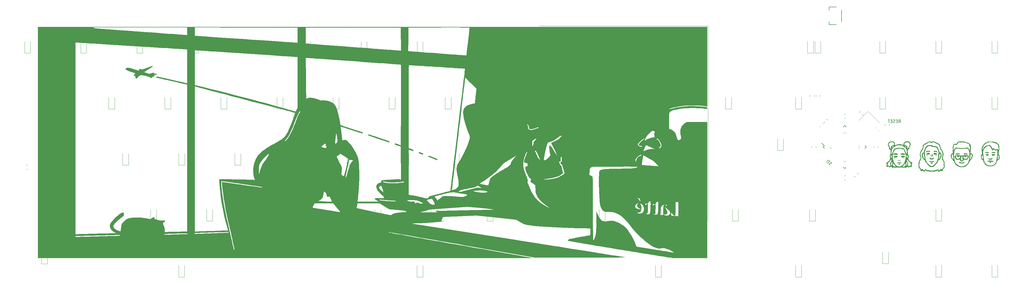
<source format=gbr>
%TF.GenerationSoftware,KiCad,Pcbnew,(5.99.0-12118-g897269f33f)*%
%TF.CreationDate,2021-10-27T19:42:23-04:00*%
%TF.ProjectId,latte,6c617474-652e-46b6-9963-61645f706362,rev?*%
%TF.SameCoordinates,Original*%
%TF.FileFunction,Legend,Bot*%
%TF.FilePolarity,Positive*%
%FSLAX46Y46*%
G04 Gerber Fmt 4.6, Leading zero omitted, Abs format (unit mm)*
G04 Created by KiCad (PCBNEW (5.99.0-12118-g897269f33f)) date 2021-10-27 19:42:23*
%MOMM*%
%LPD*%
G01*
G04 APERTURE LIST*
%ADD10C,0.150000*%
%ADD11C,0.120000*%
G04 APERTURE END LIST*
D10*
%TO.C,U1*%
X267962396Y-107360107D02*
X268534816Y-106787687D01*
X268635831Y-106754015D01*
X268703175Y-106754015D01*
X268804190Y-106787687D01*
X268938877Y-106922374D01*
X268972549Y-107023389D01*
X268972549Y-107090733D01*
X268938877Y-107191748D01*
X268366457Y-107764168D01*
X269780671Y-107764168D02*
X269376610Y-107360107D01*
X269578640Y-107562137D02*
X268871534Y-108269244D01*
X268905205Y-108100885D01*
X268905205Y-107966198D01*
X268871534Y-107865183D01*
%TO.C,JP1*%
X292482380Y-93937380D02*
X292815714Y-93461190D01*
X293053809Y-93937380D02*
X293053809Y-92937380D01*
X292672857Y-92937380D01*
X292577619Y-92985000D01*
X292530000Y-93032619D01*
X292482380Y-93127857D01*
X292482380Y-93270714D01*
X292530000Y-93365952D01*
X292577619Y-93413571D01*
X292672857Y-93461190D01*
X293053809Y-93461190D01*
X292053809Y-93413571D02*
X291720476Y-93413571D01*
X291577619Y-93937380D02*
X292053809Y-93937380D01*
X292053809Y-92937380D01*
X291577619Y-92937380D01*
X291196666Y-93889761D02*
X291053809Y-93937380D01*
X290815714Y-93937380D01*
X290720476Y-93889761D01*
X290672857Y-93842142D01*
X290625238Y-93746904D01*
X290625238Y-93651666D01*
X290672857Y-93556428D01*
X290720476Y-93508809D01*
X290815714Y-93461190D01*
X291006190Y-93413571D01*
X291101428Y-93365952D01*
X291149047Y-93318333D01*
X291196666Y-93223095D01*
X291196666Y-93127857D01*
X291149047Y-93032619D01*
X291101428Y-92985000D01*
X291006190Y-92937380D01*
X290768095Y-92937380D01*
X290625238Y-92985000D01*
X290196666Y-93413571D02*
X289863333Y-93413571D01*
X289720476Y-93937380D02*
X290196666Y-93937380D01*
X290196666Y-92937380D01*
X289720476Y-92937380D01*
X289434761Y-92937380D02*
X288863333Y-92937380D01*
X289149047Y-93937380D02*
X289149047Y-92937380D01*
D11*
%TO.C,D47*%
X222350000Y-103350000D02*
X222350000Y-99450000D01*
X220350000Y-103350000D02*
X220350000Y-99450000D01*
X222350000Y-103350000D02*
X220350000Y-103350000D01*
%TO.C,D16*%
X288000000Y-70225000D02*
X288000000Y-66325000D01*
X286000000Y-70225000D02*
X286000000Y-66325000D01*
X288000000Y-70225000D02*
X286000000Y-70225000D01*
%TO.C,C1*%
X266909888Y-94430796D02*
X266544204Y-94065112D01*
X265905796Y-95434888D02*
X265540112Y-95069204D01*
%TO.C,R4*%
X262340000Y-84591422D02*
X262340000Y-85108578D01*
X263760000Y-84591422D02*
X263760000Y-85108578D01*
%TO.C,D2*%
X16550000Y-70275000D02*
X16550000Y-66375000D01*
X14550000Y-70275000D02*
X14550000Y-66375000D01*
X16550000Y-70275000D02*
X14550000Y-70275000D01*
%TO.C,C5*%
X262915000Y-101991422D02*
X262915000Y-102508578D01*
X264335000Y-101991422D02*
X264335000Y-102508578D01*
%TO.C,D56*%
X154625000Y-127425000D02*
X154625000Y-123525000D01*
X152625000Y-127425000D02*
X152625000Y-123525000D01*
X154625000Y-127425000D02*
X152625000Y-127425000D01*
%TO.C,D23*%
X83225000Y-89325000D02*
X83225000Y-85425000D01*
X81225000Y-89325000D02*
X81225000Y-85425000D01*
X83225000Y-89325000D02*
X81225000Y-89325000D01*
%TO.C,C3*%
X285385000Y-102508578D02*
X285385000Y-101991422D01*
X283965000Y-102508578D02*
X283965000Y-101991422D01*
%TO.C,D31*%
X235625000Y-89300000D02*
X235625000Y-85400000D01*
X233625000Y-89300000D02*
X233625000Y-85400000D01*
X235625000Y-89300000D02*
X233625000Y-89300000D01*
%TO.C,D20*%
X26075000Y-89325000D02*
X26075000Y-85425000D01*
X24075000Y-89325000D02*
X24075000Y-85425000D01*
X26075000Y-89325000D02*
X24075000Y-89325000D01*
%TO.C,D25*%
X121325000Y-89325000D02*
X121325000Y-85425000D01*
X119325000Y-89325000D02*
X119325000Y-85425000D01*
X121325000Y-89325000D02*
X119325000Y-89325000D01*
%TO.C,D67*%
X259412125Y-146450000D02*
X259412125Y-142550000D01*
X257412125Y-146450000D02*
X257412125Y-142550000D01*
X259412125Y-146450000D02*
X257412125Y-146450000D01*
%TO.C,D51*%
X59375000Y-127425000D02*
X59375000Y-123525000D01*
X57375000Y-127425000D02*
X57375000Y-123525000D01*
X59375000Y-127425000D02*
X57375000Y-127425000D01*
%TO.C,D27*%
X159425000Y-89325000D02*
X159425000Y-85425000D01*
X157425000Y-89325000D02*
X157425000Y-85425000D01*
X159425000Y-89325000D02*
X157425000Y-89325000D01*
%TO.C,D15*%
X265975000Y-70225000D02*
X265975000Y-66325000D01*
X263975000Y-70225000D02*
X263975000Y-66325000D01*
X265975000Y-70225000D02*
X263975000Y-70225000D01*
%TO.C,D19*%
X2250000Y-89325000D02*
X2250000Y-85425000D01*
X250000Y-89325000D02*
X250000Y-85425000D01*
X2250000Y-89325000D02*
X250000Y-89325000D01*
D10*
%TO.C,J1*%
X268875000Y-59625000D02*
X268875000Y-60625000D01*
X268875000Y-60625000D02*
X271275000Y-60625000D01*
X273075000Y-59625000D02*
X273075000Y-55625000D01*
X271275000Y-54625000D02*
X268875000Y-54625000D01*
X268875000Y-54625000D02*
X268875000Y-55625000D01*
D11*
%TO.C,D9*%
X149900000Y-70275000D02*
X149900000Y-66375000D01*
X147900000Y-70275000D02*
X147900000Y-66375000D01*
X149900000Y-70275000D02*
X147900000Y-70275000D01*
%TO.C,D36*%
X4625000Y-108375000D02*
X4625000Y-104475000D01*
X2625000Y-108375000D02*
X2625000Y-104475000D01*
X4625000Y-108375000D02*
X2625000Y-108375000D01*
%TO.C,D8*%
X130850000Y-70275000D02*
X130850000Y-66375000D01*
X128850000Y-70275000D02*
X128850000Y-66375000D01*
X130850000Y-70275000D02*
X128850000Y-70275000D01*
%TO.C,Y1*%
X278894421Y-93251402D02*
X282076402Y-90069421D01*
X282076402Y-90069421D02*
X285894779Y-93887798D01*
%TO.C,D38*%
X49875000Y-108375000D02*
X49875000Y-104475000D01*
X47875000Y-108375000D02*
X47875000Y-104475000D01*
X49875000Y-108375000D02*
X47875000Y-108375000D01*
%TO.C,C4*%
X274408578Y-112040000D02*
X273891422Y-112040000D01*
X274408578Y-113460000D02*
X273891422Y-113460000D01*
%TO.C,D28*%
X178475000Y-89325000D02*
X178475000Y-85425000D01*
X176475000Y-89325000D02*
X176475000Y-85425000D01*
X178475000Y-89325000D02*
X176475000Y-89325000D01*
%TO.C,D21*%
X45125000Y-89325000D02*
X45125000Y-85425000D01*
X43125000Y-89325000D02*
X43125000Y-85425000D01*
X45125000Y-89325000D02*
X43125000Y-89325000D01*
%TO.C,D37*%
X30825000Y-108375000D02*
X30825000Y-104475000D01*
X28825000Y-108375000D02*
X28825000Y-104475000D01*
X30825000Y-108375000D02*
X28825000Y-108375000D01*
%TO.C,D33*%
X288000000Y-89275000D02*
X288000000Y-85375000D01*
X286000000Y-89275000D02*
X286000000Y-85375000D01*
X288000000Y-89275000D02*
X286000000Y-89275000D01*
%TO.C,D55*%
X135575000Y-127425000D02*
X135575000Y-123525000D01*
X133575000Y-127425000D02*
X133575000Y-123525000D01*
X135575000Y-127425000D02*
X133575000Y-127425000D01*
%TO.C,D13*%
X226100000Y-70250000D02*
X226100000Y-66350000D01*
X224100000Y-70250000D02*
X224100000Y-66350000D01*
X226100000Y-70250000D02*
X224100000Y-70250000D01*
%TO.C,D35*%
X326100000Y-89275000D02*
X326100000Y-85375000D01*
X324100000Y-89275000D02*
X324100000Y-85375000D01*
X326100000Y-89275000D02*
X324100000Y-89275000D01*
%TO.C,D6*%
X92750000Y-70275000D02*
X92750000Y-66375000D01*
X90750000Y-70275000D02*
X90750000Y-66375000D01*
X92750000Y-70275000D02*
X90750000Y-70275000D01*
%TO.C,D44*%
X164200000Y-108375000D02*
X164200000Y-104475000D01*
X162200000Y-108375000D02*
X162200000Y-104475000D01*
X164200000Y-108375000D02*
X162200000Y-108375000D01*
%TO.C,D26*%
X140375000Y-89325000D02*
X140375000Y-85425000D01*
X138375000Y-89325000D02*
X138375000Y-85425000D01*
X140375000Y-89325000D02*
X138375000Y-89325000D01*
%TO.C,D12*%
X207050000Y-70250000D02*
X207050000Y-66350000D01*
X205050000Y-70250000D02*
X205050000Y-66350000D01*
X207050000Y-70250000D02*
X205050000Y-70250000D01*
%TO.C,D49*%
X9375000Y-127425000D02*
X9375000Y-123525000D01*
X7375000Y-127425000D02*
X7375000Y-123525000D01*
X9375000Y-127425000D02*
X7375000Y-127425000D01*
%TO.C,D10*%
X168950000Y-70275000D02*
X168950000Y-66375000D01*
X166950000Y-70275000D02*
X166950000Y-66375000D01*
X168950000Y-70275000D02*
X166950000Y-70275000D01*
%TO.C,U1*%
X269563657Y-102756337D02*
X269051005Y-102243684D01*
X279261627Y-102243684D02*
X278748974Y-102756337D01*
X278748974Y-101731032D02*
X279261627Y-102243684D01*
X274156316Y-97138373D02*
X273643663Y-97651026D01*
X274668968Y-97651026D02*
X274156316Y-97138373D01*
X274156316Y-107348995D02*
X274668968Y-106836343D01*
X273643663Y-106836343D02*
X274156316Y-107348995D01*
D10*
X267244347Y-101837098D02*
X266342786Y-100935537D01*
X274156316Y-109562239D02*
X273679019Y-109084942D01*
X281474871Y-102243684D02*
X280997574Y-101766387D01*
X274156316Y-94925129D02*
X274633613Y-95402426D01*
X266837761Y-102243684D02*
X267315058Y-102720981D01*
X274156316Y-94925129D02*
X273679019Y-95402426D01*
X281474871Y-102243684D02*
X280997574Y-102720981D01*
X274156316Y-109562239D02*
X274633613Y-109084942D01*
X266837761Y-102243684D02*
X267244347Y-101837098D01*
D11*
%TO.C,D69*%
X307050000Y-146425000D02*
X307050000Y-142525000D01*
X305050000Y-146425000D02*
X305050000Y-142525000D01*
X307050000Y-146425000D02*
X305050000Y-146425000D01*
%TO.C,D61*%
X264175000Y-127400000D02*
X264175000Y-123500000D01*
X262175000Y-127400000D02*
X262175000Y-123500000D01*
X264175000Y-127400000D02*
X262175000Y-127400000D01*
%TO.C,D4*%
X54650000Y-70275000D02*
X54650000Y-66375000D01*
X52650000Y-70275000D02*
X52650000Y-66375000D01*
X54650000Y-70275000D02*
X52650000Y-70275000D01*
%TO.C,D66*%
X211787125Y-146450000D02*
X211787125Y-142550000D01*
X209787125Y-146450000D02*
X209787125Y-142550000D01*
X211787125Y-146450000D02*
X209787125Y-146450000D01*
%TO.C,D18*%
X326100000Y-70225000D02*
X326100000Y-66325000D01*
X324100000Y-70225000D02*
X324100000Y-66325000D01*
X326100000Y-70225000D02*
X324100000Y-70225000D01*
%TO.C,R3*%
X264315000Y-84591422D02*
X264315000Y-85108578D01*
X265735000Y-84591422D02*
X265735000Y-85108578D01*
%TO.C,D34*%
X307050000Y-89275000D02*
X307050000Y-85375000D01*
X305050000Y-89275000D02*
X305050000Y-85375000D01*
X307050000Y-89275000D02*
X305050000Y-89275000D01*
%TO.C,D24*%
X102275000Y-89325000D02*
X102275000Y-85425000D01*
X100275000Y-89325000D02*
X100275000Y-85425000D01*
X102275000Y-89325000D02*
X100275000Y-89325000D01*
%TO.C,D5*%
X73700000Y-70275000D02*
X73700000Y-66375000D01*
X71700000Y-70275000D02*
X71700000Y-66375000D01*
X73700000Y-70275000D02*
X71700000Y-70275000D01*
%TO.C,G\u002A\u002A\u002A*%
G36*
X214715361Y-96157645D02*
G01*
X215057038Y-96256852D01*
X215465357Y-96447542D01*
X215856268Y-96696256D01*
X216189773Y-96977116D01*
X216242697Y-97041480D01*
X216425871Y-97264246D01*
X216443543Y-97293658D01*
X216580192Y-97560161D01*
X216737398Y-97920311D01*
X216901325Y-98339026D01*
X217058137Y-98781227D01*
X217194000Y-99211836D01*
X217217889Y-99292363D01*
X217323268Y-99602218D01*
X217426722Y-99795569D01*
X217547237Y-99889016D01*
X217703797Y-99899159D01*
X217915390Y-99842600D01*
X217916074Y-99842364D01*
X218223159Y-99696476D01*
X218423368Y-99498632D01*
X218522077Y-99234464D01*
X218524663Y-98889599D01*
X218436502Y-98449667D01*
X218370165Y-98150471D01*
X218302564Y-97614633D01*
X218285631Y-97061130D01*
X218319994Y-96538673D01*
X218406278Y-96095973D01*
X218457685Y-95930396D01*
X218736630Y-95274644D01*
X219105137Y-94719943D01*
X219559944Y-94270469D01*
X220097787Y-93930400D01*
X220492820Y-93736410D01*
X223980115Y-93717205D01*
X227467410Y-93697999D01*
X227467410Y-140060181D01*
X221528846Y-140060181D01*
X220647972Y-140060027D01*
X219698410Y-140059344D01*
X218872128Y-140057980D01*
X218160618Y-140055788D01*
X217555372Y-140052621D01*
X217047882Y-140048333D01*
X216629639Y-140042778D01*
X216292135Y-140035808D01*
X216026863Y-140027278D01*
X215825313Y-140017040D01*
X215678979Y-140004948D01*
X215579351Y-139990855D01*
X215517923Y-139974616D01*
X215486184Y-139956082D01*
X215377175Y-139897362D01*
X215171005Y-139862791D01*
X214849202Y-139852117D01*
X214825717Y-139851094D01*
X214662752Y-139833390D01*
X214374271Y-139794590D01*
X213967371Y-139735859D01*
X213449147Y-139658361D01*
X212826696Y-139563263D01*
X212107114Y-139451728D01*
X211297496Y-139324920D01*
X210404940Y-139184006D01*
X209436542Y-139030150D01*
X208399397Y-138864517D01*
X207300602Y-138688270D01*
X206147253Y-138502576D01*
X204946446Y-138308599D01*
X203705277Y-138107504D01*
X202430843Y-137900456D01*
X201130240Y-137688619D01*
X199810563Y-137473158D01*
X198478910Y-137255238D01*
X197142376Y-137036025D01*
X195808057Y-136816681D01*
X194483050Y-136598374D01*
X193174451Y-136382266D01*
X191889355Y-136169524D01*
X190634860Y-135961312D01*
X189418061Y-135758794D01*
X188246055Y-135563136D01*
X187125937Y-135375502D01*
X186064804Y-135197057D01*
X185069752Y-135028966D01*
X184147878Y-134872394D01*
X183306277Y-134728505D01*
X182552045Y-134598464D01*
X181892279Y-134483437D01*
X181334075Y-134384588D01*
X180884530Y-134303081D01*
X180550738Y-134240082D01*
X180339798Y-134196756D01*
X180258803Y-134174266D01*
X180229948Y-134147597D01*
X180141520Y-133986618D01*
X180182410Y-133823911D01*
X180345370Y-133672029D01*
X180623148Y-133543523D01*
X180732434Y-133516378D01*
X180966241Y-133467024D01*
X181308110Y-133398897D01*
X181743452Y-133314784D01*
X182257680Y-133217470D01*
X182836204Y-133109741D01*
X183464438Y-132994384D01*
X184127793Y-132874186D01*
X184778382Y-132756924D01*
X185400361Y-132644519D01*
X185970276Y-132541222D01*
X186474037Y-132449602D01*
X186897551Y-132372228D01*
X187226725Y-132311667D01*
X187447468Y-132270489D01*
X187545689Y-132251261D01*
X187600346Y-132235193D01*
X187642589Y-132201598D01*
X187671107Y-132131027D01*
X187688595Y-132003117D01*
X187697748Y-131797501D01*
X187701264Y-131493817D01*
X187701836Y-131071700D01*
X187701836Y-129927940D01*
X187337492Y-129927533D01*
X187290672Y-129927196D01*
X187089173Y-129924178D01*
X186772893Y-129918319D01*
X186358650Y-129909974D01*
X185863261Y-129899495D01*
X185303543Y-129887234D01*
X184696315Y-129873543D01*
X184058394Y-129858777D01*
X183267470Y-129839630D01*
X181134192Y-129781539D01*
X179126336Y-129717016D01*
X177245008Y-129646136D01*
X175491312Y-129568973D01*
X173866356Y-129485604D01*
X172371243Y-129396103D01*
X171007080Y-129300546D01*
X169774971Y-129199008D01*
X168676023Y-129091565D01*
X167711341Y-128978291D01*
X166882030Y-128859263D01*
X166189196Y-128734554D01*
X165633944Y-128604241D01*
X165598116Y-128594375D01*
X165419676Y-128542255D01*
X165253721Y-128485435D01*
X165081416Y-128414471D01*
X164883921Y-128319919D01*
X164642400Y-128192333D01*
X164338015Y-128022270D01*
X163951930Y-127800284D01*
X163465306Y-127516931D01*
X162581508Y-127000838D01*
X155762027Y-126270380D01*
X148942547Y-125539922D01*
X143355935Y-125793762D01*
X143002887Y-125809785D01*
X142146171Y-125848509D01*
X141331906Y-125885094D01*
X140570781Y-125919072D01*
X139873483Y-125949975D01*
X139250704Y-125977335D01*
X138713131Y-126000683D01*
X138271455Y-126019553D01*
X137936363Y-126033474D01*
X137718545Y-126041980D01*
X137628691Y-126044602D01*
X137541472Y-126059490D01*
X137506729Y-126136056D01*
X137513819Y-126311718D01*
X137519000Y-126383820D01*
X137504256Y-126541199D01*
X137430369Y-126687383D01*
X137275298Y-126874362D01*
X137133706Y-127035861D01*
X137067483Y-127137516D01*
X137074376Y-127202414D01*
X137143188Y-127263535D01*
X137241291Y-127321769D01*
X137366193Y-127360181D01*
X137414909Y-127379515D01*
X137457028Y-127483297D01*
X137449922Y-127509381D01*
X137418141Y-127536259D01*
X137350235Y-127561784D01*
X137234843Y-127587319D01*
X137060604Y-127614228D01*
X136816160Y-127643872D01*
X136490148Y-127677615D01*
X136071210Y-127716820D01*
X135547984Y-127762850D01*
X134909111Y-127817066D01*
X134143230Y-127880833D01*
X133772600Y-127911226D01*
X132745794Y-127991623D01*
X131828982Y-128056914D01*
X131001325Y-128108321D01*
X130241983Y-128147067D01*
X129530117Y-128174373D01*
X128844889Y-128191460D01*
X126860346Y-128227667D01*
X163058550Y-133943033D01*
X164554142Y-134179203D01*
X166756403Y-134527073D01*
X168922689Y-134869390D01*
X171048956Y-135205510D01*
X173131158Y-135534792D01*
X175165250Y-135856594D01*
X177147187Y-136170271D01*
X179072923Y-136475182D01*
X180938414Y-136770684D01*
X182739614Y-137056135D01*
X184472478Y-137330892D01*
X186132961Y-137594312D01*
X187717017Y-137845754D01*
X189220603Y-138084573D01*
X190639671Y-138310128D01*
X191970178Y-138521776D01*
X193208077Y-138718875D01*
X194349325Y-138900781D01*
X195389875Y-139066853D01*
X196325682Y-139216448D01*
X197152702Y-139348923D01*
X197866889Y-139463635D01*
X198464198Y-139559943D01*
X198940584Y-139637203D01*
X199292001Y-139694773D01*
X199514404Y-139732010D01*
X199603749Y-139748272D01*
X199605583Y-139748757D01*
X199624153Y-139758941D01*
X199598441Y-139768376D01*
X199523721Y-139777093D01*
X199395266Y-139785121D01*
X199208353Y-139792492D01*
X198958254Y-139799235D01*
X198640243Y-139805380D01*
X198249596Y-139810958D01*
X197781586Y-139815999D01*
X197231488Y-139820534D01*
X196594576Y-139824592D01*
X195866123Y-139828205D01*
X195041405Y-139831402D01*
X194115695Y-139834213D01*
X193084268Y-139836669D01*
X191942398Y-139838800D01*
X190685358Y-139840637D01*
X189308425Y-139842210D01*
X187806870Y-139843548D01*
X186175970Y-139844683D01*
X184410997Y-139845645D01*
X168871252Y-139853144D01*
X144139904Y-135508620D01*
X143972038Y-135479133D01*
X142143468Y-135158115D01*
X140349957Y-134843593D01*
X138596345Y-134536405D01*
X136887472Y-134237389D01*
X135228178Y-133947382D01*
X133623301Y-133667223D01*
X132077682Y-133397749D01*
X130596160Y-133139798D01*
X129183574Y-132894208D01*
X127844766Y-132661816D01*
X126584573Y-132443462D01*
X125407835Y-132239981D01*
X124319393Y-132052213D01*
X123324086Y-131880994D01*
X122426753Y-131727163D01*
X121632233Y-131591558D01*
X120945368Y-131475017D01*
X120370996Y-131378376D01*
X119913956Y-131302475D01*
X119579089Y-131248150D01*
X119371234Y-131216240D01*
X119295231Y-131207583D01*
X119237760Y-131243287D01*
X119247948Y-131317112D01*
X119300723Y-131329835D01*
X119485240Y-131366238D01*
X119797456Y-131424970D01*
X120232487Y-131505165D01*
X120785449Y-131605952D01*
X121451459Y-131726464D01*
X122225634Y-131865832D01*
X123103089Y-132023189D01*
X124078941Y-132197666D01*
X125148307Y-132388394D01*
X126306302Y-132594505D01*
X127548044Y-132815131D01*
X128868649Y-133049404D01*
X130263233Y-133296455D01*
X131726912Y-133555416D01*
X133254804Y-133825419D01*
X134842023Y-134105595D01*
X136483688Y-134395076D01*
X138174913Y-134692993D01*
X139910816Y-134998479D01*
X141686514Y-135310665D01*
X143497121Y-135628683D01*
X145040590Y-135899753D01*
X146821093Y-136212710D01*
X148562311Y-136519038D01*
X150259373Y-136817870D01*
X151907407Y-137108342D01*
X153501542Y-137389588D01*
X155036906Y-137660742D01*
X156508627Y-137920940D01*
X157911833Y-138169315D01*
X159241653Y-138405003D01*
X160493215Y-138627137D01*
X161661648Y-138834853D01*
X162742080Y-139027286D01*
X163729639Y-139203568D01*
X164619453Y-139362836D01*
X165406651Y-139504223D01*
X166086361Y-139626865D01*
X166653712Y-139729896D01*
X167103831Y-139812450D01*
X167431847Y-139873662D01*
X167632889Y-139912666D01*
X167702085Y-139928598D01*
X167722091Y-139949085D01*
X167819318Y-139946376D01*
X167894495Y-139938501D01*
X168040381Y-139982864D01*
X168039370Y-139983752D01*
X167971320Y-139987688D01*
X167798637Y-139991507D01*
X167520396Y-139995209D01*
X167135675Y-139998797D01*
X166643551Y-140002270D01*
X166043099Y-140005629D01*
X165333397Y-140008875D01*
X164513522Y-140012010D01*
X163582549Y-140015033D01*
X162539556Y-140017946D01*
X161383619Y-140020749D01*
X160113815Y-140023444D01*
X158729220Y-140026031D01*
X157228911Y-140028511D01*
X155611966Y-140030885D01*
X153877459Y-140033153D01*
X152024469Y-140035317D01*
X150052071Y-140037377D01*
X147959343Y-140039334D01*
X145745361Y-140041189D01*
X143409201Y-140042943D01*
X140949941Y-140044596D01*
X138366656Y-140046150D01*
X135658425Y-140047605D01*
X132824322Y-140048962D01*
X129863425Y-140050222D01*
X126774811Y-140051386D01*
X123557556Y-140052454D01*
X120210736Y-140053428D01*
X116733429Y-140054308D01*
X113124711Y-140055095D01*
X109383659Y-140055790D01*
X105509349Y-140056393D01*
X101500858Y-140056906D01*
X97357263Y-140057330D01*
X93077640Y-140057664D01*
X88661066Y-140057911D01*
X84106618Y-140058070D01*
X47191Y-140060181D01*
X47191Y-132714752D01*
X12757828Y-132714752D01*
X12856966Y-132800570D01*
X12913980Y-132820547D01*
X12978414Y-132833363D01*
X13046612Y-132830368D01*
X13244638Y-132824012D01*
X13563466Y-132814555D01*
X13994077Y-132802242D01*
X14527455Y-132787322D01*
X15154581Y-132770040D01*
X15866438Y-132750645D01*
X16654008Y-132729383D01*
X17508275Y-132706501D01*
X18420219Y-132682245D01*
X19380824Y-132656864D01*
X20381071Y-132630604D01*
X21360477Y-132604945D01*
X22325088Y-132579616D01*
X23242349Y-132555475D01*
X24103119Y-132532765D01*
X24898257Y-132511727D01*
X25618625Y-132492606D01*
X26255082Y-132475645D01*
X26798488Y-132461086D01*
X27239703Y-132449173D01*
X27569587Y-132440149D01*
X27779001Y-132434256D01*
X27858803Y-132431739D01*
X27910915Y-132398771D01*
X27945552Y-132279182D01*
X27943545Y-132233693D01*
X27922067Y-132186335D01*
X27857264Y-132159895D01*
X27725327Y-132151164D01*
X27502447Y-132156937D01*
X27164814Y-132174004D01*
X27133884Y-132175540D01*
X26920517Y-132183754D01*
X26582003Y-132194536D01*
X26129361Y-132207608D01*
X25573608Y-132222693D01*
X24925764Y-132239512D01*
X24196846Y-132257790D01*
X23397872Y-132277249D01*
X22539861Y-132297611D01*
X21633830Y-132318599D01*
X20690797Y-132339935D01*
X19721782Y-132361343D01*
X19379225Y-132368855D01*
X18438906Y-132389846D01*
X17539572Y-132410457D01*
X16691003Y-132430436D01*
X15902977Y-132449531D01*
X15185270Y-132467489D01*
X14547663Y-132484059D01*
X13999932Y-132498987D01*
X13551856Y-132512021D01*
X13213213Y-132522910D01*
X12993781Y-132531401D01*
X12903339Y-132537242D01*
X12891510Y-132539791D01*
X12772201Y-132611595D01*
X12757828Y-132714752D01*
X47191Y-132714752D01*
X47191Y-132027257D01*
X42936779Y-132027257D01*
X42936800Y-132029458D01*
X42942212Y-132041778D01*
X42964052Y-132051789D01*
X43012514Y-132059357D01*
X43097790Y-132064348D01*
X43230074Y-132066627D01*
X43419558Y-132066062D01*
X43676436Y-132062518D01*
X44010899Y-132055862D01*
X44433140Y-132045959D01*
X44953353Y-132032676D01*
X45581731Y-132015878D01*
X46328465Y-131995432D01*
X47203749Y-131971205D01*
X47674833Y-131958150D01*
X48308724Y-131940637D01*
X48897709Y-131924425D01*
X49426147Y-131909941D01*
X49878399Y-131897613D01*
X50238826Y-131887867D01*
X50491788Y-131881131D01*
X50621645Y-131877832D01*
X50697754Y-131874514D01*
X50864527Y-131841770D01*
X50916590Y-131771107D01*
X50911612Y-131728464D01*
X50855931Y-131633615D01*
X50817985Y-131629730D01*
X50653685Y-131627092D01*
X50371799Y-131628089D01*
X49985017Y-131632511D01*
X49506029Y-131640148D01*
X48947523Y-131650791D01*
X48322190Y-131664230D01*
X47642719Y-131680255D01*
X46921800Y-131698657D01*
X46331094Y-131714388D01*
X45576737Y-131735117D01*
X44943342Y-131753912D01*
X44420336Y-131771645D01*
X43997151Y-131789187D01*
X43663216Y-131807410D01*
X43407961Y-131827186D01*
X43220815Y-131849386D01*
X43091209Y-131874883D01*
X43008573Y-131904546D01*
X42962336Y-131939249D01*
X42941928Y-131979862D01*
X42936779Y-132027257D01*
X47191Y-132027257D01*
X47191Y-66705536D01*
X12816590Y-66705536D01*
X12816590Y-131871110D01*
X13632028Y-131861437D01*
X13745416Y-131859636D01*
X14010053Y-131854314D01*
X14383563Y-131846043D01*
X14854153Y-131835129D01*
X15410032Y-131821874D01*
X16039408Y-131806582D01*
X16730489Y-131789555D01*
X17471484Y-131771099D01*
X18250600Y-131751515D01*
X19056046Y-131731107D01*
X19876030Y-131710179D01*
X20698759Y-131689034D01*
X21512444Y-131667976D01*
X22305290Y-131647307D01*
X23065508Y-131627331D01*
X23781304Y-131608352D01*
X24440887Y-131590673D01*
X24890054Y-131578467D01*
X53217018Y-131578467D01*
X53230702Y-131694619D01*
X53298342Y-131762938D01*
X53344169Y-131771107D01*
X53464822Y-131792614D01*
X53486334Y-131791724D01*
X53634339Y-131786222D01*
X53906111Y-131776447D01*
X54290812Y-131762778D01*
X54777605Y-131745596D01*
X55355652Y-131725282D01*
X56014114Y-131702216D01*
X56742154Y-131676778D01*
X57528935Y-131649350D01*
X58363618Y-131620311D01*
X59235365Y-131590042D01*
X59312997Y-131587345D01*
X60451782Y-131546817D01*
X61464404Y-131508863D01*
X62349288Y-131473558D01*
X63104859Y-131440977D01*
X63729543Y-131411194D01*
X64221764Y-131384284D01*
X64579948Y-131360323D01*
X64802520Y-131339384D01*
X64887906Y-131321543D01*
X64918254Y-131279083D01*
X64896767Y-131180358D01*
X64890025Y-131178101D01*
X64780293Y-131172244D01*
X64547450Y-131171126D01*
X64203960Y-131174357D01*
X63762288Y-131181548D01*
X63234898Y-131192311D01*
X62634255Y-131206256D01*
X61972824Y-131222994D01*
X61263068Y-131242135D01*
X60517453Y-131263291D01*
X59748442Y-131286073D01*
X58968501Y-131310090D01*
X58190094Y-131334955D01*
X57425685Y-131360277D01*
X56687739Y-131385667D01*
X55988721Y-131410738D01*
X55341094Y-131435098D01*
X54757324Y-131458359D01*
X54249875Y-131480132D01*
X53831211Y-131500028D01*
X53513797Y-131517657D01*
X53310098Y-131532630D01*
X53232577Y-131544558D01*
X53217018Y-131578467D01*
X24890054Y-131578467D01*
X25032466Y-131574597D01*
X25544248Y-131560428D01*
X25964441Y-131548469D01*
X26281255Y-131539023D01*
X26482896Y-131532394D01*
X26557574Y-131528886D01*
X26546167Y-131515791D01*
X26443028Y-131451370D01*
X26255990Y-131346099D01*
X26009842Y-131214221D01*
X25555497Y-130944170D01*
X25112723Y-130582773D01*
X24793282Y-130181045D01*
X24589631Y-129729045D01*
X24494224Y-129216830D01*
X24490026Y-128981087D01*
X24529071Y-128705669D01*
X24623904Y-128422479D01*
X24782938Y-128117931D01*
X25014586Y-127778438D01*
X25327259Y-127390412D01*
X25729370Y-126940268D01*
X26229331Y-126414417D01*
X26567203Y-126075978D01*
X27084399Y-125597044D01*
X27565084Y-125200235D01*
X28001451Y-124890361D01*
X28385693Y-124672232D01*
X28710004Y-124550657D01*
X28966577Y-124530446D01*
X29147605Y-124616410D01*
X29207838Y-124709966D01*
X29266928Y-124929917D01*
X29282130Y-125191002D01*
X29251927Y-125437546D01*
X29174801Y-125613877D01*
X29163686Y-125625650D01*
X29057098Y-125717682D01*
X28867469Y-125869114D01*
X28617802Y-126061843D01*
X28331103Y-126277768D01*
X28264973Y-126327239D01*
X27681950Y-126785809D01*
X27152592Y-127242251D01*
X26687772Y-127684989D01*
X26298368Y-128102449D01*
X25995254Y-128483055D01*
X25789305Y-128815231D01*
X25691397Y-129087402D01*
X25680337Y-129288104D01*
X25768630Y-129620842D01*
X25989714Y-129935108D01*
X26340198Y-130227663D01*
X26816693Y-130495268D01*
X27415805Y-130734682D01*
X27616139Y-130799924D01*
X27915611Y-130879269D01*
X28094492Y-130895033D01*
X28154492Y-130847476D01*
X28154745Y-130836242D01*
X28167001Y-130662304D01*
X28194075Y-130394229D01*
X28231751Y-130065182D01*
X28275815Y-129708329D01*
X28322053Y-129356835D01*
X28366250Y-129043865D01*
X28404194Y-128802583D01*
X28431668Y-128666156D01*
X28485603Y-128514202D01*
X28703145Y-128128845D01*
X29037551Y-127721399D01*
X29477982Y-127305953D01*
X29733656Y-127098635D01*
X30101807Y-126840241D01*
X30474533Y-126636321D01*
X30874073Y-126480253D01*
X31322667Y-126365414D01*
X31842555Y-126285183D01*
X32455976Y-126232936D01*
X33185170Y-126202052D01*
X34035923Y-126195175D01*
X35130002Y-126244721D01*
X36219769Y-126366323D01*
X37363320Y-126565028D01*
X38210323Y-126735124D01*
X38511845Y-126531630D01*
X38614352Y-126466584D01*
X38850538Y-126336958D01*
X39100479Y-126219471D01*
X39330516Y-126128140D01*
X39506990Y-126076984D01*
X39596242Y-126080019D01*
X39608787Y-126106598D01*
X39630626Y-126242388D01*
X39639268Y-126442019D01*
X39639268Y-126760514D01*
X40090361Y-126847141D01*
X40296538Y-126891812D01*
X40644607Y-126982278D01*
X40951362Y-127077575D01*
X41132329Y-127134097D01*
X41338637Y-127177540D01*
X41583421Y-127204233D01*
X41900074Y-127217679D01*
X42321990Y-127221383D01*
X42692909Y-127222541D01*
X42962090Y-127228039D01*
X43134341Y-127240755D01*
X43230982Y-127263563D01*
X43273332Y-127299339D01*
X43282711Y-127350959D01*
X43273639Y-127391580D01*
X43178354Y-127523166D01*
X43006801Y-127663123D01*
X42980685Y-127680599D01*
X42724060Y-127888102D01*
X42581433Y-128099832D01*
X42549247Y-128338855D01*
X42623942Y-128628240D01*
X42801962Y-128991055D01*
X42929216Y-129272183D01*
X43057790Y-129732253D01*
X43126622Y-130235824D01*
X43126228Y-130731984D01*
X43091041Y-131170345D01*
X43273624Y-131142220D01*
X43309532Y-131138700D01*
X43480207Y-131129791D01*
X43762722Y-131119569D01*
X44138631Y-131108552D01*
X44589490Y-131097255D01*
X45096852Y-131086195D01*
X45642273Y-131075889D01*
X45649978Y-131075754D01*
X46281614Y-131064012D01*
X46951286Y-131050359D01*
X47623631Y-131035599D01*
X48263285Y-131020536D01*
X48834885Y-131005972D01*
X49303066Y-130992711D01*
X50777793Y-130947739D01*
X50777793Y-81639328D01*
X53345552Y-81639328D01*
X53345552Y-130968924D01*
X53675197Y-130959599D01*
X53739138Y-130957762D01*
X54038478Y-130948761D01*
X54439617Y-130936250D01*
X54929896Y-130920653D01*
X55496655Y-130902392D01*
X56127236Y-130881892D01*
X56808979Y-130859574D01*
X57529225Y-130835863D01*
X58275315Y-130811181D01*
X59034590Y-130785951D01*
X59794391Y-130760596D01*
X60542059Y-130735540D01*
X61264935Y-130711205D01*
X61950360Y-130688015D01*
X62585674Y-130666392D01*
X63158219Y-130646760D01*
X63655335Y-130629542D01*
X64064364Y-130615161D01*
X64372646Y-130604040D01*
X64567522Y-130596601D01*
X64636334Y-130593269D01*
X64636442Y-130593154D01*
X64621879Y-130524647D01*
X64573820Y-130350139D01*
X64499676Y-130095662D01*
X64406858Y-129787249D01*
X64267298Y-129320278D01*
X63855533Y-127828443D01*
X63462909Y-126236564D01*
X63095219Y-124573403D01*
X62758253Y-122867719D01*
X62457802Y-121148272D01*
X62199659Y-119443823D01*
X61989615Y-117783132D01*
X61960209Y-117512816D01*
X61909260Y-117002508D01*
X61858645Y-116449019D01*
X61810354Y-115878242D01*
X61766377Y-115316069D01*
X61728706Y-114788391D01*
X61703343Y-114384916D01*
X62300964Y-114384916D01*
X62314976Y-114771554D01*
X62349866Y-115278303D01*
X62405697Y-115913707D01*
X62488577Y-116722960D01*
X62676514Y-118257134D01*
X62910746Y-119874971D01*
X63186225Y-121548144D01*
X63497906Y-123248326D01*
X63840740Y-124947192D01*
X64209681Y-126616414D01*
X64599683Y-128227667D01*
X64633635Y-128364809D01*
X64715943Y-128711357D01*
X64821224Y-129167500D01*
X64945698Y-129716319D01*
X65085584Y-130340895D01*
X65237103Y-131024309D01*
X65293083Y-131279083D01*
X65396475Y-131749640D01*
X65511824Y-132279182D01*
X65559918Y-132499970D01*
X65723653Y-133258378D01*
X65867946Y-133928396D01*
X66029914Y-134675163D01*
X66167841Y-135303113D01*
X66284076Y-135821852D01*
X66380964Y-136240983D01*
X66460855Y-136570112D01*
X66526094Y-136818841D01*
X66579030Y-136996776D01*
X66622010Y-137113520D01*
X66657382Y-137178679D01*
X66687492Y-137201855D01*
X66753952Y-137201518D01*
X66808940Y-137145770D01*
X66805164Y-137113293D01*
X66776567Y-136954276D01*
X66722511Y-136681431D01*
X66646119Y-136309144D01*
X66550512Y-135851806D01*
X66438812Y-135323804D01*
X66314141Y-134739527D01*
X66179620Y-134113363D01*
X66038371Y-133459702D01*
X65893516Y-132792931D01*
X65748176Y-132127440D01*
X65605474Y-131477616D01*
X65468531Y-130857849D01*
X65340469Y-130282527D01*
X65224410Y-129766038D01*
X65123474Y-129322772D01*
X65040785Y-128967116D01*
X64979464Y-128713459D01*
X64635779Y-127294094D01*
X64296347Y-125790979D01*
X63978159Y-124277385D01*
X63700884Y-122856228D01*
X93374681Y-122856228D01*
X93387569Y-122860533D01*
X93511509Y-122886025D01*
X93756690Y-122930442D01*
X94111587Y-122991863D01*
X94564676Y-123068369D01*
X95104432Y-123158041D01*
X95719332Y-123258959D01*
X96397851Y-123369202D01*
X97128466Y-123486853D01*
X97899650Y-123609990D01*
X98169160Y-123652855D01*
X98934193Y-123774649D01*
X99658478Y-123890124D01*
X100329973Y-123997351D01*
X100936636Y-124094399D01*
X101466427Y-124179340D01*
X101907302Y-124250242D01*
X102247221Y-124305177D01*
X102474141Y-124342214D01*
X102576021Y-124359424D01*
X102712770Y-124367805D01*
X102749519Y-124326669D01*
X102701500Y-124258411D01*
X102576436Y-124097400D01*
X102386279Y-123858717D01*
X102142862Y-123557104D01*
X101858016Y-123207303D01*
X101559791Y-122843824D01*
X108291447Y-122843824D01*
X108296455Y-122927770D01*
X108309293Y-122936325D01*
X108444503Y-122985932D01*
X108713427Y-123060835D01*
X109113952Y-123160571D01*
X109643965Y-123284675D01*
X110301356Y-123432683D01*
X111084012Y-123604132D01*
X111989821Y-123798557D01*
X113016672Y-124015494D01*
X114162452Y-124254479D01*
X114512252Y-124326669D01*
X115425050Y-124515048D01*
X116802354Y-124796737D01*
X117282258Y-124894254D01*
X117884862Y-125015990D01*
X118435903Y-125126510D01*
X118921314Y-125223035D01*
X119327027Y-125302786D01*
X119638974Y-125362984D01*
X119843089Y-125400851D01*
X119925304Y-125413608D01*
X119950527Y-125407961D01*
X120078094Y-125346059D01*
X120246099Y-125238677D01*
X120270738Y-125221529D01*
X120715862Y-124977477D01*
X121274841Y-124779255D01*
X121952319Y-124625794D01*
X122752939Y-124516028D01*
X123681344Y-124448888D01*
X123948175Y-124434676D01*
X129857847Y-124434676D01*
X132876700Y-124434572D01*
X135895552Y-124434469D01*
X135496508Y-124295367D01*
X135377787Y-124251712D01*
X135164795Y-124151016D01*
X135088364Y-124069776D01*
X135147651Y-124009628D01*
X135341813Y-123972204D01*
X135670006Y-123959139D01*
X135704301Y-123958916D01*
X135890679Y-123956240D01*
X136204000Y-123950681D01*
X136635570Y-123942422D01*
X137176693Y-123931646D01*
X137818674Y-123918536D01*
X138552818Y-123903275D01*
X139370430Y-123886045D01*
X140262814Y-123867029D01*
X141221277Y-123846411D01*
X142237122Y-123824373D01*
X143301654Y-123801098D01*
X144406178Y-123776768D01*
X145542000Y-123751567D01*
X145968552Y-123742072D01*
X147091448Y-123717103D01*
X148178680Y-123692967D01*
X149221657Y-123669852D01*
X150211788Y-123647948D01*
X151140481Y-123627443D01*
X151999144Y-123608527D01*
X152779185Y-123591387D01*
X153472013Y-123576213D01*
X154069036Y-123563194D01*
X154561662Y-123552519D01*
X154941301Y-123544377D01*
X155199359Y-123538956D01*
X155327246Y-123536445D01*
X155344403Y-123529862D01*
X155239173Y-123511168D01*
X155014096Y-123481469D01*
X154678730Y-123441807D01*
X154242632Y-123393221D01*
X153715362Y-123336752D01*
X153106477Y-123273442D01*
X152425536Y-123204330D01*
X151682096Y-123130458D01*
X151288899Y-123092148D01*
X173960853Y-123092148D01*
X173995552Y-123126847D01*
X174030252Y-123092148D01*
X173995552Y-123057448D01*
X173960853Y-123092148D01*
X151288899Y-123092148D01*
X150885716Y-123052865D01*
X145958394Y-122577331D01*
X133119596Y-123554679D01*
X131488722Y-123994677D01*
X130510462Y-124258605D01*
X129857847Y-124434676D01*
X123948175Y-124434676D01*
X124103426Y-124426407D01*
X124490223Y-124400384D01*
X124813648Y-124373079D01*
X125048591Y-124346614D01*
X125169941Y-124323110D01*
X125339957Y-124258605D01*
X125169941Y-124149289D01*
X125043800Y-124078265D01*
X124884391Y-124012576D01*
X124684196Y-123954258D01*
X124429244Y-123901165D01*
X124105562Y-123851155D01*
X123699180Y-123802085D01*
X123196125Y-123751811D01*
X122582425Y-123698190D01*
X121844110Y-123639078D01*
X119382285Y-123447791D01*
X116098963Y-121391875D01*
X108603075Y-121391875D01*
X108556616Y-121756219D01*
X108534840Y-121892998D01*
X108465171Y-122207991D01*
X108379441Y-122502257D01*
X108327644Y-122671625D01*
X108291447Y-122843824D01*
X101559791Y-122843824D01*
X101543574Y-122824059D01*
X100364273Y-121391875D01*
X94090954Y-121391875D01*
X93708447Y-122103053D01*
X93568111Y-122373776D01*
X93454644Y-122613097D01*
X93386394Y-122782430D01*
X93374681Y-122856228D01*
X63700884Y-122856228D01*
X63684258Y-122771011D01*
X63417684Y-121289554D01*
X63314858Y-120663186D01*
X95298358Y-120663186D01*
X97275644Y-120743049D01*
X97544654Y-120753936D01*
X98173937Y-120779422D01*
X98681908Y-120799512D01*
X99081222Y-120814071D01*
X99384535Y-120822964D01*
X99604503Y-120826057D01*
X99753780Y-120823214D01*
X99845024Y-120814300D01*
X99890890Y-120799180D01*
X99904033Y-120777719D01*
X99897109Y-120749783D01*
X99882773Y-120715235D01*
X99844389Y-120620493D01*
X99760140Y-120422206D01*
X99644644Y-120155147D01*
X99511004Y-119849818D01*
X99183530Y-119105849D01*
X98648958Y-119103780D01*
X98114387Y-119101711D01*
X98149474Y-118772066D01*
X98155197Y-118711517D01*
X98153308Y-118506732D01*
X98099034Y-118319754D01*
X97976225Y-118086695D01*
X97885806Y-117948208D01*
X97690174Y-117704278D01*
X97495696Y-117515388D01*
X97223504Y-117299807D01*
X97144013Y-117919644D01*
X97091271Y-118269276D01*
X96959807Y-118856468D01*
X96790161Y-119341063D01*
X96587534Y-119706366D01*
X96576886Y-119720634D01*
X96398379Y-119907550D01*
X96139739Y-120120178D01*
X95841334Y-120325048D01*
X95298358Y-120663186D01*
X63314858Y-120663186D01*
X63181479Y-119850710D01*
X62978685Y-118472179D01*
X62812343Y-117171656D01*
X62685495Y-115966840D01*
X62601183Y-114875428D01*
X62553489Y-114084391D01*
X62720695Y-114122716D01*
X62800122Y-114138207D01*
X63021926Y-114175279D01*
X63356826Y-114227544D01*
X63793435Y-114293415D01*
X64320368Y-114371305D01*
X64926239Y-114459625D01*
X65599663Y-114556789D01*
X66329254Y-114661209D01*
X67103627Y-114771297D01*
X67911395Y-114885466D01*
X68741174Y-115002127D01*
X69581577Y-115119694D01*
X70421220Y-115236579D01*
X71248716Y-115351195D01*
X72052680Y-115461953D01*
X72821727Y-115567266D01*
X73544470Y-115665547D01*
X74209525Y-115755208D01*
X74805505Y-115834662D01*
X75321025Y-115902321D01*
X75744699Y-115956597D01*
X76065143Y-115995902D01*
X76270969Y-116018650D01*
X76350793Y-116023253D01*
X76431159Y-115971497D01*
X76400487Y-115896099D01*
X76382174Y-115889376D01*
X76246835Y-115861118D01*
X75990263Y-115815975D01*
X75623681Y-115755578D01*
X75158314Y-115681563D01*
X74605385Y-115595563D01*
X73976118Y-115499211D01*
X73281736Y-115394140D01*
X72533463Y-115281985D01*
X71742523Y-115164378D01*
X70920139Y-115042954D01*
X70077535Y-114919347D01*
X69225935Y-114795188D01*
X68376562Y-114672113D01*
X67540639Y-114551755D01*
X66729392Y-114435747D01*
X65954042Y-114325722D01*
X65225814Y-114223316D01*
X64555932Y-114130160D01*
X63955619Y-114047889D01*
X63436099Y-113978136D01*
X63008595Y-113922534D01*
X62684332Y-113882718D01*
X62474532Y-113860321D01*
X62390420Y-113856976D01*
X62383566Y-113860219D01*
X62335323Y-113937793D01*
X62307768Y-114109844D01*
X62300964Y-114384916D01*
X61703343Y-114384916D01*
X61699331Y-114321100D01*
X61680244Y-113940088D01*
X61673435Y-113671246D01*
X61673421Y-113202804D01*
X63480496Y-113202804D01*
X63737034Y-113203336D01*
X64288152Y-113206855D01*
X64935228Y-113213353D01*
X65658700Y-113222466D01*
X66439005Y-113233826D01*
X67256580Y-113247069D01*
X68091864Y-113261829D01*
X68925294Y-113277739D01*
X69737308Y-113294435D01*
X70508343Y-113311550D01*
X71218837Y-113328718D01*
X71849227Y-113345575D01*
X72379951Y-113361754D01*
X72791447Y-113376889D01*
X73742534Y-113416796D01*
X73572096Y-112915688D01*
X73523841Y-112769797D01*
X73444770Y-112484410D01*
X104561946Y-112484410D01*
X104574234Y-112495767D01*
X104668222Y-112508815D01*
X104685180Y-112508969D01*
X104727106Y-112505575D01*
X104762158Y-112481634D01*
X104797262Y-112418172D01*
X104839343Y-112296213D01*
X104895326Y-112096784D01*
X104972137Y-111800908D01*
X105076702Y-111389612D01*
X105277983Y-110638745D01*
X105504701Y-109877622D01*
X105737753Y-109174289D01*
X105971252Y-108544561D01*
X106199311Y-108004252D01*
X106416044Y-107569176D01*
X106615566Y-107255148D01*
X106636594Y-107228603D01*
X106804823Y-107059391D01*
X106974572Y-106941918D01*
X106992331Y-106933330D01*
X107113346Y-106866177D01*
X107163012Y-106811529D01*
X107130153Y-106765574D01*
X107003591Y-106724500D01*
X106772151Y-106684495D01*
X106424654Y-106641747D01*
X105949924Y-106592444D01*
X105915885Y-106589742D01*
X105835464Y-106601233D01*
X105780791Y-106664722D01*
X105735817Y-106808535D01*
X105684497Y-107061000D01*
X105656459Y-107203988D01*
X105599829Y-107484331D01*
X105521908Y-107864987D01*
X105426694Y-108326590D01*
X105318182Y-108849771D01*
X105200371Y-109415163D01*
X105077257Y-110003400D01*
X104961396Y-110556360D01*
X104852599Y-111076851D01*
X104756448Y-111538107D01*
X104676126Y-111924810D01*
X104614814Y-112221641D01*
X104575693Y-112413281D01*
X104561946Y-112484410D01*
X73444770Y-112484410D01*
X73359020Y-112174919D01*
X73249654Y-111574069D01*
X73189504Y-110924621D01*
X73179382Y-110487995D01*
X75121773Y-110487995D01*
X75125436Y-110835687D01*
X75135846Y-111086137D01*
X75171508Y-111571929D01*
X75266563Y-111155536D01*
X75278845Y-111102988D01*
X75374951Y-110737926D01*
X75502213Y-110307939D01*
X75649447Y-109846191D01*
X75805469Y-109385847D01*
X75959094Y-108960070D01*
X76099138Y-108602027D01*
X76214417Y-108344880D01*
X76218296Y-108337299D01*
X76335787Y-108134070D01*
X76518789Y-107847576D01*
X76749830Y-107503838D01*
X77011441Y-107128875D01*
X77286151Y-106748705D01*
X77642139Y-106255981D01*
X77993089Y-105742603D01*
X78205748Y-105400126D01*
X101520101Y-105400126D01*
X101537628Y-105468795D01*
X101607851Y-105640415D01*
X101720813Y-105894186D01*
X101866557Y-106209311D01*
X102035126Y-106564989D01*
X102216562Y-106940421D01*
X102400910Y-107314808D01*
X102578213Y-107667351D01*
X102738513Y-107977250D01*
X102871853Y-108223706D01*
X102986271Y-108431193D01*
X103124913Y-108705434D01*
X103212134Y-108926558D01*
X103262499Y-109134398D01*
X103290574Y-109368788D01*
X103297994Y-109614876D01*
X103288765Y-109969410D01*
X103265008Y-110373075D01*
X103230065Y-110780284D01*
X103187277Y-111145454D01*
X103139985Y-111422998D01*
X103135431Y-111462887D01*
X103169356Y-111569418D01*
X103283557Y-111701852D01*
X103496619Y-111884224D01*
X103507180Y-111892683D01*
X103710599Y-112053157D01*
X103876190Y-112179562D01*
X103968994Y-112245184D01*
X103990156Y-112231849D01*
X104034681Y-112133992D01*
X104098476Y-111938259D01*
X104183227Y-111638353D01*
X104290620Y-111227979D01*
X104422341Y-110700842D01*
X104580077Y-110050644D01*
X104765514Y-109271092D01*
X104848957Y-108917129D01*
X105007285Y-108240612D01*
X105135751Y-107682661D01*
X105236570Y-107232159D01*
X105311957Y-106877992D01*
X105364129Y-106609043D01*
X105395300Y-106414196D01*
X105407686Y-106282335D01*
X105403502Y-106202344D01*
X105384965Y-106163107D01*
X105383465Y-106161773D01*
X105285338Y-106091029D01*
X105095221Y-105966421D01*
X104834065Y-105800718D01*
X104522824Y-105606690D01*
X104182450Y-105397104D01*
X103833897Y-105184729D01*
X103498116Y-104982335D01*
X103196060Y-104802691D01*
X102948683Y-104658564D01*
X102776937Y-104562724D01*
X102701774Y-104527940D01*
X102682654Y-104533632D01*
X102585368Y-104612737D01*
X102461861Y-104755265D01*
X102444159Y-104774297D01*
X102364940Y-104859467D01*
X102153374Y-105031966D01*
X101915783Y-105182290D01*
X101743744Y-105275114D01*
X101588704Y-105360292D01*
X101520149Y-105400086D01*
X101520101Y-105400126D01*
X78205748Y-105400126D01*
X78251685Y-105326147D01*
X78419304Y-105004186D01*
X78497325Y-104774297D01*
X78487124Y-104634054D01*
X78486244Y-104632506D01*
X78443999Y-104598304D01*
X78370340Y-104615081D01*
X78247925Y-104693949D01*
X78059412Y-104846024D01*
X77787457Y-105082417D01*
X77412573Y-105426757D01*
X76768083Y-106088174D01*
X76206171Y-106759758D01*
X75742639Y-107421891D01*
X75393286Y-108054957D01*
X75371725Y-108101186D01*
X75292748Y-108281767D01*
X75236804Y-108445953D01*
X75198628Y-108624775D01*
X75172958Y-108849263D01*
X75154527Y-109150448D01*
X75138073Y-109559361D01*
X75134445Y-109666451D01*
X75124796Y-110084453D01*
X75121773Y-110487995D01*
X73179382Y-110487995D01*
X73172333Y-110183951D01*
X73184562Y-109599227D01*
X73226698Y-109046678D01*
X73306731Y-108534302D01*
X73432731Y-108011586D01*
X73612773Y-107428017D01*
X73737448Y-107074943D01*
X74013171Y-106422128D01*
X74338913Y-105811487D01*
X74723928Y-105234035D01*
X75177469Y-104680788D01*
X75708788Y-104142761D01*
X76327140Y-103610972D01*
X77041778Y-103076436D01*
X77861954Y-102530169D01*
X78573055Y-102098944D01*
X96339252Y-102098944D01*
X96388382Y-102176376D01*
X96546244Y-102258770D01*
X96823967Y-102366590D01*
X97064341Y-102446734D01*
X97433471Y-102527634D01*
X97737750Y-102539324D01*
X97958599Y-102481965D01*
X98077439Y-102355717D01*
X98081416Y-102304945D01*
X98048714Y-102144404D01*
X97975475Y-101940471D01*
X97937363Y-101846610D01*
X97848429Y-101590078D01*
X97791358Y-101372338D01*
X97785132Y-101341165D01*
X97738544Y-101176933D01*
X97690879Y-101092339D01*
X97625291Y-101105175D01*
X97471196Y-101185501D01*
X97259164Y-101318862D01*
X97016287Y-101487172D01*
X96769659Y-101672347D01*
X96546372Y-101856303D01*
X96522657Y-101877119D01*
X96387720Y-102006012D01*
X96339252Y-102098944D01*
X78573055Y-102098944D01*
X78796922Y-101963187D01*
X79855935Y-101366505D01*
X80088505Y-101239128D01*
X80799438Y-100845753D01*
X80885287Y-100797133D01*
X101033998Y-100797133D01*
X101048926Y-100945237D01*
X101094177Y-101068474D01*
X101148637Y-101127394D01*
X101195344Y-101102362D01*
X101317401Y-101000781D01*
X101475715Y-100847728D01*
X101532206Y-100789234D01*
X101653391Y-100646960D01*
X101721749Y-100511449D01*
X101755815Y-100334190D01*
X101774121Y-100066673D01*
X101775822Y-100002194D01*
X101765475Y-99722644D01*
X101734682Y-99363117D01*
X101688361Y-98960026D01*
X101631435Y-98549785D01*
X101568823Y-98168806D01*
X101505447Y-97853501D01*
X101446227Y-97640285D01*
X101436678Y-97623622D01*
X101401691Y-97658393D01*
X101359087Y-97804574D01*
X101311297Y-98041944D01*
X101260753Y-98350282D01*
X101209884Y-98709366D01*
X101161122Y-99098975D01*
X101116898Y-99498886D01*
X101079643Y-99888880D01*
X101051787Y-100248733D01*
X101035762Y-100558224D01*
X101033998Y-100797133D01*
X80885287Y-100797133D01*
X81403801Y-100503475D01*
X81832630Y-100251855D01*
X83930852Y-100251855D01*
X83980691Y-100285428D01*
X84055691Y-100271886D01*
X84167949Y-100181788D01*
X84342733Y-99999662D01*
X84558647Y-99747879D01*
X84918982Y-99267081D01*
X85297385Y-98697987D01*
X85677613Y-98066744D01*
X86043425Y-97399497D01*
X86378577Y-96722393D01*
X86409487Y-96655168D01*
X86549623Y-96334507D01*
X86720731Y-95924345D01*
X86909749Y-95456863D01*
X87103618Y-94964240D01*
X87289275Y-94478655D01*
X87531156Y-93845547D01*
X87819406Y-93117055D01*
X88098385Y-92439205D01*
X88361107Y-91828182D01*
X88600584Y-91300173D01*
X88809830Y-90871362D01*
X88981855Y-90557935D01*
X89065920Y-90413513D01*
X89189750Y-90159043D01*
X89221358Y-90005568D01*
X89160425Y-89954170D01*
X89103994Y-89975296D01*
X88987033Y-90096900D01*
X88832625Y-90331563D01*
X88674198Y-90618031D01*
X88637173Y-90684980D01*
X88397079Y-91162848D01*
X88374936Y-91208517D01*
X88251884Y-91468062D01*
X88126297Y-91744212D01*
X87992372Y-92051125D01*
X87844306Y-92402961D01*
X87676297Y-92813878D01*
X87482543Y-93298037D01*
X87257241Y-93869596D01*
X86994590Y-94542714D01*
X86688786Y-95331551D01*
X86476751Y-95858859D01*
X85975361Y-96967193D01*
X85430934Y-97998637D01*
X84854771Y-98932656D01*
X84258172Y-99748713D01*
X84190920Y-99834012D01*
X84044353Y-100034114D01*
X83951762Y-100182468D01*
X83930852Y-100251855D01*
X81832630Y-100251855D01*
X81915006Y-100203520D01*
X82346465Y-99937112D01*
X82711589Y-99695478D01*
X83023790Y-99469843D01*
X83296480Y-99251433D01*
X83543070Y-99031472D01*
X83776973Y-98801186D01*
X84094942Y-98427425D01*
X84455564Y-97897952D01*
X84832146Y-97238931D01*
X85225716Y-96448413D01*
X85637303Y-95524451D01*
X86067936Y-94465099D01*
X86107092Y-94363916D01*
X86230768Y-94035720D01*
X86373148Y-93648084D01*
X86527628Y-93219999D01*
X86687599Y-92770454D01*
X86846456Y-92318442D01*
X86997593Y-91882953D01*
X87134402Y-91482978D01*
X87250278Y-91137507D01*
X87338613Y-90865532D01*
X87392802Y-90686043D01*
X87406238Y-90618031D01*
X87406107Y-90617973D01*
X87333834Y-90598230D01*
X87133320Y-90544744D01*
X86810361Y-90459046D01*
X86370758Y-90342665D01*
X85820308Y-90197130D01*
X85164810Y-90023970D01*
X84410062Y-89824715D01*
X83561864Y-89600894D01*
X82626014Y-89354036D01*
X81608309Y-89085670D01*
X80514550Y-88797326D01*
X79350534Y-88490534D01*
X78122060Y-88166822D01*
X76834927Y-87827720D01*
X75494933Y-87474756D01*
X74107876Y-87109461D01*
X72679556Y-86733364D01*
X71215771Y-86347994D01*
X69843509Y-85986742D01*
X68394957Y-85605388D01*
X66981409Y-85233233D01*
X65609068Y-84871909D01*
X64284134Y-84523050D01*
X63012810Y-84188289D01*
X61801295Y-83869260D01*
X60655793Y-83567594D01*
X59582503Y-83284927D01*
X58587627Y-83022891D01*
X57677367Y-82783119D01*
X56857924Y-82567244D01*
X56135498Y-82376901D01*
X55516293Y-82213722D01*
X55006507Y-82079340D01*
X54612344Y-81975389D01*
X54340004Y-81903502D01*
X54195689Y-81865312D01*
X53345552Y-81639328D01*
X50777793Y-81639328D01*
X50777793Y-81028735D01*
X48886672Y-80592575D01*
X48671716Y-80543121D01*
X48135243Y-80420394D01*
X47501289Y-80276102D01*
X46795545Y-80116058D01*
X46043703Y-79946075D01*
X45271455Y-79771965D01*
X44504491Y-79599540D01*
X43768503Y-79434613D01*
X43129883Y-79291737D01*
X42513394Y-79153745D01*
X41948380Y-79027208D01*
X41448836Y-78915262D01*
X41028761Y-78821047D01*
X40702149Y-78747699D01*
X40482999Y-78698356D01*
X40385306Y-78676157D01*
X40300281Y-78629478D01*
X40232149Y-78504616D01*
X40238763Y-78365668D01*
X40328458Y-78271899D01*
X40347656Y-78270918D01*
X40484426Y-78288715D01*
X40735782Y-78333170D01*
X41086860Y-78401280D01*
X41522799Y-78490043D01*
X42028738Y-78596458D01*
X42589813Y-78717520D01*
X43191162Y-78850229D01*
X43499362Y-78919059D01*
X44199263Y-79075900D01*
X44922904Y-79238715D01*
X45657021Y-79404470D01*
X46388350Y-79570134D01*
X47103628Y-79732675D01*
X47789590Y-79889061D01*
X48432973Y-80036260D01*
X49020514Y-80171240D01*
X49538948Y-80290969D01*
X49975012Y-80392415D01*
X50315442Y-80472545D01*
X50546974Y-80528328D01*
X50656344Y-80556732D01*
X50676392Y-80558375D01*
X50695555Y-80543475D01*
X50712147Y-80502733D01*
X50726352Y-80427461D01*
X50738354Y-80308969D01*
X50748337Y-80138569D01*
X50756486Y-79907571D01*
X50762986Y-79607286D01*
X50768021Y-79229027D01*
X50771775Y-78764103D01*
X50774433Y-78203826D01*
X50776180Y-77539507D01*
X50777199Y-76762457D01*
X50777675Y-75863987D01*
X50777744Y-75262004D01*
X53345552Y-75262004D01*
X53345552Y-81181313D01*
X54160989Y-81375555D01*
X56356469Y-81903793D01*
X58858029Y-82517097D01*
X61448983Y-83163362D01*
X64107299Y-83836807D01*
X66810941Y-84531648D01*
X69537876Y-85242104D01*
X72266071Y-85962393D01*
X74973490Y-86686732D01*
X77638099Y-87409340D01*
X80237865Y-88124433D01*
X82750754Y-88826231D01*
X85154731Y-89508950D01*
X85571930Y-89628094D01*
X86083188Y-89772881D01*
X86541394Y-89901279D01*
X86930491Y-90008858D01*
X87234421Y-90091186D01*
X87437127Y-90143833D01*
X87522552Y-90162366D01*
X87562572Y-90134546D01*
X87660267Y-90006065D01*
X87789080Y-89796936D01*
X87931816Y-89533581D01*
X88253202Y-88904796D01*
X88253202Y-72064739D01*
X91058945Y-72064739D01*
X91059628Y-72310899D01*
X91061583Y-72668464D01*
X91064697Y-73126060D01*
X91068858Y-73672316D01*
X91073954Y-74295859D01*
X91079873Y-74985315D01*
X91086500Y-75729313D01*
X91093725Y-76516480D01*
X91101435Y-77335443D01*
X91109516Y-78174830D01*
X91117858Y-79023269D01*
X91126346Y-79869385D01*
X91134870Y-80701808D01*
X91143315Y-81509164D01*
X91151570Y-82280080D01*
X91159523Y-83003185D01*
X91167060Y-83667106D01*
X91174070Y-84260469D01*
X91180439Y-84771903D01*
X91186056Y-85190034D01*
X91190807Y-85503491D01*
X91194581Y-85700900D01*
X91197265Y-85770889D01*
X91220721Y-85766825D01*
X91336936Y-85719546D01*
X91514978Y-85635465D01*
X91701837Y-85562624D01*
X92098334Y-85480499D01*
X92569424Y-85449596D01*
X93080471Y-85471382D01*
X93596838Y-85547323D01*
X93837954Y-85602266D01*
X94260671Y-85716863D01*
X94714661Y-85856828D01*
X95158214Y-86008374D01*
X95549620Y-86157717D01*
X95847170Y-86291071D01*
X95874656Y-86304871D01*
X96030715Y-86369403D01*
X96194200Y-86401671D01*
X96408527Y-86406561D01*
X96717113Y-86388959D01*
X97029797Y-86373883D01*
X97806183Y-86404594D01*
X98549954Y-86528625D01*
X99242709Y-86739536D01*
X99866046Y-87030884D01*
X100401566Y-87396228D01*
X100830866Y-87829124D01*
X100863480Y-87870789D01*
X101121050Y-88255463D01*
X101364085Y-88724054D01*
X101595000Y-89284400D01*
X101816214Y-89944336D01*
X101833284Y-90005568D01*
X102030141Y-90711701D01*
X102239198Y-91594332D01*
X102445803Y-92600066D01*
X102652370Y-93736740D01*
X102684568Y-93921762D01*
X102745432Y-94260045D01*
X102797499Y-94534665D01*
X102836064Y-94721212D01*
X102856421Y-94795275D01*
X102867173Y-94800165D01*
X102981372Y-94840543D01*
X103208543Y-94916767D01*
X103534547Y-95024215D01*
X103945244Y-95158266D01*
X104426496Y-95314297D01*
X104964164Y-95487687D01*
X105544108Y-95673815D01*
X106218538Y-95889720D01*
X107054568Y-96157385D01*
X107773441Y-96387913D01*
X108383876Y-96584468D01*
X108894591Y-96750215D01*
X109314308Y-96888318D01*
X109651743Y-97001941D01*
X109915618Y-97094249D01*
X110114649Y-97168405D01*
X110257558Y-97227575D01*
X110353063Y-97274923D01*
X110409882Y-97313612D01*
X110436736Y-97346808D01*
X110442343Y-97377675D01*
X110435422Y-97409377D01*
X110424693Y-97445078D01*
X110387930Y-97569404D01*
X110350418Y-97652218D01*
X110350022Y-97652492D01*
X110274268Y-97638261D01*
X110084663Y-97586048D01*
X109798538Y-97501099D01*
X109433222Y-97388663D01*
X109006045Y-97253986D01*
X108534338Y-97102316D01*
X107752349Y-96849011D01*
X106984755Y-96601240D01*
X106251391Y-96365363D01*
X105563119Y-96144827D01*
X104930801Y-95943080D01*
X104365301Y-95763572D01*
X103877480Y-95609749D01*
X103478201Y-95485060D01*
X103178328Y-95392952D01*
X102988723Y-95336875D01*
X102920248Y-95320275D01*
X102920198Y-95355091D01*
X102934575Y-95501948D01*
X102963058Y-95736100D01*
X103002197Y-96027769D01*
X103007422Y-96065658D01*
X103041916Y-96329263D01*
X103085250Y-96677030D01*
X103134868Y-97086764D01*
X103188217Y-97536270D01*
X103242742Y-98003354D01*
X103295889Y-98465819D01*
X103345102Y-98901471D01*
X103387829Y-99288115D01*
X103421513Y-99603555D01*
X103443602Y-99825597D01*
X103451540Y-99932045D01*
X103455876Y-99960104D01*
X103512669Y-99976326D01*
X103656313Y-99914695D01*
X103812679Y-99856362D01*
X104136913Y-99815006D01*
X104488826Y-99843619D01*
X104811387Y-99940906D01*
X104812350Y-99941344D01*
X104908721Y-100002194D01*
X105069350Y-100103618D01*
X105379151Y-100374421D01*
X105729733Y-100739639D01*
X106109075Y-101185157D01*
X106505155Y-101696861D01*
X106905955Y-102260635D01*
X106934931Y-102304945D01*
X107299452Y-102862366D01*
X107305854Y-102872600D01*
X107586579Y-103342452D01*
X107866228Y-103847989D01*
X108132549Y-104363757D01*
X108373288Y-104864299D01*
X108576192Y-105324160D01*
X108729005Y-105717884D01*
X108819476Y-106020017D01*
X108870615Y-106282335D01*
X108923952Y-106555930D01*
X108960100Y-106811529D01*
X109045668Y-107416574D01*
X109138208Y-108393183D01*
X109201566Y-109474229D01*
X109235733Y-110648187D01*
X109240704Y-111903530D01*
X109216471Y-113228733D01*
X109163027Y-114612268D01*
X109084476Y-115971497D01*
X109080366Y-116042611D01*
X108968479Y-117508234D01*
X108827361Y-118997612D01*
X108821797Y-119051112D01*
X108780338Y-119450291D01*
X108740311Y-119836437D01*
X108706030Y-120167878D01*
X108681813Y-120402940D01*
X108643363Y-120777719D01*
X108637314Y-120836683D01*
X112272990Y-120835430D01*
X115908667Y-120834176D01*
X115353476Y-120515080D01*
X115285980Y-120476268D01*
X114965343Y-120290633D01*
X114900008Y-120251542D01*
X116040474Y-120251542D01*
X116087193Y-120312508D01*
X116102334Y-120323129D01*
X116226138Y-120362475D01*
X116463707Y-120404748D01*
X116821264Y-120450779D01*
X117305033Y-120501400D01*
X117921235Y-120557442D01*
X118570641Y-120611529D01*
X119322935Y-120668608D01*
X119984603Y-120712189D01*
X120547762Y-120741939D01*
X121004527Y-120757523D01*
X121347014Y-120758606D01*
X121567340Y-120744855D01*
X121657621Y-120715935D01*
X121673486Y-120680385D01*
X121652108Y-120613577D01*
X121542064Y-120561815D01*
X121330836Y-120522292D01*
X121005904Y-120492203D01*
X120554746Y-120468741D01*
X120442473Y-120463717D01*
X120039158Y-120441184D01*
X119546803Y-120408776D01*
X119001888Y-120369107D01*
X118440889Y-120324791D01*
X118340586Y-120316192D01*
X125459518Y-120316192D01*
X125611415Y-120478712D01*
X125719395Y-120584865D01*
X125845649Y-120672360D01*
X125867726Y-120680385D01*
X126000268Y-120728563D01*
X126210824Y-120759693D01*
X126504887Y-120771969D01*
X126910028Y-120771609D01*
X127798620Y-120762900D01*
X128095234Y-121114666D01*
X128391847Y-121466432D01*
X128562559Y-121282328D01*
X128570080Y-121274256D01*
X128696941Y-121162797D01*
X128830866Y-121124333D01*
X129035535Y-121139654D01*
X129092669Y-121149125D01*
X129367698Y-121223111D01*
X129624243Y-121327216D01*
X129774039Y-121387843D01*
X130009926Y-121451293D01*
X130270447Y-121498245D01*
X130523689Y-121525503D01*
X130737736Y-121529868D01*
X130880671Y-121508140D01*
X130920580Y-121457123D01*
X130919824Y-121455045D01*
X130836462Y-121368992D01*
X130653521Y-121244863D01*
X130398510Y-121097683D01*
X130098938Y-120942481D01*
X129782316Y-120794282D01*
X129476153Y-120668114D01*
X129249402Y-120583888D01*
X128979983Y-120491821D01*
X128735362Y-120424045D01*
X128488276Y-120376817D01*
X128211460Y-120346392D01*
X127877651Y-120329028D01*
X127459583Y-120320981D01*
X126929994Y-120318506D01*
X125459518Y-120316192D01*
X118340586Y-120316192D01*
X118123812Y-120297608D01*
X132178099Y-120297608D01*
X132260965Y-120426128D01*
X132446608Y-120639412D01*
X132736806Y-120939682D01*
X132934018Y-121134805D01*
X133189182Y-121371645D01*
X133296505Y-121457123D01*
X133396496Y-121536761D01*
X133582460Y-121650429D01*
X133773571Y-121732923D01*
X134018607Y-121819408D01*
X134263858Y-121892690D01*
X134434103Y-121917592D01*
X134559731Y-121897612D01*
X134671132Y-121836248D01*
X134770744Y-121747040D01*
X134807716Y-121631386D01*
X134789664Y-121439042D01*
X134779823Y-121387410D01*
X134680797Y-121084015D01*
X134515640Y-120734695D01*
X134308325Y-120385466D01*
X134082825Y-120082343D01*
X133847533Y-119807457D01*
X133067171Y-120013546D01*
X132778025Y-120090412D01*
X132498478Y-120165814D01*
X132291096Y-120222972D01*
X132186930Y-120253424D01*
X132178099Y-120297608D01*
X118123812Y-120297608D01*
X117900285Y-120278445D01*
X117400263Y-120234809D01*
X116920529Y-120197129D01*
X116557463Y-120175347D01*
X116299495Y-120169680D01*
X116135054Y-120180345D01*
X116052571Y-120207560D01*
X116040474Y-120251542D01*
X114900008Y-120251542D01*
X114744010Y-120158205D01*
X114603696Y-120066061D01*
X114526112Y-120001283D01*
X114492972Y-119950947D01*
X114485989Y-119902134D01*
X114524883Y-119809633D01*
X114640229Y-119695537D01*
X114646479Y-119691293D01*
X114726922Y-119653985D01*
X114851257Y-119626471D01*
X115038459Y-119607409D01*
X115307501Y-119595455D01*
X115677358Y-119589267D01*
X116167005Y-119587503D01*
X117539541Y-119587503D01*
X117539541Y-119348457D01*
X117532950Y-119247231D01*
X117487184Y-119119225D01*
X117376386Y-118985875D01*
X117175829Y-118810616D01*
X117174508Y-118809530D01*
X116801583Y-118482630D01*
X116420051Y-118112321D01*
X116053395Y-117724521D01*
X115725096Y-117345147D01*
X115458635Y-117000117D01*
X115277495Y-116715348D01*
X115267923Y-116697188D01*
X115078530Y-116250704D01*
X115020359Y-115986438D01*
X115964987Y-115986438D01*
X116008672Y-116196436D01*
X116161292Y-116450912D01*
X116427556Y-116763883D01*
X116554263Y-116894280D01*
X116769928Y-117099080D01*
X116986668Y-117288372D01*
X117184107Y-117446178D01*
X117341866Y-117556520D01*
X117439565Y-117603419D01*
X117456827Y-117570898D01*
X117447061Y-117544196D01*
X117395828Y-117398403D01*
X117312609Y-117158239D01*
X117206431Y-116849818D01*
X117086324Y-116499252D01*
X117033263Y-116345249D01*
X116916528Y-116015130D01*
X116815794Y-115741860D01*
X116740389Y-115550373D01*
X116699640Y-115465599D01*
X116598668Y-115443757D01*
X116433883Y-115493598D01*
X116247712Y-115597075D01*
X116082258Y-115735764D01*
X116025530Y-115806901D01*
X115964987Y-115986438D01*
X115020359Y-115986438D01*
X114986486Y-115832558D01*
X114994147Y-115463786D01*
X115103869Y-115165422D01*
X115141619Y-115109750D01*
X115413431Y-114829880D01*
X115794230Y-114577887D01*
X116259189Y-114370844D01*
X116706754Y-114210329D01*
X116706754Y-114067028D01*
X117261946Y-114067028D01*
X117295979Y-114133386D01*
X117418378Y-114202011D01*
X117641846Y-114270317D01*
X117978818Y-114342034D01*
X118441727Y-114420890D01*
X118467081Y-114424811D01*
X118882005Y-114473667D01*
X119395963Y-114512531D01*
X119972156Y-114540404D01*
X120573788Y-114556287D01*
X121164060Y-114559180D01*
X121706175Y-114548082D01*
X122163334Y-114521995D01*
X122723622Y-114469010D01*
X123266202Y-114404835D01*
X123730813Y-114335887D01*
X124107361Y-114264402D01*
X124385752Y-114192615D01*
X124555895Y-114122759D01*
X124607694Y-114057071D01*
X124531059Y-113997784D01*
X124476683Y-113990361D01*
X124298041Y-113996257D01*
X124039943Y-114022246D01*
X123738000Y-114065295D01*
X122960807Y-114169528D01*
X122073710Y-114246910D01*
X121167724Y-114288520D01*
X120293182Y-114292099D01*
X119500422Y-114255390D01*
X119334535Y-114241694D01*
X118915387Y-114201523D01*
X118520519Y-114156541D01*
X118188009Y-114111308D01*
X117955935Y-114070387D01*
X117770229Y-114030681D01*
X117514938Y-113984852D01*
X117359757Y-113975705D01*
X117282741Y-114003132D01*
X117261946Y-114067028D01*
X116706754Y-114067028D01*
X116706754Y-113574876D01*
X118007984Y-113458130D01*
X118766397Y-113393587D01*
X119592352Y-113331384D01*
X120371687Y-113281124D01*
X121086167Y-113243747D01*
X121717556Y-113220193D01*
X122247619Y-113211404D01*
X122658121Y-113218319D01*
X123369870Y-113249463D01*
X123334350Y-102133781D01*
X122328066Y-101777748D01*
X122063212Y-101683735D01*
X121755871Y-101571526D01*
X121546879Y-101486939D01*
X121416518Y-101418991D01*
X121345069Y-101356699D01*
X121312814Y-101289082D01*
X121300035Y-101205155D01*
X121295467Y-101102596D01*
X121317489Y-101033979D01*
X121383650Y-101005351D01*
X121511074Y-101018569D01*
X121716885Y-101075489D01*
X122018207Y-101177966D01*
X122432164Y-101327857D01*
X123334350Y-101658070D01*
X123351154Y-88514215D01*
X126006208Y-88514215D01*
X126006208Y-102619615D01*
X126752246Y-102881921D01*
X127018764Y-102977273D01*
X127290696Y-103078378D01*
X127492828Y-103157886D01*
X127594426Y-103204044D01*
X127644638Y-103293353D01*
X127647614Y-103436208D01*
X127608614Y-103567915D01*
X127536283Y-103625754D01*
X127467308Y-103608573D01*
X127290979Y-103551606D01*
X127038725Y-103464209D01*
X126739518Y-103356185D01*
X126006208Y-103086616D01*
X126006208Y-110781868D01*
X126006234Y-111024744D01*
X126006905Y-112037118D01*
X126008441Y-113007760D01*
X126009056Y-113249463D01*
X126010783Y-113927844D01*
X126011247Y-114057071D01*
X126013871Y-114788548D01*
X126017644Y-115581047D01*
X126022045Y-116296517D01*
X126027011Y-116926134D01*
X126032485Y-117461073D01*
X126033992Y-117570898D01*
X126038406Y-117892512D01*
X126044715Y-118211625D01*
X126051352Y-118409588D01*
X126058257Y-118477578D01*
X126060164Y-118477640D01*
X126159980Y-118492054D01*
X126372568Y-118528829D01*
X126675827Y-118583762D01*
X127047662Y-118652651D01*
X127465972Y-118731296D01*
X127908661Y-118815495D01*
X128353630Y-118901045D01*
X128778782Y-118983745D01*
X129162017Y-119059394D01*
X129481239Y-119123790D01*
X129714349Y-119172732D01*
X129816867Y-119195648D01*
X130234035Y-119296893D01*
X130674632Y-119413518D01*
X131058813Y-119524625D01*
X131494497Y-119643362D01*
X131877378Y-119705571D01*
X132214466Y-119704595D01*
X132544201Y-119643510D01*
X132553707Y-119640964D01*
X132719490Y-119579110D01*
X132806032Y-119479008D01*
X132857857Y-119290556D01*
X132895480Y-119100309D01*
X134806036Y-119100309D01*
X134866219Y-119203999D01*
X135044567Y-119377786D01*
X135093418Y-119422843D01*
X135332251Y-119702053D01*
X135506116Y-120001282D01*
X135573434Y-120141011D01*
X135669686Y-120292172D01*
X135742493Y-120350891D01*
X135753380Y-120348425D01*
X135858360Y-120287962D01*
X136042095Y-120158739D01*
X136282128Y-119977086D01*
X136556001Y-119759332D01*
X136655861Y-119678132D01*
X136993603Y-119407171D01*
X137267116Y-119205001D01*
X137505397Y-119062293D01*
X137737445Y-118969719D01*
X137992256Y-118917952D01*
X138298828Y-118897664D01*
X138686158Y-118899528D01*
X139183245Y-118914214D01*
X139480954Y-118925478D01*
X139993466Y-118949724D01*
X140581611Y-118981832D01*
X141208721Y-119019662D01*
X141838130Y-119061074D01*
X142433170Y-119103926D01*
X142833976Y-119134102D01*
X143327343Y-119169946D01*
X143712982Y-119195117D01*
X144009216Y-119209861D01*
X144234369Y-119214429D01*
X144406764Y-119209068D01*
X144544726Y-119194027D01*
X144666578Y-119169554D01*
X144790644Y-119135898D01*
X144958294Y-119083174D01*
X145229141Y-118984573D01*
X145440456Y-118892211D01*
X145659862Y-118767694D01*
X145795811Y-118653622D01*
X145828723Y-118553143D01*
X145752689Y-118462463D01*
X145561799Y-118377785D01*
X145250144Y-118295314D01*
X144811814Y-118211254D01*
X144240899Y-118121812D01*
X143860138Y-118064345D01*
X143369977Y-117985829D01*
X142899808Y-117906016D01*
X142488808Y-117831598D01*
X142176153Y-117769262D01*
X142034154Y-117739420D01*
X141604477Y-117664453D01*
X141223522Y-117630867D01*
X140846058Y-117638891D01*
X140426857Y-117688754D01*
X139920689Y-117780685D01*
X139889423Y-117786988D01*
X139525884Y-117864745D01*
X139076818Y-117967054D01*
X138564299Y-118088327D01*
X138010401Y-118222971D01*
X137437198Y-118365397D01*
X136866762Y-118510014D01*
X136321169Y-118651232D01*
X135822492Y-118783460D01*
X135392804Y-118901108D01*
X135054179Y-118998586D01*
X134828691Y-119070302D01*
X134806036Y-119100309D01*
X132895480Y-119100309D01*
X132914121Y-119006047D01*
X136503291Y-118094723D01*
X136830748Y-118011439D01*
X137495647Y-117841445D01*
X138113762Y-117682236D01*
X138672550Y-117537114D01*
X139016466Y-117446893D01*
X142939541Y-117446893D01*
X142941558Y-117458946D01*
X143019016Y-117499544D01*
X143210294Y-117501529D01*
X143517420Y-117464446D01*
X143942421Y-117387842D01*
X144474358Y-117274037D01*
X147901563Y-117274037D01*
X148181293Y-117353665D01*
X148336820Y-117391660D01*
X148606125Y-117448345D01*
X148937598Y-117512284D01*
X149291675Y-117575571D01*
X149431589Y-117598034D01*
X149816012Y-117648812D01*
X150240446Y-117692814D01*
X150675289Y-117728141D01*
X151090938Y-117752891D01*
X151457790Y-117765165D01*
X151746245Y-117763064D01*
X151926700Y-117744687D01*
X151997964Y-117728793D01*
X152194655Y-117687022D01*
X152429842Y-117638674D01*
X152573153Y-117604177D01*
X152732298Y-117547312D01*
X152794186Y-117497018D01*
X152782883Y-117464197D01*
X152663247Y-117378582D01*
X152423497Y-117289423D01*
X152076681Y-117200994D01*
X151635847Y-117117570D01*
X151584193Y-117109495D01*
X151127377Y-117062811D01*
X150582831Y-117040708D01*
X149993555Y-117042344D01*
X149402550Y-117066875D01*
X148852816Y-117113459D01*
X148387355Y-117181252D01*
X147901563Y-117274037D01*
X144474358Y-117274037D01*
X144487324Y-117271263D01*
X145154158Y-117114257D01*
X145944949Y-116916369D01*
X146861726Y-116677145D01*
X147906515Y-116396133D01*
X149081344Y-116072879D01*
X149293214Y-116029082D01*
X149780847Y-116029233D01*
X150313175Y-116159050D01*
X150372591Y-116178487D01*
X150516039Y-116210628D01*
X150573421Y-116198328D01*
X150552542Y-116147324D01*
X150445700Y-116018926D01*
X150276856Y-115857894D01*
X150078450Y-115692367D01*
X149882918Y-115550482D01*
X149722700Y-115460378D01*
X149674121Y-115441264D01*
X149395994Y-115388522D01*
X149153582Y-115460132D01*
X148920393Y-115662779D01*
X148892924Y-115693554D01*
X148819591Y-115765224D01*
X148732544Y-115823866D01*
X148611323Y-115875869D01*
X148435470Y-115927623D01*
X148184524Y-115985519D01*
X147838027Y-116055948D01*
X147375519Y-116145298D01*
X147261017Y-116167275D01*
X146451687Y-116326189D01*
X145715060Y-116477179D01*
X145061844Y-116617809D01*
X144502749Y-116745641D01*
X144048482Y-116858237D01*
X143709752Y-116953161D01*
X143497268Y-117027976D01*
X143419347Y-117063629D01*
X143169758Y-117202185D01*
X143001338Y-117336313D01*
X142939541Y-117446893D01*
X139016466Y-117446893D01*
X139159466Y-117409379D01*
X139561965Y-117302334D01*
X139867502Y-117219280D01*
X140063533Y-117163517D01*
X140137513Y-117138348D01*
X140140529Y-117122670D01*
X140158723Y-116990998D01*
X140178603Y-116836606D01*
X140649377Y-116836606D01*
X140649575Y-116839984D01*
X140714766Y-116874449D01*
X140875385Y-116865047D01*
X141100279Y-116820345D01*
X141358292Y-116748910D01*
X141618269Y-116659307D01*
X141849055Y-116560105D01*
X142019495Y-116459869D01*
X142077224Y-116415260D01*
X142380416Y-116146297D01*
X142642691Y-115859238D01*
X142823974Y-115597066D01*
X142885061Y-115470572D01*
X142930549Y-115324020D01*
X142956509Y-115139305D01*
X142967420Y-114882926D01*
X142967538Y-114756670D01*
X150231074Y-114756670D01*
X150235019Y-114758757D01*
X150331859Y-114783590D01*
X150540452Y-114827880D01*
X150839734Y-114887418D01*
X151208638Y-114957995D01*
X151626096Y-115035402D01*
X151705382Y-115049878D01*
X152115220Y-115124413D01*
X152472594Y-115188930D01*
X152756491Y-115239668D01*
X152945897Y-115272869D01*
X153019800Y-115284771D01*
X153052827Y-115228549D01*
X153113471Y-115066045D01*
X153192049Y-114826472D01*
X153279843Y-114539220D01*
X153368135Y-114233682D01*
X153448207Y-113939249D01*
X153511339Y-113685314D01*
X153548816Y-113501267D01*
X153637746Y-113180391D01*
X153797522Y-112888206D01*
X153830310Y-112847211D01*
X154061293Y-112609910D01*
X154396514Y-112321376D01*
X154820310Y-111992351D01*
X155317019Y-111633572D01*
X155870980Y-111255780D01*
X156466530Y-110869714D01*
X157088008Y-110486113D01*
X157719752Y-110115716D01*
X158346099Y-109769263D01*
X158363299Y-109760053D01*
X158992369Y-109412033D01*
X159503615Y-109102861D01*
X159908800Y-108822686D01*
X160219690Y-108561658D01*
X160448050Y-108309928D01*
X160512920Y-108206082D01*
X164977168Y-108206082D01*
X164979067Y-108451036D01*
X164988012Y-108775596D01*
X165008771Y-109068171D01*
X165046404Y-109348831D01*
X165105969Y-109637647D01*
X165192525Y-109954688D01*
X165311129Y-110320023D01*
X165466841Y-110753724D01*
X165664718Y-111275859D01*
X165909820Y-111906498D01*
X166058437Y-112286939D01*
X166221398Y-112707564D01*
X166342055Y-113028078D01*
X166425192Y-113265319D01*
X166475593Y-113436122D01*
X166498043Y-113557323D01*
X166497327Y-113645759D01*
X166478228Y-113718266D01*
X166445531Y-113791681D01*
X166405125Y-113887484D01*
X166378697Y-114003560D01*
X166381486Y-114139832D01*
X166418217Y-114317929D01*
X166493616Y-114559481D01*
X166612408Y-114886118D01*
X166779320Y-115319470D01*
X167115115Y-116133802D01*
X167145975Y-116198328D01*
X167683336Y-117321910D01*
X167784328Y-117497018D01*
X168299667Y-118390558D01*
X168413335Y-118553143D01*
X168969025Y-119347977D01*
X169696326Y-120202398D01*
X169973091Y-120485469D01*
X170337587Y-120821118D01*
X170730777Y-121137722D01*
X171177406Y-121453649D01*
X171457008Y-121631386D01*
X171702224Y-121787265D01*
X172329978Y-122156937D01*
X172766875Y-122406450D01*
X173187165Y-122644187D01*
X173497579Y-122816541D01*
X173703367Y-122926370D01*
X173809776Y-122976536D01*
X173822055Y-122969897D01*
X173820699Y-122968589D01*
X173747199Y-122910222D01*
X173586396Y-122787729D01*
X173360911Y-122618220D01*
X173093366Y-122418802D01*
X172698153Y-122120988D01*
X171907242Y-121491534D01*
X171232367Y-120900818D01*
X170664956Y-120339299D01*
X170196436Y-119797432D01*
X169818236Y-119265676D01*
X169521783Y-118734488D01*
X169298504Y-118194325D01*
X169245164Y-118038369D01*
X169174845Y-117815415D01*
X169126246Y-117616865D01*
X169095040Y-117410079D01*
X169076901Y-117162417D01*
X169067503Y-116841239D01*
X169062520Y-116413903D01*
X169056981Y-116024998D01*
X169044624Y-115666642D01*
X169024714Y-115415976D01*
X168995802Y-115256004D01*
X168956441Y-115169730D01*
X168878732Y-115099717D01*
X168703787Y-114967451D01*
X168463626Y-114798705D01*
X168186059Y-114613557D01*
X167942684Y-114449203D01*
X167700659Y-114272025D01*
X167522545Y-114125948D01*
X167435401Y-114031938D01*
X167430200Y-114021769D01*
X167391206Y-113806279D01*
X167444426Y-113569771D01*
X167576105Y-113376345D01*
X167639443Y-113311994D01*
X167651423Y-113248711D01*
X167622495Y-113214921D01*
X171851675Y-113214921D01*
X171919909Y-113232149D01*
X172100218Y-113246206D01*
X172362904Y-113255539D01*
X172678808Y-113259992D01*
X173018774Y-113259409D01*
X173353642Y-113253632D01*
X173654254Y-113242506D01*
X173891454Y-113225873D01*
X173974833Y-113217305D01*
X175012226Y-113060543D01*
X175988562Y-112819728D01*
X176888051Y-112500394D01*
X177694901Y-112108074D01*
X178169189Y-111795848D01*
X187414312Y-111795848D01*
X187719674Y-111872739D01*
X187783922Y-111890902D01*
X188022789Y-111985410D01*
X188211817Y-112096552D01*
X188217987Y-112101353D01*
X188269342Y-112138106D01*
X188315948Y-112169887D01*
X188358034Y-112203231D01*
X188395829Y-112244672D01*
X188429563Y-112300747D01*
X188459465Y-112377990D01*
X188485766Y-112482936D01*
X188508694Y-112622119D01*
X188528479Y-112802076D01*
X188545351Y-113029340D01*
X188559539Y-113310447D01*
X188571273Y-113651931D01*
X188580783Y-114060329D01*
X188588297Y-114542174D01*
X188594046Y-115104002D01*
X188598259Y-115752347D01*
X188601165Y-116493745D01*
X188602995Y-117334731D01*
X188603977Y-118281840D01*
X188604341Y-119341606D01*
X188604317Y-120520564D01*
X188604134Y-121825250D01*
X188604045Y-122969897D01*
X188604035Y-123092148D01*
X188604022Y-123262199D01*
X188604087Y-123529862D01*
X188604279Y-124323843D01*
X188605305Y-125595885D01*
X188607081Y-126800197D01*
X188609573Y-127930856D01*
X188612746Y-128981941D01*
X188616565Y-129947530D01*
X188620997Y-130821699D01*
X188626005Y-131598527D01*
X188631556Y-132272091D01*
X188637614Y-132836470D01*
X188644146Y-133285740D01*
X188651116Y-133613980D01*
X188658489Y-133815266D01*
X188666232Y-133883678D01*
X188757422Y-133841000D01*
X188894864Y-133697613D01*
X189043577Y-133483615D01*
X189181953Y-133230717D01*
X189288384Y-132970631D01*
X189384291Y-132648658D01*
X189491309Y-132189160D01*
X189579855Y-131670834D01*
X189650804Y-131082332D01*
X189705030Y-130412310D01*
X189743405Y-129649422D01*
X189766805Y-128782323D01*
X189776103Y-127799668D01*
X189772173Y-126690111D01*
X189771235Y-126576996D01*
X189767946Y-125995480D01*
X189767452Y-125463970D01*
X189769588Y-124997263D01*
X189774190Y-124610156D01*
X189781094Y-124317445D01*
X189790136Y-124133927D01*
X189801153Y-124074398D01*
X189820008Y-124092459D01*
X189853202Y-124200166D01*
X189864339Y-124268523D01*
X189927659Y-124464176D01*
X190035487Y-124736089D01*
X190174618Y-125055369D01*
X190331849Y-125393127D01*
X190493977Y-125720472D01*
X190647798Y-126008512D01*
X190780109Y-126228357D01*
X190929897Y-126446702D01*
X191256879Y-126866038D01*
X191568933Y-127175529D01*
X191883820Y-127391228D01*
X192219299Y-127529189D01*
X192374322Y-127571690D01*
X192527385Y-127595895D01*
X192689755Y-127590898D01*
X192903132Y-127554881D01*
X193209212Y-127486026D01*
X193408587Y-127442716D01*
X193801233Y-127380545D01*
X194230074Y-127346338D01*
X194745825Y-127335113D01*
X194999858Y-127335326D01*
X195319938Y-127341999D01*
X195569000Y-127361697D01*
X195788767Y-127400392D01*
X196020960Y-127464059D01*
X196307301Y-127558671D01*
X196506448Y-127631015D01*
X197102777Y-127889094D01*
X197724329Y-128211107D01*
X198339201Y-128577247D01*
X198915492Y-128967709D01*
X199421299Y-129362689D01*
X199824720Y-129742378D01*
X199979129Y-129912492D01*
X200517401Y-130578085D01*
X201061143Y-131357128D01*
X201599398Y-132231080D01*
X202121208Y-133181398D01*
X202615615Y-134189537D01*
X203071661Y-135236957D01*
X203094438Y-135292705D01*
X203219836Y-135598533D01*
X203323664Y-135849956D01*
X203395672Y-136022255D01*
X203425612Y-136090712D01*
X203425899Y-136090901D01*
X203501650Y-136105875D01*
X203704271Y-136141216D01*
X204024090Y-136195334D01*
X204451437Y-136266636D01*
X204976641Y-136353534D01*
X205590031Y-136454434D01*
X206281936Y-136567747D01*
X207042686Y-136691881D01*
X207862609Y-136825245D01*
X208732035Y-136966248D01*
X209641293Y-137113300D01*
X209662929Y-137116794D01*
X210575241Y-137264272D01*
X211450201Y-137405960D01*
X212277839Y-137540232D01*
X213048187Y-137665459D01*
X213751279Y-137780012D01*
X214377147Y-137882262D01*
X214915822Y-137970582D01*
X215357336Y-138043343D01*
X215691723Y-138098917D01*
X215909014Y-138135674D01*
X215999241Y-138151987D01*
X216098337Y-138168402D01*
X216155388Y-138157963D01*
X216154991Y-138155576D01*
X216089192Y-138094267D01*
X215928905Y-137984977D01*
X215700349Y-137843139D01*
X215429743Y-137684183D01*
X215143304Y-137523540D01*
X214867252Y-137376641D01*
X214627806Y-137258915D01*
X213978004Y-136984482D01*
X213357062Y-136782279D01*
X212761960Y-136656023D01*
X212536773Y-136626307D01*
X212279113Y-136615289D01*
X212010214Y-136638504D01*
X211669086Y-136698313D01*
X211489108Y-136730752D01*
X211090277Y-136770889D01*
X210713680Y-136752432D01*
X210325901Y-136669344D01*
X209893525Y-136515582D01*
X209383134Y-136285107D01*
X209182887Y-136185482D01*
X208313817Y-135690682D01*
X207399224Y-135072056D01*
X206437505Y-134328382D01*
X205427056Y-133458438D01*
X204366275Y-132461000D01*
X203702835Y-131800289D01*
X203010205Y-131075044D01*
X202386911Y-130377572D01*
X201808597Y-129680475D01*
X201250911Y-128956356D01*
X200878885Y-128467172D01*
X200140001Y-127565805D01*
X199421044Y-126788503D01*
X198713205Y-126128061D01*
X198007674Y-125577272D01*
X197295643Y-125128929D01*
X196568301Y-124775824D01*
X195816840Y-124510751D01*
X195684651Y-124474725D01*
X195455682Y-124425532D01*
X195292691Y-124402052D01*
X203464871Y-124402052D01*
X203524787Y-124480446D01*
X203586884Y-124537634D01*
X203760113Y-124653698D01*
X203975880Y-124768088D01*
X204007325Y-124782524D01*
X204350376Y-124899928D01*
X204664686Y-124914632D01*
X205006094Y-124829990D01*
X205216129Y-124733194D01*
X205521322Y-124487779D01*
X205743137Y-124165771D01*
X205881768Y-123788961D01*
X205937406Y-123379144D01*
X205910245Y-122958111D01*
X205800478Y-122547655D01*
X205608299Y-122169569D01*
X205352791Y-121867948D01*
X206375973Y-121867948D01*
X206406810Y-121932648D01*
X206499670Y-121900006D01*
X206676269Y-121773569D01*
X206716090Y-121745101D01*
X206913678Y-121641834D01*
X207088032Y-121600071D01*
X207272328Y-121600071D01*
X207272328Y-123076706D01*
X207272151Y-123283488D01*
X207271443Y-123379144D01*
X207268417Y-123787801D01*
X207256640Y-124173730D01*
X207232656Y-124456389D01*
X207192302Y-124650895D01*
X207131413Y-124772362D01*
X207045825Y-124835904D01*
X206931375Y-124856636D01*
X206783899Y-124849674D01*
X206746500Y-124846403D01*
X206589997Y-124846100D01*
X206565242Y-124878381D01*
X206670261Y-124940278D01*
X206903078Y-125028821D01*
X207109813Y-125094175D01*
X207304660Y-125129393D01*
X207471706Y-125110395D01*
X207666881Y-125037839D01*
X207677763Y-125033058D01*
X207801026Y-124965918D01*
X209007301Y-124965918D01*
X209042000Y-125000618D01*
X209076700Y-124965918D01*
X209042000Y-124931219D01*
X209007301Y-124965918D01*
X207801026Y-124965918D01*
X207820187Y-124955481D01*
X207927418Y-124853595D01*
X208004298Y-124708340D01*
X208055666Y-124500659D01*
X208086365Y-124211492D01*
X208101234Y-123821780D01*
X208105115Y-123312466D01*
X208105650Y-122985688D01*
X208110072Y-122543036D01*
X208121250Y-122212274D01*
X208141894Y-121976609D01*
X208174710Y-121819246D01*
X208222406Y-121723389D01*
X208287689Y-121672244D01*
X208338609Y-121658423D01*
X209007301Y-121658423D01*
X209007301Y-122167601D01*
X209220822Y-121987935D01*
X209390176Y-121876463D01*
X209676564Y-121808268D01*
X209918784Y-121808268D01*
X209872693Y-123317694D01*
X209863432Y-123614722D01*
X209848468Y-124041406D01*
X209833412Y-124358552D01*
X209816066Y-124584818D01*
X209794230Y-124738865D01*
X209765705Y-124839353D01*
X209728292Y-124904942D01*
X209679790Y-124954292D01*
X209661174Y-124965918D01*
X209563581Y-125026867D01*
X209339539Y-125042776D01*
X209221427Y-125025164D01*
X209153959Y-125038788D01*
X209210000Y-125092269D01*
X209386766Y-125177656D01*
X209553749Y-125234232D01*
X209888566Y-125279508D01*
X209941315Y-125272732D01*
X211428822Y-125272732D01*
X211544840Y-125337026D01*
X211793734Y-125408318D01*
X212064998Y-125390065D01*
X212280287Y-125266976D01*
X212430322Y-125116940D01*
X212776807Y-125311709D01*
X212909601Y-125380448D01*
X213216263Y-125486047D01*
X213581007Y-125532569D01*
X213945524Y-125524976D01*
X214278379Y-125434272D01*
X214527566Y-125247865D01*
X214708770Y-124957760D01*
X214776959Y-124756998D01*
X214782861Y-124618924D01*
X215067387Y-124618924D01*
X215077445Y-124660906D01*
X215113242Y-124845921D01*
X215149104Y-125070017D01*
X215178591Y-125274262D01*
X215217036Y-125443209D01*
X215284183Y-125545006D01*
X215407379Y-125599946D01*
X215613968Y-125628320D01*
X215931300Y-125650419D01*
X216040717Y-125657906D01*
X216422205Y-125685346D01*
X216801173Y-125714268D01*
X217109623Y-125739531D01*
X217612765Y-125783150D01*
X217612765Y-120975481D01*
X216710579Y-120975481D01*
X216710404Y-121861075D01*
X216710397Y-121895017D01*
X216708595Y-122201279D01*
X216706771Y-122334450D01*
X216702311Y-122659961D01*
X216692331Y-123178081D01*
X216679505Y-123712450D01*
X216664683Y-124219880D01*
X216658231Y-124416277D01*
X216654773Y-124521553D01*
X216640209Y-124921032D01*
X216625862Y-125210274D01*
X216609296Y-125407060D01*
X216588073Y-125529168D01*
X216559759Y-125594376D01*
X216521917Y-125620463D01*
X216472110Y-125625208D01*
X216371670Y-125612255D01*
X216227902Y-125551177D01*
X216048439Y-125427578D01*
X215814223Y-125227914D01*
X215506200Y-124938640D01*
X215390092Y-124829004D01*
X215203663Y-124667381D01*
X215093128Y-124595193D01*
X215067387Y-124618924D01*
X214782861Y-124618924D01*
X214791523Y-124416277D01*
X214671837Y-124085301D01*
X214416385Y-123760709D01*
X214023653Y-123439142D01*
X213912284Y-123360347D01*
X213556074Y-123084401D01*
X213300172Y-122843742D01*
X213152745Y-122646853D01*
X213121955Y-122502217D01*
X213130823Y-122424372D01*
X213095364Y-122402159D01*
X213032343Y-122496411D01*
X213046602Y-122677985D01*
X213149504Y-122916767D01*
X213334738Y-123191927D01*
X213354621Y-123217375D01*
X213590351Y-123536008D01*
X213745284Y-123796974D01*
X213834147Y-124039567D01*
X213871669Y-124303081D01*
X213872578Y-124626810D01*
X213845856Y-124785195D01*
X213709297Y-125009233D01*
X213475914Y-125156092D01*
X213166290Y-125208815D01*
X213074249Y-125206455D01*
X212832780Y-125181870D01*
X212650149Y-125139189D01*
X212467021Y-125069564D01*
X212489483Y-123661171D01*
X212495135Y-123338342D01*
X212505247Y-122927165D01*
X212518416Y-122621976D01*
X212536523Y-122402654D01*
X212559780Y-122259361D01*
X213240634Y-122259361D01*
X213275334Y-122294060D01*
X213310033Y-122259361D01*
X213275334Y-122224662D01*
X213240634Y-122259361D01*
X212559780Y-122259361D01*
X212561449Y-122249078D01*
X212595075Y-122141126D01*
X212639282Y-122058676D01*
X212744581Y-121898168D01*
X213281790Y-121898168D01*
X213296605Y-121981269D01*
X213369966Y-122094073D01*
X213475700Y-122199241D01*
X213587497Y-122259361D01*
X213587629Y-122259432D01*
X213719225Y-122292228D01*
X213899924Y-122341279D01*
X213992375Y-122364104D01*
X213992501Y-122334450D01*
X213900088Y-122226780D01*
X213836853Y-122163983D01*
X213656391Y-122026932D01*
X213465821Y-121920486D01*
X213320009Y-121877667D01*
X213281790Y-121898168D01*
X212744581Y-121898168D01*
X212766619Y-121864576D01*
X212604583Y-121914926D01*
X212455618Y-121974678D01*
X212139246Y-122205588D01*
X211870587Y-122558841D01*
X211836046Y-122618795D01*
X211772782Y-122743898D01*
X211727366Y-122874781D01*
X211695460Y-123038036D01*
X211672724Y-123260257D01*
X211654818Y-123568036D01*
X211637405Y-123987966D01*
X211628461Y-124208531D01*
X211609402Y-124580058D01*
X211587866Y-124842370D01*
X211561228Y-125015516D01*
X211526867Y-125119546D01*
X211482157Y-125174511D01*
X211429464Y-125218715D01*
X211428822Y-125272732D01*
X209941315Y-125272732D01*
X210196842Y-125239908D01*
X210435109Y-125117907D01*
X210439401Y-125114185D01*
X210532390Y-125011913D01*
X210604271Y-124876011D01*
X210657646Y-124688968D01*
X210695118Y-124433275D01*
X210719288Y-124091421D01*
X210732760Y-123645898D01*
X210738137Y-123079195D01*
X210742273Y-121886461D01*
X210967820Y-121858471D01*
X211150997Y-121835739D01*
X212912435Y-121835739D01*
X212913510Y-121859429D01*
X213003521Y-121872188D01*
X213071737Y-121861075D01*
X213045450Y-121830260D01*
X213005318Y-121819172D01*
X212941914Y-121830481D01*
X212912435Y-121835739D01*
X211150997Y-121835739D01*
X211193366Y-121830481D01*
X210967820Y-121819375D01*
X210742273Y-121808268D01*
X210742273Y-121322476D01*
X210742250Y-121292938D01*
X210737504Y-121048951D01*
X210718732Y-120911302D01*
X210677630Y-120850407D01*
X210605890Y-120836683D01*
X210553155Y-120843171D01*
X210367964Y-120933441D01*
X210178071Y-121100035D01*
X210021751Y-121304502D01*
X209937278Y-121508389D01*
X209916177Y-121620868D01*
X209891370Y-121753099D01*
X209449335Y-121705761D01*
X209007301Y-121658423D01*
X208338609Y-121658423D01*
X208373266Y-121649016D01*
X208556208Y-121620868D01*
X208365361Y-121610470D01*
X208305689Y-121606236D01*
X208230449Y-121583147D01*
X208191440Y-121514085D01*
X208176762Y-121368110D01*
X208174514Y-121114279D01*
X208170347Y-120895875D01*
X208142863Y-120707273D01*
X208075145Y-120634709D01*
X207950646Y-120665308D01*
X207867133Y-120716341D01*
X207752818Y-120786196D01*
X207700204Y-120823688D01*
X207464670Y-121072914D01*
X207311124Y-121414145D01*
X207305596Y-121426574D01*
X207290536Y-121460433D01*
X207222335Y-121508520D01*
X207082915Y-121526627D01*
X206838875Y-121522411D01*
X206404842Y-121504308D01*
X206383095Y-121725687D01*
X206375973Y-121867948D01*
X205352791Y-121867948D01*
X205333899Y-121845646D01*
X204977472Y-121597678D01*
X204779649Y-121504436D01*
X204652700Y-121468630D01*
X204637763Y-121512210D01*
X204733724Y-121635347D01*
X204812650Y-121737222D01*
X204959137Y-122058268D01*
X205050137Y-122481673D01*
X205080678Y-122988050D01*
X205072734Y-123237947D01*
X205043718Y-123430405D01*
X204993631Y-123762623D01*
X204823636Y-124225801D01*
X204749195Y-124335941D01*
X204533322Y-124492317D01*
X204251979Y-124571840D01*
X203942643Y-124566778D01*
X203642789Y-124469402D01*
X203606062Y-124450461D01*
X203485589Y-124392654D01*
X203464871Y-124402052D01*
X195292691Y-124402052D01*
X195194036Y-124387840D01*
X194873184Y-124358887D01*
X194466594Y-124335910D01*
X193947738Y-124316147D01*
X193769354Y-124310260D01*
X193344809Y-124294847D01*
X193028417Y-124279054D01*
X192797518Y-124259741D01*
X192629453Y-124233770D01*
X192501564Y-124198003D01*
X192391190Y-124149299D01*
X192275674Y-124084521D01*
X192091906Y-123957983D01*
X191747996Y-123604226D01*
X191452822Y-123131378D01*
X191211462Y-122548485D01*
X191141027Y-122284487D01*
X202955777Y-122284487D01*
X202975589Y-122595989D01*
X203000449Y-122669577D01*
X203174434Y-122934476D01*
X203448335Y-123144961D01*
X203794314Y-123284025D01*
X204184535Y-123334657D01*
X204401530Y-123354983D01*
X204632337Y-123403631D01*
X204648077Y-123408132D01*
X204789891Y-123443855D01*
X204820759Y-123430405D01*
X204760495Y-123361228D01*
X204684945Y-123301075D01*
X204504711Y-123186750D01*
X204284888Y-123067095D01*
X203996892Y-122897761D01*
X203779294Y-122688382D01*
X203663200Y-122435215D01*
X203628885Y-122109465D01*
X203630344Y-121992340D01*
X203651301Y-121801687D01*
X203712782Y-121672107D01*
X203834481Y-121550005D01*
X203884813Y-121506529D01*
X203970385Y-121426574D01*
X204426973Y-121426574D01*
X204461672Y-121461274D01*
X204496372Y-121426574D01*
X204461672Y-121391875D01*
X204426973Y-121426574D01*
X203970385Y-121426574D01*
X203977862Y-121419588D01*
X203971005Y-121398630D01*
X203869181Y-121426008D01*
X203611258Y-121526044D01*
X203285369Y-121734120D01*
X203062956Y-121992066D01*
X202955777Y-122284487D01*
X191141027Y-122284487D01*
X191028999Y-121864594D01*
X191005537Y-121747507D01*
X190979309Y-121601662D01*
X190955532Y-121444309D01*
X190933431Y-121263888D01*
X190912229Y-121048838D01*
X190891150Y-120787600D01*
X190869419Y-120468615D01*
X190846257Y-120080324D01*
X190823363Y-119656902D01*
X203788089Y-119656902D01*
X204224699Y-120160044D01*
X204330533Y-120281936D01*
X204518298Y-120497847D01*
X204665314Y-120666453D01*
X204746498Y-120758966D01*
X204758487Y-120768101D01*
X204768497Y-120716341D01*
X204740382Y-120560098D01*
X204677428Y-120320250D01*
X204658753Y-120257473D01*
X204572432Y-120006571D01*
X204488579Y-119815811D01*
X204423022Y-119722391D01*
X204406714Y-119713668D01*
X204256566Y-119674452D01*
X204055482Y-119657965D01*
X203788089Y-119656902D01*
X190823363Y-119656902D01*
X190820890Y-119611165D01*
X190792541Y-119049581D01*
X190760434Y-118384011D01*
X190723793Y-117602896D01*
X190681841Y-116694677D01*
X190681412Y-116685311D01*
X190660895Y-116143795D01*
X190645759Y-115549896D01*
X190635813Y-114920991D01*
X190630869Y-114274456D01*
X190630738Y-113627669D01*
X190635231Y-112998004D01*
X190644158Y-112402840D01*
X190657330Y-111859551D01*
X190674559Y-111385516D01*
X190695655Y-110998109D01*
X190720429Y-110714708D01*
X190748692Y-110552689D01*
X190754707Y-110534359D01*
X190871350Y-110325133D01*
X191071764Y-110151578D01*
X191366786Y-110009617D01*
X191767252Y-109895169D01*
X192283999Y-109804158D01*
X192927864Y-109732503D01*
X193087033Y-109721339D01*
X193407941Y-109705508D01*
X193840305Y-109688851D01*
X194368560Y-109671798D01*
X194977143Y-109654776D01*
X195650490Y-109638215D01*
X196373037Y-109622542D01*
X197129220Y-109608186D01*
X197903476Y-109595576D01*
X198800166Y-109581576D01*
X199592533Y-109567644D01*
X200267438Y-109553742D01*
X200835679Y-109539477D01*
X201308054Y-109524456D01*
X201695361Y-109508286D01*
X202008398Y-109490574D01*
X202257963Y-109470927D01*
X202454853Y-109448952D01*
X202609866Y-109424256D01*
X202863212Y-109372439D01*
X203253436Y-109269559D01*
X203545950Y-109153014D01*
X203767683Y-109013242D01*
X203778587Y-109001949D01*
X203776829Y-108986094D01*
X203746037Y-108972086D01*
X203678892Y-108959834D01*
X203568078Y-108949247D01*
X203406276Y-108940234D01*
X203186170Y-108932706D01*
X202900442Y-108926570D01*
X202541773Y-108921737D01*
X202102848Y-108918116D01*
X201576348Y-108915616D01*
X200954956Y-108914147D01*
X200231355Y-108913618D01*
X199398226Y-108913938D01*
X198448253Y-108915016D01*
X197374118Y-108916763D01*
X196168503Y-108919086D01*
X195926450Y-108919577D01*
X194750987Y-108922009D01*
X193704942Y-108924361D01*
X192780454Y-108926791D01*
X191969658Y-108929456D01*
X191264692Y-108932515D01*
X190657693Y-108936124D01*
X190140798Y-108940441D01*
X189706143Y-108945624D01*
X189345865Y-108951831D01*
X189052101Y-108959218D01*
X188816989Y-108967944D01*
X188632664Y-108978167D01*
X188491265Y-108990043D01*
X188384927Y-109003731D01*
X188305787Y-109019388D01*
X188245983Y-109037171D01*
X188197652Y-109057239D01*
X188152929Y-109079749D01*
X188068845Y-109130799D01*
X187850658Y-109310697D01*
X187667137Y-109519170D01*
X187630209Y-109571845D01*
X187558902Y-109684406D01*
X187509838Y-109797187D01*
X187478047Y-109937900D01*
X187458560Y-110134254D01*
X187446409Y-110413961D01*
X187436626Y-110804730D01*
X187429521Y-111120300D01*
X187414312Y-111795848D01*
X178169189Y-111795848D01*
X178393321Y-111648301D01*
X178511886Y-111557440D01*
X178721960Y-111390412D01*
X178850726Y-111255761D01*
X178906894Y-111120300D01*
X178899174Y-110950840D01*
X178836274Y-110714193D01*
X178726906Y-110377171D01*
X178650859Y-110138129D01*
X178545082Y-109788259D01*
X178456477Y-109475518D01*
X178398740Y-109247066D01*
X178388054Y-109199356D01*
X178267980Y-108745191D01*
X178139370Y-108414492D01*
X178073174Y-108312718D01*
X205204465Y-108312718D01*
X205207597Y-108314000D01*
X205302963Y-108327405D01*
X205518909Y-108349909D01*
X205840223Y-108380152D01*
X206251697Y-108416775D01*
X206738121Y-108458419D01*
X207284285Y-108503725D01*
X207874980Y-108551333D01*
X207950065Y-108557294D01*
X208544975Y-108604092D01*
X209100252Y-108647036D01*
X209599442Y-108684909D01*
X210026094Y-108716488D01*
X210363756Y-108740556D01*
X210595975Y-108755891D01*
X210706298Y-108761274D01*
X210740106Y-108760803D01*
X210802351Y-108748982D01*
X210810486Y-108707450D01*
X210754553Y-108618092D01*
X210624593Y-108462791D01*
X210410649Y-108223432D01*
X210279278Y-108078826D01*
X209885224Y-107662081D01*
X209543966Y-107333758D01*
X209233694Y-107075229D01*
X208932600Y-106867868D01*
X208618875Y-106693046D01*
X208449667Y-106604372D01*
X208139245Y-106433109D01*
X207767401Y-106221166D01*
X207366833Y-105987245D01*
X206970237Y-105750048D01*
X206625528Y-105542841D01*
X206313537Y-105358716D01*
X206060815Y-105213168D01*
X205887042Y-105117529D01*
X205811901Y-105083132D01*
X205798769Y-105084548D01*
X205714824Y-105146104D01*
X205705525Y-105173045D01*
X205673638Y-105316521D01*
X205627613Y-105559152D01*
X205571252Y-105877349D01*
X205508357Y-106247524D01*
X205442728Y-106646089D01*
X205378169Y-107049455D01*
X205318480Y-107434035D01*
X205267464Y-107776239D01*
X205228921Y-108052480D01*
X205206655Y-108239169D01*
X205204465Y-108312718D01*
X178073174Y-108312718D01*
X177995442Y-108193208D01*
X177829415Y-108067285D01*
X177787957Y-108047483D01*
X177666218Y-107965135D01*
X177607838Y-107846290D01*
X177583400Y-107639834D01*
X177576543Y-107510632D01*
X177587509Y-107373546D01*
X177646105Y-107307484D01*
X177774247Y-107269976D01*
X177985989Y-107223469D01*
X177985989Y-107035943D01*
X203015914Y-107035943D01*
X203034603Y-107201454D01*
X203078032Y-107280528D01*
X203124876Y-107289495D01*
X203215270Y-107228526D01*
X203247191Y-107052037D01*
X203251295Y-106986448D01*
X203314321Y-106721565D01*
X203436843Y-106412680D01*
X203597411Y-106108387D01*
X203774573Y-105857280D01*
X203859209Y-105767493D01*
X204170751Y-105525229D01*
X204607129Y-105284144D01*
X204757041Y-105209176D01*
X205005043Y-105066711D01*
X205129047Y-104961831D01*
X205126642Y-104897077D01*
X204995418Y-104874990D01*
X204966732Y-104876588D01*
X204762116Y-104933383D01*
X204497214Y-105055927D01*
X204209440Y-105222898D01*
X203936205Y-105412969D01*
X203714924Y-105604819D01*
X203491569Y-105864868D01*
X203251107Y-106241417D01*
X203085958Y-106624208D01*
X203016856Y-106972612D01*
X203015914Y-107035943D01*
X177985989Y-107035943D01*
X177985989Y-106326798D01*
X177981205Y-105967181D01*
X177967487Y-105681735D01*
X177946280Y-105496258D01*
X177919032Y-105430126D01*
X177829887Y-105480783D01*
X177749647Y-105660361D01*
X177695556Y-105962149D01*
X177669697Y-106378226D01*
X177665339Y-106518112D01*
X177650394Y-106787811D01*
X177630278Y-106990211D01*
X177608087Y-107089565D01*
X177525306Y-107140573D01*
X177367313Y-107165099D01*
X177173221Y-107165099D01*
X177265440Y-107695409D01*
X177304620Y-107890482D01*
X177406568Y-108216052D01*
X177531383Y-108415776D01*
X177675953Y-108483678D01*
X177758923Y-108506090D01*
X177831452Y-108588071D01*
X177899600Y-108749069D01*
X177971542Y-109008521D01*
X178055456Y-109385864D01*
X178094101Y-109563863D01*
X178185524Y-109950787D01*
X178281822Y-110322786D01*
X178367626Y-110619139D01*
X178527356Y-111123725D01*
X178031126Y-111514129D01*
X177681346Y-111769802D01*
X177210062Y-112047267D01*
X176690513Y-112273490D01*
X176077519Y-112470591D01*
X175764449Y-112551766D01*
X175220785Y-112672230D01*
X174601590Y-112790857D01*
X173944044Y-112901118D01*
X173285323Y-112996481D01*
X172662607Y-113070416D01*
X172633991Y-113073400D01*
X172318499Y-113111276D01*
X172066283Y-113150459D01*
X171902342Y-113186492D01*
X171851675Y-113214921D01*
X167622495Y-113214921D01*
X167582013Y-113167636D01*
X167416024Y-113036519D01*
X167214673Y-112855699D01*
X166931654Y-112529657D01*
X166649034Y-112134692D01*
X166391767Y-111706398D01*
X166184805Y-111280365D01*
X166065298Y-110982564D01*
X165888641Y-110482819D01*
X165752156Y-110016114D01*
X165664164Y-109612291D01*
X165632984Y-109301192D01*
X165633246Y-109259399D01*
X165652140Y-109066368D01*
X165721722Y-108945180D01*
X165871051Y-108866550D01*
X166129191Y-108801194D01*
X166221177Y-108765871D01*
X166359872Y-108615853D01*
X166420670Y-108388351D01*
X166391265Y-108115563D01*
X166355949Y-108007689D01*
X166224913Y-107797905D01*
X166016948Y-107676777D01*
X165706077Y-107625734D01*
X165599157Y-107616099D01*
X165389698Y-107571683D01*
X165280754Y-107505999D01*
X165262581Y-107471205D01*
X165220499Y-107258558D01*
X165230475Y-106964991D01*
X165289104Y-106627585D01*
X165392984Y-106283420D01*
X165408561Y-106241672D01*
X165524420Y-105927275D01*
X165656538Y-105563876D01*
X165779275Y-105221929D01*
X165790963Y-105189375D01*
X165931764Y-104824924D01*
X166096642Y-104434234D01*
X166252313Y-104096491D01*
X166515454Y-103560943D01*
X166307179Y-103709248D01*
X166271130Y-103738332D01*
X166108762Y-103935204D01*
X165929453Y-104240719D01*
X165742278Y-104632973D01*
X165556312Y-105090062D01*
X165516200Y-105204229D01*
X165380633Y-105590083D01*
X165224315Y-106111132D01*
X165096434Y-106631306D01*
X165071801Y-106754534D01*
X165016126Y-107154656D01*
X164985394Y-107627783D01*
X164977168Y-108206082D01*
X160512920Y-108206082D01*
X160605646Y-108057644D01*
X160704243Y-107794956D01*
X160711921Y-107767802D01*
X160848451Y-107435774D01*
X161078201Y-107032892D01*
X161389539Y-106576334D01*
X161770832Y-106083276D01*
X162210446Y-105570895D01*
X162351847Y-105412745D01*
X162475012Y-105268170D01*
X162514925Y-105204229D01*
X162478146Y-105208604D01*
X162371235Y-105268976D01*
X162318610Y-105300850D01*
X162141532Y-105408562D01*
X161871400Y-105573167D01*
X161524456Y-105784757D01*
X161116941Y-106033426D01*
X160665098Y-106309265D01*
X160185170Y-106602369D01*
X158242000Y-107789347D01*
X157062219Y-109137145D01*
X156704461Y-109542847D01*
X156360462Y-109922828D01*
X156059498Y-110239678D01*
X155777608Y-110516851D01*
X155490828Y-110777802D01*
X155175198Y-111045985D01*
X154806754Y-111344856D01*
X154511983Y-111580009D01*
X153751538Y-112181127D01*
X153087519Y-112696811D01*
X152513931Y-113131382D01*
X152024783Y-113489160D01*
X151614079Y-113774468D01*
X151275828Y-113991625D01*
X151004035Y-114144953D01*
X150792708Y-114238773D01*
X150658827Y-114300922D01*
X150479212Y-114420222D01*
X150327585Y-114554817D01*
X150234640Y-114676401D01*
X150231074Y-114756670D01*
X142967538Y-114756670D01*
X142967759Y-114521383D01*
X142964082Y-114308552D01*
X142948541Y-113998385D01*
X142916911Y-113690539D01*
X142864439Y-113350864D01*
X142786371Y-112945206D01*
X142677952Y-112439416D01*
X142576286Y-111967361D01*
X142429178Y-111214246D01*
X142328077Y-110565085D01*
X142274148Y-110002154D01*
X142268556Y-109507726D01*
X142312468Y-109064074D01*
X142407049Y-108653471D01*
X142553463Y-108258192D01*
X142752877Y-107860508D01*
X143006456Y-107442694D01*
X143123155Y-107259947D01*
X143587341Y-106486771D01*
X144067385Y-105620929D01*
X144549336Y-104691675D01*
X145019242Y-103728268D01*
X145139520Y-103465904D01*
X168919706Y-103465904D01*
X168943317Y-103634879D01*
X169028624Y-103902655D01*
X169170502Y-104255822D01*
X169363828Y-104680970D01*
X169603478Y-105164690D01*
X169653006Y-105259755D01*
X169901535Y-105698679D01*
X170145389Y-106070965D01*
X170363855Y-106344472D01*
X170396176Y-106378996D01*
X170549410Y-106537516D01*
X170649850Y-106632562D01*
X170677113Y-106644607D01*
X170667416Y-106622282D01*
X170615080Y-106499950D01*
X171864658Y-106499950D01*
X172018258Y-106624328D01*
X172034741Y-106637687D01*
X172044108Y-106644607D01*
X172138351Y-106714234D01*
X172225929Y-106736752D01*
X172345153Y-106704584D01*
X172543698Y-106617071D01*
X172659414Y-106554046D01*
X172916352Y-106371596D01*
X173206825Y-106126775D01*
X173497728Y-105850078D01*
X173755958Y-105572001D01*
X173948411Y-105323039D01*
X174150841Y-105017426D01*
X174025913Y-104493066D01*
X173998112Y-104369715D01*
X173923647Y-103970239D01*
X173859825Y-103530735D01*
X173810196Y-103086381D01*
X173778310Y-102672356D01*
X173767718Y-102323837D01*
X173781970Y-102076003D01*
X173791259Y-102016692D01*
X173831662Y-101845925D01*
X173892907Y-101769542D01*
X173998790Y-101751984D01*
X174001547Y-101752006D01*
X174109478Y-101784064D01*
X174240274Y-101883184D01*
X174400961Y-102058629D01*
X174598562Y-102319660D01*
X174840103Y-102675537D01*
X175132608Y-103135522D01*
X175483102Y-103708876D01*
X175572504Y-103856843D01*
X175880914Y-104361766D01*
X176124970Y-104750949D01*
X176304610Y-105023698D01*
X176419776Y-105179322D01*
X176470407Y-105217130D01*
X176456443Y-105136428D01*
X176377825Y-104936526D01*
X176234491Y-104616731D01*
X176026382Y-104176350D01*
X175761634Y-103631560D01*
X205826922Y-103631560D01*
X205829156Y-103684815D01*
X205882500Y-103657416D01*
X206028596Y-103582174D01*
X206231344Y-103477667D01*
X206584345Y-103312598D01*
X207244702Y-103080868D01*
X207918810Y-102932956D01*
X208571462Y-102875602D01*
X209167449Y-102915547D01*
X209239227Y-102926842D01*
X209430648Y-102948288D01*
X209498233Y-102935142D01*
X209439976Y-102885224D01*
X209253869Y-102796354D01*
X208937902Y-102666351D01*
X208923022Y-102660425D01*
X208649790Y-102546227D01*
X208298391Y-102392245D01*
X207912525Y-102217917D01*
X207535891Y-102042683D01*
X206654372Y-101625396D01*
X206445600Y-101950739D01*
X206434303Y-101968561D01*
X206257669Y-102295557D01*
X206086279Y-102689376D01*
X205944239Y-103089373D01*
X205855653Y-103434907D01*
X205846742Y-103486305D01*
X205826922Y-103631560D01*
X175761634Y-103631560D01*
X175753438Y-103614694D01*
X175415599Y-102931068D01*
X175229748Y-102555442D01*
X175000100Y-102085875D01*
X174798431Y-101667287D01*
X174673270Y-101402418D01*
X203871782Y-101402418D01*
X203906437Y-101552326D01*
X204054556Y-101756536D01*
X204295174Y-101936473D01*
X204602077Y-102068235D01*
X204688372Y-102093426D01*
X204962414Y-102155904D01*
X205135202Y-102157454D01*
X205225060Y-102098979D01*
X205233489Y-102084189D01*
X205236454Y-101987294D01*
X205121607Y-101917151D01*
X204878764Y-101866939D01*
X204660945Y-101828315D01*
X204371502Y-101727600D01*
X204203575Y-101581845D01*
X204149292Y-101385858D01*
X204149588Y-101367715D01*
X204167900Y-101261116D01*
X204225964Y-101144934D01*
X204339577Y-100998289D01*
X204524535Y-100800299D01*
X204796631Y-100530082D01*
X204797087Y-100529637D01*
X205074197Y-100269224D01*
X205350230Y-100027198D01*
X205503719Y-99902998D01*
X206263573Y-99902998D01*
X206283377Y-100023206D01*
X206364514Y-100031865D01*
X206502015Y-99920284D01*
X206643655Y-99792556D01*
X206992122Y-99572118D01*
X207037482Y-99551809D01*
X210190385Y-99551809D01*
X210234480Y-99633924D01*
X210384021Y-99670017D01*
X210511868Y-99691046D01*
X210656567Y-99775357D01*
X210814584Y-99938972D01*
X211000684Y-100197548D01*
X211229631Y-100566741D01*
X211307368Y-100702534D01*
X211519760Y-101162735D01*
X211615877Y-101557976D01*
X211595754Y-101885494D01*
X211459429Y-102142525D01*
X211206935Y-102326305D01*
X211140907Y-102360333D01*
X211016256Y-102449781D01*
X210986354Y-102517289D01*
X211054774Y-102570813D01*
X211210615Y-102572981D01*
X211402226Y-102499938D01*
X211594368Y-102366809D01*
X211751805Y-102188720D01*
X211805920Y-102093700D01*
X211880351Y-101830758D01*
X211864680Y-101519887D01*
X211756647Y-101143931D01*
X211553996Y-100685733D01*
X211552576Y-100682874D01*
X211309898Y-100242361D01*
X211062671Y-99881148D01*
X210822674Y-99612437D01*
X210601688Y-99449430D01*
X210411493Y-99405328D01*
X210402240Y-99406484D01*
X210247662Y-99462914D01*
X210190385Y-99551809D01*
X207037482Y-99551809D01*
X207436576Y-99373121D01*
X207949559Y-99205369D01*
X208503610Y-99078668D01*
X209071267Y-99002826D01*
X209606923Y-98958154D01*
X209515308Y-98604972D01*
X209458065Y-98330970D01*
X209424133Y-97906724D01*
X209461136Y-97534425D01*
X209567741Y-97248523D01*
X209584127Y-97220873D01*
X209654224Y-97041480D01*
X209616186Y-96916313D01*
X209460238Y-96833718D01*
X209176608Y-96782037D01*
X209107941Y-96774773D01*
X208939357Y-96770129D01*
X208792461Y-96802468D01*
X208622256Y-96886186D01*
X208383744Y-97035677D01*
X208166145Y-97189319D01*
X207702336Y-97591733D01*
X207260637Y-98068715D01*
X207006317Y-98403985D01*
X206867177Y-98587414D01*
X206548083Y-99114977D01*
X206418520Y-99413447D01*
X206329486Y-99618551D01*
X206310074Y-99679935D01*
X206263573Y-99902998D01*
X205503719Y-99902998D01*
X205593244Y-99830556D01*
X205771301Y-99706293D01*
X205850793Y-99657448D01*
X206022926Y-99519517D01*
X206066578Y-99413447D01*
X205979495Y-99343171D01*
X205903849Y-99353812D01*
X205727328Y-99447682D01*
X205476567Y-99623986D01*
X205164749Y-99873261D01*
X204805062Y-100186044D01*
X204795954Y-100194252D01*
X204387703Y-100585406D01*
X204099335Y-100914877D01*
X203928234Y-101186078D01*
X203871782Y-101402418D01*
X174673270Y-101402418D01*
X174631621Y-101314280D01*
X174506548Y-101041458D01*
X174430093Y-100863422D01*
X174409136Y-100794776D01*
X174410707Y-100793437D01*
X174494676Y-100750511D01*
X174679242Y-100667523D01*
X174938483Y-100555862D01*
X175246480Y-100426913D01*
X175280334Y-100412868D01*
X175728959Y-100217063D01*
X176153038Y-100015302D01*
X176526211Y-99821242D01*
X176822120Y-99648541D01*
X177014405Y-99510859D01*
X177060742Y-99467136D01*
X177197451Y-99330788D01*
X177387371Y-99136777D01*
X177604295Y-98911722D01*
X178090088Y-98403985D01*
X177725456Y-98443874D01*
X177571040Y-98466601D01*
X177415279Y-98513515D01*
X177254724Y-98599573D01*
X177056710Y-98742817D01*
X176788571Y-98961287D01*
X176334890Y-99325065D01*
X176239532Y-99392679D01*
X175731060Y-99753212D01*
X175158365Y-100085241D01*
X174592915Y-100334512D01*
X174010816Y-100514382D01*
X173928513Y-100535752D01*
X173657385Y-100617272D01*
X173439914Y-100698915D01*
X173317074Y-100765829D01*
X173277750Y-100812823D01*
X173177047Y-101012194D01*
X173057611Y-101338437D01*
X172921299Y-101784513D01*
X172769967Y-102343381D01*
X172605470Y-103008003D01*
X172429666Y-103771339D01*
X172244408Y-104626349D01*
X172051554Y-105565994D01*
X171864658Y-106499950D01*
X170615080Y-106499950D01*
X170610433Y-106489087D01*
X170511203Y-106256190D01*
X170377947Y-105942916D01*
X170218889Y-105568588D01*
X170042249Y-105152530D01*
X169864410Y-104738107D01*
X169680947Y-104326257D01*
X169532548Y-104016302D01*
X169411305Y-103792792D01*
X169309312Y-103640274D01*
X169218659Y-103543298D01*
X169173985Y-103507288D01*
X169025820Y-103419244D01*
X168936259Y-103418493D01*
X168919706Y-103465904D01*
X145139520Y-103465904D01*
X145463151Y-102759963D01*
X145867111Y-101816017D01*
X146217170Y-100925686D01*
X146485955Y-100156627D01*
X167992547Y-100156627D01*
X167992547Y-101127803D01*
X167992847Y-101253548D01*
X167996803Y-101586170D01*
X168004634Y-101854506D01*
X168015426Y-102033721D01*
X168028266Y-102098979D01*
X168113460Y-102035675D01*
X168201208Y-101868228D01*
X168282946Y-101630914D01*
X168350228Y-101358008D01*
X168394605Y-101083786D01*
X168407628Y-100842525D01*
X168380850Y-100668499D01*
X168376083Y-100646154D01*
X168414636Y-100536796D01*
X168547594Y-100372551D01*
X168784512Y-100140930D01*
X168854863Y-100074305D01*
X169060873Y-99858809D01*
X169220946Y-99661621D01*
X169305156Y-99518514D01*
X169317070Y-99483909D01*
X169342196Y-99392679D01*
X169330421Y-99349383D01*
X169265866Y-99359587D01*
X169132653Y-99428856D01*
X168914903Y-99562758D01*
X168596737Y-99766859D01*
X167992547Y-100156627D01*
X146485955Y-100156627D01*
X146499376Y-100118227D01*
X146526393Y-100034422D01*
X146652418Y-99637396D01*
X146739647Y-99324364D01*
X146786369Y-99064875D01*
X146790871Y-98828475D01*
X146751441Y-98584712D01*
X146666368Y-98303132D01*
X146533938Y-97953282D01*
X146352441Y-97504711D01*
X146284753Y-97337161D01*
X145886201Y-96302018D01*
X145531529Y-95295017D01*
X145316520Y-94619700D01*
X166217393Y-94619700D01*
X166227607Y-94722889D01*
X166348794Y-94818853D01*
X166353825Y-94821166D01*
X166443567Y-94878535D01*
X166500418Y-94971051D01*
X166537368Y-95133218D01*
X166567408Y-95399545D01*
X166588130Y-95572058D01*
X166686860Y-95974123D01*
X166844604Y-96254222D01*
X167060211Y-96409998D01*
X167184585Y-96444861D01*
X167517675Y-96462993D01*
X167951000Y-96405388D01*
X168489379Y-96271233D01*
X169137629Y-96059716D01*
X169483919Y-95933319D01*
X169798439Y-95807372D01*
X169999717Y-95709012D01*
X170098962Y-95632608D01*
X170107387Y-95572526D01*
X170098166Y-95559030D01*
X170033204Y-95516348D01*
X169919593Y-95520602D01*
X169731862Y-95576212D01*
X169444539Y-95687602D01*
X169131155Y-95806057D01*
X168686432Y-95947551D01*
X168246503Y-96060792D01*
X167836191Y-96141142D01*
X167480322Y-96183963D01*
X167203717Y-96184619D01*
X167031203Y-96138470D01*
X167019699Y-96128031D01*
X166963613Y-96004356D01*
X166906949Y-95776807D01*
X166857134Y-95473743D01*
X166841845Y-95361547D01*
X166797597Y-95095098D01*
X166747596Y-94919583D01*
X166679011Y-94799228D01*
X166579013Y-94698257D01*
X166546832Y-94671694D01*
X166403053Y-94578027D01*
X166306326Y-94552946D01*
X166217393Y-94619700D01*
X145316520Y-94619700D01*
X145223600Y-94327848D01*
X144965279Y-93412204D01*
X144759430Y-92559775D01*
X144608916Y-91782252D01*
X144516602Y-91091327D01*
X144485350Y-90498690D01*
X144518026Y-90016033D01*
X144609793Y-89598215D01*
X144815253Y-89103434D01*
X145123016Y-88683784D01*
X145543836Y-88325563D01*
X146088465Y-88015073D01*
X146517931Y-87833644D01*
X147238296Y-87622544D01*
X148048728Y-87490762D01*
X148473488Y-87444266D01*
X148510404Y-87120393D01*
X148516218Y-87068149D01*
X148538391Y-86862871D01*
X148571898Y-86548302D01*
X148614657Y-86144148D01*
X148664586Y-85670117D01*
X148719602Y-85145916D01*
X148777623Y-84591253D01*
X149007926Y-82385987D01*
X147121627Y-80499689D01*
X147033495Y-80411619D01*
X146619082Y-79999202D01*
X146238090Y-79622784D01*
X145901251Y-79292779D01*
X145619299Y-79019597D01*
X145402964Y-78813651D01*
X145262980Y-78685355D01*
X145210079Y-78645119D01*
X145201618Y-78703113D01*
X145177547Y-78893456D01*
X145138673Y-79210846D01*
X145085670Y-79649597D01*
X145019207Y-80204025D01*
X144939957Y-80868446D01*
X144848589Y-81637176D01*
X144745777Y-82504528D01*
X144632189Y-83464819D01*
X144508498Y-84512365D01*
X144375376Y-85641480D01*
X144233492Y-86846480D01*
X144083518Y-88121681D01*
X143926126Y-89461398D01*
X143761986Y-90859946D01*
X143591771Y-92311641D01*
X143416149Y-93810798D01*
X143235794Y-95351732D01*
X143051376Y-96928760D01*
X142900120Y-98221920D01*
X142717059Y-99784689D01*
X142537887Y-101311766D01*
X142363319Y-102797141D01*
X142194071Y-104234802D01*
X142030858Y-105618741D01*
X141874394Y-106942947D01*
X141725396Y-108201409D01*
X141584578Y-109388117D01*
X141452655Y-110497060D01*
X141330343Y-111522230D01*
X141218357Y-112457614D01*
X141117412Y-113297204D01*
X141028223Y-114034988D01*
X140951505Y-114664957D01*
X140887973Y-115181100D01*
X140838344Y-115577406D01*
X140803331Y-115847866D01*
X140783650Y-115986470D01*
X140732882Y-116294448D01*
X140689512Y-116564210D01*
X140660166Y-116754494D01*
X140649377Y-116836606D01*
X140178603Y-116836606D01*
X140192204Y-116730976D01*
X140240194Y-116349098D01*
X140301913Y-115851852D01*
X140376582Y-115245732D01*
X140463422Y-114537228D01*
X140561655Y-113732832D01*
X140670500Y-112839035D01*
X140789179Y-111862327D01*
X140916912Y-110809202D01*
X141052921Y-109686149D01*
X141196426Y-108499660D01*
X141346648Y-107256227D01*
X141502808Y-105962341D01*
X141664127Y-104624492D01*
X141829825Y-103249173D01*
X141999124Y-101842875D01*
X142171245Y-100412088D01*
X142345407Y-98963305D01*
X142520833Y-97503017D01*
X142696743Y-96037714D01*
X142872358Y-94573889D01*
X143046898Y-93118032D01*
X143219585Y-91676635D01*
X143389639Y-90256189D01*
X143556282Y-88863185D01*
X143718733Y-87504115D01*
X143876215Y-86185471D01*
X144027947Y-84913742D01*
X144173152Y-83695422D01*
X144311048Y-82537000D01*
X144440858Y-81444969D01*
X144561803Y-80425819D01*
X144673102Y-79486042D01*
X144773978Y-78632130D01*
X144863650Y-77870573D01*
X144941341Y-77207862D01*
X145006269Y-76650490D01*
X145057657Y-76204947D01*
X145094726Y-75877725D01*
X145116696Y-75675316D01*
X145122787Y-75604209D01*
X145107735Y-75602454D01*
X144978401Y-75592650D01*
X144724651Y-75575142D01*
X144356151Y-75550539D01*
X143882571Y-75519448D01*
X143313577Y-75482479D01*
X142658836Y-75440239D01*
X141928016Y-75393338D01*
X141130784Y-75342382D01*
X140276809Y-75287982D01*
X139375757Y-75230744D01*
X138437296Y-75171278D01*
X137471093Y-75110191D01*
X136486817Y-75048093D01*
X135494133Y-74985591D01*
X134502711Y-74923294D01*
X133522217Y-74861810D01*
X132562318Y-74801747D01*
X131632683Y-74743715D01*
X130742978Y-74688321D01*
X129902872Y-74636173D01*
X129122032Y-74587881D01*
X128410124Y-74544051D01*
X127776818Y-74505294D01*
X127231779Y-74472216D01*
X126784676Y-74445427D01*
X126445176Y-74425535D01*
X126222947Y-74413148D01*
X126127656Y-74408874D01*
X126121803Y-74409570D01*
X126108084Y-74419175D01*
X126095492Y-74444493D01*
X126083980Y-74491119D01*
X126073499Y-74564647D01*
X126064001Y-74670673D01*
X126055437Y-74814791D01*
X126047761Y-75002596D01*
X126040923Y-75239682D01*
X126034875Y-75531645D01*
X126029569Y-75884079D01*
X126024957Y-76302579D01*
X126020991Y-76792740D01*
X126017622Y-77360156D01*
X126014803Y-78010423D01*
X126012485Y-78749134D01*
X126010621Y-79581885D01*
X126009161Y-80514271D01*
X126008058Y-81551886D01*
X126007263Y-82700325D01*
X126006729Y-83965182D01*
X126006408Y-85352053D01*
X126006250Y-86866533D01*
X126006208Y-88514215D01*
X123351154Y-88514215D01*
X123351872Y-87952649D01*
X123352434Y-87503810D01*
X123353988Y-86146404D01*
X123355281Y-84828408D01*
X123356315Y-83556450D01*
X123357093Y-82337154D01*
X123357616Y-81177146D01*
X123357888Y-80083052D01*
X123357909Y-79061499D01*
X123357683Y-78119111D01*
X123357212Y-77262514D01*
X123356497Y-76498335D01*
X123355542Y-75833199D01*
X123354348Y-75273731D01*
X123352917Y-74826558D01*
X123351253Y-74498306D01*
X123349356Y-74295599D01*
X123347230Y-74225064D01*
X123337003Y-74223610D01*
X123217504Y-74213223D01*
X122969751Y-74193820D01*
X122601154Y-74165929D01*
X122119120Y-74130077D01*
X121531057Y-74086790D01*
X120844374Y-74036596D01*
X120066478Y-73980021D01*
X119204779Y-73917593D01*
X118266683Y-73849837D01*
X117259600Y-73777281D01*
X116190936Y-73700451D01*
X115068102Y-73619876D01*
X113898504Y-73536080D01*
X112689551Y-73449592D01*
X111448650Y-73360938D01*
X110183211Y-73270644D01*
X108900641Y-73179239D01*
X107608349Y-73087248D01*
X106313742Y-72995198D01*
X105024229Y-72903617D01*
X103747218Y-72813031D01*
X102490117Y-72723967D01*
X101260334Y-72636952D01*
X100065277Y-72552512D01*
X98912355Y-72471175D01*
X97808976Y-72393468D01*
X96762548Y-72319917D01*
X95780478Y-72251048D01*
X94870176Y-72187390D01*
X94039049Y-72129469D01*
X93294506Y-72077811D01*
X92643954Y-72032944D01*
X92094802Y-71995394D01*
X91654458Y-71965688D01*
X91330331Y-71944353D01*
X91129827Y-71931916D01*
X91060356Y-71928904D01*
X91059647Y-71941356D01*
X91058945Y-72064739D01*
X88253202Y-72064739D01*
X88253202Y-71649165D01*
X87750060Y-71605081D01*
X87742100Y-71604429D01*
X87617630Y-71595521D01*
X87364335Y-71578167D01*
X86989439Y-71552843D01*
X86500167Y-71520025D01*
X85903744Y-71480190D01*
X85207395Y-71433812D01*
X84418345Y-71381368D01*
X83543819Y-71323334D01*
X82591041Y-71260184D01*
X81567237Y-71192396D01*
X80479632Y-71120445D01*
X79335450Y-71044806D01*
X78141916Y-70965956D01*
X76906255Y-70884370D01*
X75635692Y-70800524D01*
X74337452Y-70714894D01*
X73018759Y-70627955D01*
X71686840Y-70540185D01*
X70348918Y-70452057D01*
X69012218Y-70364049D01*
X67683965Y-70276635D01*
X66371385Y-70190293D01*
X65081702Y-70105497D01*
X63822141Y-70022723D01*
X62599926Y-69942448D01*
X61422284Y-69865146D01*
X60296438Y-69791295D01*
X59229613Y-69721368D01*
X58229035Y-69655844D01*
X57514810Y-69609122D01*
X125866287Y-69609122D01*
X126300592Y-69652231D01*
X126335446Y-69655378D01*
X126512623Y-69669806D01*
X126816153Y-69693540D01*
X127237553Y-69725943D01*
X127768343Y-69766378D01*
X128400041Y-69814207D01*
X129124165Y-69868792D01*
X129932234Y-69929495D01*
X130815766Y-69995680D01*
X131766279Y-70066708D01*
X132775292Y-70141942D01*
X133834323Y-70220744D01*
X134934891Y-70302477D01*
X136068515Y-70386503D01*
X136611968Y-70426736D01*
X137721469Y-70508802D01*
X138789525Y-70587709D01*
X139808054Y-70662864D01*
X140768977Y-70733675D01*
X141664212Y-70799548D01*
X142485677Y-70859892D01*
X143225292Y-70914113D01*
X143874976Y-70961618D01*
X144426648Y-71001815D01*
X144872227Y-71034111D01*
X145203632Y-71057914D01*
X145412781Y-71072630D01*
X145491594Y-71077667D01*
X145525646Y-71071786D01*
X145606949Y-70990918D01*
X145615176Y-70937308D01*
X145638391Y-70756782D01*
X145674424Y-70463263D01*
X145721664Y-70070651D01*
X145778501Y-69592850D01*
X145843326Y-69043761D01*
X145914529Y-68437286D01*
X145990499Y-67787329D01*
X146069627Y-67107790D01*
X146150302Y-66412573D01*
X146230915Y-65715578D01*
X146309855Y-65030710D01*
X146385513Y-64371869D01*
X146456278Y-63752957D01*
X146520540Y-63187878D01*
X146576690Y-62690533D01*
X146623117Y-62274825D01*
X146658212Y-61954655D01*
X146680364Y-61743926D01*
X146687963Y-61656539D01*
X146684865Y-61652069D01*
X146642047Y-61640392D01*
X146544509Y-61629906D01*
X146386648Y-61620573D01*
X146162857Y-61612355D01*
X145867531Y-61605216D01*
X145495066Y-61599117D01*
X145039856Y-61594022D01*
X144496296Y-61589892D01*
X143858781Y-61586692D01*
X143121705Y-61584382D01*
X142279464Y-61582926D01*
X141326452Y-61582286D01*
X140257065Y-61582425D01*
X139065696Y-61583305D01*
X137746742Y-61584890D01*
X136294596Y-61587140D01*
X125902110Y-61604716D01*
X125884198Y-65606919D01*
X125866850Y-69483316D01*
X125866287Y-69609122D01*
X57514810Y-69609122D01*
X57301928Y-69595196D01*
X56455517Y-69539902D01*
X55697028Y-69490436D01*
X55033684Y-69447276D01*
X54472711Y-69410895D01*
X54021334Y-69381771D01*
X53686778Y-69360379D01*
X53476266Y-69347195D01*
X53397026Y-69342694D01*
X53391320Y-69379090D01*
X53383805Y-69541865D01*
X53376710Y-69826027D01*
X53370122Y-70221515D01*
X53364128Y-70718269D01*
X53358817Y-71306229D01*
X53354275Y-71975335D01*
X53350590Y-72715525D01*
X53347849Y-73516740D01*
X53346141Y-74368920D01*
X53345552Y-75262004D01*
X50777744Y-75262004D01*
X50777793Y-74835408D01*
X50777793Y-69076146D01*
X50344049Y-69034492D01*
X50309918Y-69031653D01*
X50135980Y-69019214D01*
X49834709Y-68998893D01*
X49413102Y-68971128D01*
X48878155Y-68936356D01*
X48236864Y-68895015D01*
X47496225Y-68847544D01*
X46663234Y-68794378D01*
X45744888Y-68735957D01*
X44748182Y-68672717D01*
X43680113Y-68605096D01*
X42547678Y-68533532D01*
X41357871Y-68458463D01*
X40117689Y-68380326D01*
X38834130Y-68299558D01*
X37514187Y-68216598D01*
X36164859Y-68131882D01*
X34793141Y-68045849D01*
X33406028Y-67958937D01*
X32010518Y-67871582D01*
X30613607Y-67784222D01*
X29222290Y-67697295D01*
X27843565Y-67611239D01*
X26484426Y-67526491D01*
X25151870Y-67443489D01*
X23852894Y-67362671D01*
X22594493Y-67284473D01*
X21383664Y-67209334D01*
X20227402Y-67137692D01*
X19132705Y-67069983D01*
X18106568Y-67006646D01*
X17155987Y-66948118D01*
X16287959Y-66894837D01*
X15509480Y-66847240D01*
X14827545Y-66805765D01*
X14249152Y-66770849D01*
X13781295Y-66742931D01*
X13430972Y-66722448D01*
X13205179Y-66709837D01*
X13110911Y-66705536D01*
X12816590Y-66705536D01*
X47191Y-66705536D01*
X47191Y-61574414D01*
X18888995Y-61574414D01*
X19095550Y-61728363D01*
X19098633Y-61730634D01*
X19125557Y-61747893D01*
X19161346Y-61764607D01*
X19211402Y-61781216D01*
X19281121Y-61798157D01*
X19375904Y-61815868D01*
X19501149Y-61834786D01*
X19662255Y-61855351D01*
X19864621Y-61877999D01*
X20113645Y-61903169D01*
X20414727Y-61931299D01*
X20773266Y-61962827D01*
X21194660Y-61998189D01*
X21684308Y-62037825D01*
X22247609Y-62082173D01*
X22889962Y-62131670D01*
X23616766Y-62186754D01*
X24433419Y-62247862D01*
X25345322Y-62315434D01*
X26357871Y-62389907D01*
X27476467Y-62471719D01*
X28706508Y-62561307D01*
X30053393Y-62659111D01*
X31522521Y-62765566D01*
X33119291Y-62881112D01*
X34849102Y-63006187D01*
X35421506Y-63047559D01*
X36868001Y-63152047D01*
X38276619Y-63253714D01*
X39641076Y-63352110D01*
X40955086Y-63446783D01*
X42212364Y-63537284D01*
X43406626Y-63623162D01*
X44531587Y-63703967D01*
X45580961Y-63779249D01*
X46548465Y-63848557D01*
X47427812Y-63911441D01*
X48212719Y-63967450D01*
X48896899Y-64016134D01*
X49474070Y-64057043D01*
X49937944Y-64089726D01*
X50282238Y-64113734D01*
X50500667Y-64128615D01*
X50586946Y-64133919D01*
X50777793Y-64137776D01*
X50777793Y-61570017D01*
X34833394Y-61572215D01*
X18888995Y-61574414D01*
X47191Y-61574414D01*
X47191Y-61569745D01*
X53345552Y-61569745D01*
X53345552Y-62992558D01*
X53345695Y-63296339D01*
X53347305Y-63699253D01*
X53352136Y-63991697D01*
X53359297Y-64137776D01*
X53361923Y-64191343D01*
X53378404Y-64315863D01*
X53403315Y-64382926D01*
X53438393Y-64410206D01*
X53485373Y-64415372D01*
X53487026Y-64415408D01*
X53579887Y-64420861D01*
X53804682Y-64435298D01*
X54155397Y-64458313D01*
X54626015Y-64489502D01*
X55210522Y-64528458D01*
X55902902Y-64574778D01*
X56697140Y-64628055D01*
X57587221Y-64687884D01*
X58567130Y-64753860D01*
X59630852Y-64825578D01*
X60772371Y-64902633D01*
X61985672Y-64984619D01*
X63264741Y-65071130D01*
X64603561Y-65161763D01*
X65996118Y-65256111D01*
X67436396Y-65353768D01*
X68918381Y-65454331D01*
X70436056Y-65557394D01*
X70503622Y-65561984D01*
X72025110Y-65665386D01*
X73513337Y-65766605D01*
X74962113Y-65865215D01*
X76365249Y-65960793D01*
X77716555Y-66052916D01*
X79009842Y-66141159D01*
X80238921Y-66225098D01*
X81397603Y-66304310D01*
X82479698Y-66378371D01*
X83479016Y-66446857D01*
X84389370Y-66509344D01*
X85204569Y-66565408D01*
X85918423Y-66614625D01*
X86524745Y-66656572D01*
X87017343Y-66690824D01*
X87390030Y-66716958D01*
X87636616Y-66734550D01*
X87750911Y-66743176D01*
X88254904Y-66786936D01*
X88247071Y-65671850D01*
X91040912Y-65671850D01*
X91043611Y-66120653D01*
X91049807Y-66464964D01*
X91059776Y-66715636D01*
X91065729Y-66786936D01*
X91073794Y-66883523D01*
X91092140Y-66979479D01*
X91115091Y-67014358D01*
X91141033Y-67017392D01*
X91291961Y-67030613D01*
X91571686Y-67053425D01*
X91974036Y-67085358D01*
X92492837Y-67125940D01*
X93121916Y-67174703D01*
X93855101Y-67231174D01*
X94686218Y-67294885D01*
X95609094Y-67365364D01*
X96617556Y-67442142D01*
X97705432Y-67524748D01*
X98866548Y-67612711D01*
X100094732Y-67705562D01*
X101383810Y-67802829D01*
X102727610Y-67904043D01*
X104119958Y-68008733D01*
X105554681Y-68116430D01*
X107025607Y-68226661D01*
X107819934Y-68286160D01*
X109275468Y-68395294D01*
X110692797Y-68501702D01*
X112065660Y-68604908D01*
X113387792Y-68704437D01*
X114652930Y-68799812D01*
X115854813Y-68890560D01*
X116987176Y-68976205D01*
X118043757Y-69056271D01*
X118305456Y-69076146D01*
X119018292Y-69130283D01*
X119904519Y-69197766D01*
X120696175Y-69258243D01*
X121386996Y-69311241D01*
X121970719Y-69356283D01*
X122441082Y-69392895D01*
X122791821Y-69420600D01*
X123016674Y-69438924D01*
X123109377Y-69447391D01*
X123370196Y-69483316D01*
X123334350Y-61604716D01*
X91063858Y-61604716D01*
X91045692Y-64295789D01*
X91044892Y-64417347D01*
X91041431Y-65107699D01*
X91040912Y-65671850D01*
X88247071Y-65671850D01*
X88236703Y-64195826D01*
X88218503Y-61604716D01*
X70782028Y-61587230D01*
X53345552Y-61569745D01*
X47191Y-61569745D01*
X47191Y-61361820D01*
X227467410Y-61361820D01*
X227467410Y-88443387D01*
X227091773Y-88396454D01*
X226920293Y-88375036D01*
X226618514Y-88337359D01*
X226261403Y-88292783D01*
X225894642Y-88247012D01*
X225781840Y-88233867D01*
X225305240Y-88191649D01*
X224727285Y-88156205D01*
X224077033Y-88128074D01*
X223383545Y-88107795D01*
X222675879Y-88095905D01*
X221983095Y-88092944D01*
X221334251Y-88099450D01*
X220758407Y-88115961D01*
X220284623Y-88143018D01*
X220042079Y-88163749D01*
X219460848Y-88224800D01*
X218850659Y-88302662D01*
X218226666Y-88394242D01*
X217604022Y-88496448D01*
X216997880Y-88606187D01*
X216423394Y-88720367D01*
X215895716Y-88835896D01*
X215430000Y-88949682D01*
X215041399Y-89058633D01*
X214745065Y-89159656D01*
X214556153Y-89249658D01*
X214489814Y-89325548D01*
X214502407Y-89378020D01*
X214562672Y-89407093D01*
X214691781Y-89396758D01*
X214910468Y-89344910D01*
X215239470Y-89249443D01*
X215243282Y-89248294D01*
X216312445Y-88966714D01*
X217485960Y-88731333D01*
X218736428Y-88544988D01*
X220036448Y-88410515D01*
X221358623Y-88330751D01*
X222675554Y-88308531D01*
X223959842Y-88346692D01*
X224088726Y-88353999D01*
X224653008Y-88390470D01*
X225222641Y-88433787D01*
X225773630Y-88481622D01*
X226281981Y-88531649D01*
X226723699Y-88581542D01*
X227074792Y-88628974D01*
X227311263Y-88671620D01*
X227325443Y-88675078D01*
X227416212Y-88721511D01*
X227457585Y-88825021D01*
X227467410Y-89026130D01*
X227466087Y-89163846D01*
X227448822Y-89284564D01*
X227393583Y-89318448D01*
X227278276Y-89297157D01*
X227077785Y-89254134D01*
X226636992Y-89187763D01*
X226089221Y-89130663D01*
X225454368Y-89083194D01*
X224752328Y-89045716D01*
X224002999Y-89018591D01*
X223226275Y-89002180D01*
X222442054Y-88996843D01*
X221670230Y-89002941D01*
X220930701Y-89020836D01*
X220243363Y-89050887D01*
X219628111Y-89093457D01*
X219104842Y-89148905D01*
X218277783Y-89267111D01*
X217244669Y-89446205D01*
X216259487Y-89656233D01*
X215912338Y-89743564D01*
X215594226Y-89844942D01*
X215337607Y-89959240D01*
X215101106Y-90102398D01*
X214954472Y-90199647D01*
X214830680Y-90284785D01*
X214730965Y-90369170D01*
X214652737Y-90466756D01*
X214593409Y-90591496D01*
X214550391Y-90757344D01*
X214521094Y-90978255D01*
X214502930Y-91268183D01*
X214493308Y-91641080D01*
X214489641Y-92110902D01*
X214489340Y-92691602D01*
X214489814Y-93397134D01*
X214489814Y-96115226D01*
X214715361Y-96157645D01*
G37*
G36*
X129542987Y-103933215D02*
G01*
X129690280Y-103976276D01*
X129909014Y-104047948D01*
X130166340Y-104136640D01*
X130429404Y-104230765D01*
X130665356Y-104318731D01*
X130841343Y-104388952D01*
X130924515Y-104429836D01*
X130930281Y-104489837D01*
X130905843Y-104628807D01*
X130890295Y-104681276D01*
X130840989Y-104760137D01*
X130752403Y-104789609D01*
X130602574Y-104768112D01*
X130369542Y-104694065D01*
X130031344Y-104565890D01*
X129785901Y-104467792D01*
X129599071Y-104382343D01*
X129497848Y-104311893D01*
X129458094Y-104238813D01*
X129455674Y-104145477D01*
X129472851Y-104010194D01*
X129498865Y-103926904D01*
X129542987Y-103933215D01*
G37*
G36*
X137883899Y-127449371D02*
G01*
X137977519Y-127498979D01*
X137978368Y-127500412D01*
X137948595Y-127549255D01*
X137812214Y-127568377D01*
X137654747Y-127548586D01*
X137561126Y-127498979D01*
X137560277Y-127497545D01*
X137590051Y-127448702D01*
X137726432Y-127429580D01*
X137883899Y-127449371D01*
G37*
G36*
X132907985Y-105207673D02*
G01*
X133133462Y-105278705D01*
X133433067Y-105383922D01*
X133784054Y-105514304D01*
X134163677Y-105660827D01*
X134549188Y-105814469D01*
X134917840Y-105966209D01*
X135246886Y-106107025D01*
X135513581Y-106227893D01*
X135695176Y-106319792D01*
X135768924Y-106373700D01*
X135780750Y-106423093D01*
X135766357Y-106575208D01*
X135736477Y-106623255D01*
X135625695Y-106679306D01*
X135601167Y-106674720D01*
X135460573Y-106630506D01*
X135219741Y-106545347D01*
X134898762Y-106426619D01*
X134517731Y-106281700D01*
X134096741Y-106117966D01*
X133867999Y-106027882D01*
X133455265Y-105863343D01*
X133149240Y-105736570D01*
X132934175Y-105639502D01*
X132794318Y-105564081D01*
X132713921Y-105502247D01*
X132677232Y-105445940D01*
X132668503Y-105387100D01*
X132690168Y-105270984D01*
X132762816Y-105181382D01*
X132779385Y-105179850D01*
X132907985Y-105207673D01*
G37*
G36*
X227729211Y-88706122D02*
G01*
X227732812Y-88829891D01*
X227736160Y-89085565D01*
X227739252Y-89468345D01*
X227742084Y-89973430D01*
X227744653Y-90596022D01*
X227746957Y-91331319D01*
X227748992Y-92174524D01*
X227750754Y-93120835D01*
X227752240Y-94165452D01*
X227753448Y-95303577D01*
X227754373Y-96530409D01*
X227755013Y-97841149D01*
X227755365Y-99230996D01*
X227755425Y-100695151D01*
X227755189Y-102228815D01*
X227754655Y-103827186D01*
X227753820Y-105485466D01*
X227752680Y-107198855D01*
X227751232Y-108962553D01*
X227749472Y-110771760D01*
X227747398Y-112621676D01*
X227745006Y-114507502D01*
X227710307Y-140372476D01*
X227692864Y-114559645D01*
X227692371Y-113795559D01*
X227691355Y-111924234D01*
X227690632Y-110090264D01*
X227690195Y-108298482D01*
X227690037Y-106553716D01*
X227690152Y-104860797D01*
X227690533Y-103224557D01*
X227691174Y-101649825D01*
X227692068Y-100141433D01*
X227693209Y-98704210D01*
X227694591Y-97342988D01*
X227696206Y-96062596D01*
X227698049Y-94867866D01*
X227700113Y-93763628D01*
X227702392Y-92754713D01*
X227704878Y-91845950D01*
X227707566Y-91042172D01*
X227710449Y-90348208D01*
X227713521Y-89768888D01*
X227716775Y-89309045D01*
X227720204Y-88973507D01*
X227723802Y-88767105D01*
X227727563Y-88694671D01*
X227729211Y-88706122D01*
G37*
G36*
X112326476Y-97891423D02*
G01*
X112475076Y-97938168D01*
X112731309Y-98021690D01*
X113081116Y-98137253D01*
X113510437Y-98280123D01*
X114005212Y-98445567D01*
X114551379Y-98628850D01*
X115134880Y-98825238D01*
X115741654Y-99029997D01*
X116357641Y-99238392D01*
X116968781Y-99445690D01*
X117561014Y-99647156D01*
X118120279Y-99838056D01*
X118632517Y-100013655D01*
X119083667Y-100169221D01*
X119276701Y-100240142D01*
X119411757Y-100311428D01*
X119470124Y-100392328D01*
X119482711Y-100509175D01*
X119460151Y-100649297D01*
X119390977Y-100711000D01*
X119380343Y-100709157D01*
X119263134Y-100675230D01*
X119031012Y-100601775D01*
X118696714Y-100493012D01*
X118272976Y-100353162D01*
X117772537Y-100186442D01*
X117208134Y-99997072D01*
X116592503Y-99789273D01*
X115938382Y-99567263D01*
X115762937Y-99507560D01*
X115113460Y-99286605D01*
X114503272Y-99079101D01*
X113945529Y-98889519D01*
X113453390Y-98722328D01*
X113040013Y-98581995D01*
X112718554Y-98472990D01*
X112502171Y-98399782D01*
X112404022Y-98366840D01*
X112349155Y-98346110D01*
X112260131Y-98263471D01*
X112253140Y-98105767D01*
X112274242Y-97957380D01*
X112294053Y-97883083D01*
X112326476Y-97891423D01*
G37*
G36*
X39034156Y-74690393D02*
G01*
X39080930Y-74725628D01*
X39074322Y-74790904D01*
X39004460Y-74857912D01*
X38833986Y-74981620D01*
X38582424Y-75149001D01*
X38269283Y-75347077D01*
X37914069Y-75562869D01*
X37578822Y-75766844D01*
X37229099Y-75988776D01*
X36927306Y-76189797D01*
X36697565Y-76353795D01*
X36563996Y-76464659D01*
X36490464Y-76534905D01*
X36339388Y-76652506D01*
X36234351Y-76698979D01*
X36190664Y-76705072D01*
X36134623Y-76758899D01*
X36153217Y-76775360D01*
X36275065Y-76829200D01*
X36485473Y-76905517D01*
X36754952Y-76995170D01*
X37054014Y-77089019D01*
X37353171Y-77177924D01*
X37622936Y-77252744D01*
X37833819Y-77304339D01*
X37956332Y-77323569D01*
X37957872Y-77323551D01*
X38075253Y-77299005D01*
X38277658Y-77236796D01*
X38522207Y-77150071D01*
X38612190Y-77118352D01*
X38883543Y-77043407D01*
X39150671Y-76994383D01*
X39381361Y-76974659D01*
X39543398Y-76987610D01*
X39604569Y-77036614D01*
X39604412Y-77039645D01*
X39560875Y-77135493D01*
X39463416Y-77276100D01*
X39322264Y-77455546D01*
X39630411Y-77350550D01*
X39801655Y-77305570D01*
X40052150Y-77273281D01*
X40288266Y-77272953D01*
X40469623Y-77303932D01*
X40555841Y-77365563D01*
X40543980Y-77392364D01*
X40437484Y-77473937D01*
X40243915Y-77583703D01*
X39989983Y-77705611D01*
X39792386Y-77795129D01*
X39587593Y-77897302D01*
X39474864Y-77974980D01*
X39432222Y-78044784D01*
X39437694Y-78123336D01*
X39447697Y-78216503D01*
X39390288Y-78281348D01*
X39226725Y-78324552D01*
X39175778Y-78336966D01*
X38951366Y-78434140D01*
X38743786Y-78576172D01*
X38538447Y-78720958D01*
X38337772Y-78782867D01*
X38186847Y-78738364D01*
X38104956Y-78587120D01*
X38086417Y-78516490D01*
X38049595Y-78459313D01*
X37975149Y-78409346D01*
X37843502Y-78359148D01*
X37635073Y-78301278D01*
X37330286Y-78228292D01*
X36909560Y-78132749D01*
X36660525Y-78078019D01*
X36238514Y-77990922D01*
X35846105Y-77916412D01*
X35518434Y-77861031D01*
X35290637Y-77831322D01*
X35150348Y-77821730D01*
X34899434Y-77830298D01*
X34684011Y-77890447D01*
X34475031Y-78017513D01*
X34243445Y-78226832D01*
X33960207Y-78533740D01*
X33790357Y-78714343D01*
X33556278Y-78908801D01*
X33376645Y-78976236D01*
X33250062Y-78916442D01*
X33175136Y-78729212D01*
X33150470Y-78414341D01*
X33149325Y-78313233D01*
X33126181Y-78163912D01*
X33045796Y-78076763D01*
X32872875Y-77998968D01*
X32729937Y-77934248D01*
X32623312Y-77841012D01*
X32595279Y-77713287D01*
X32595898Y-77694829D01*
X32666697Y-77525907D01*
X32822921Y-77421852D01*
X33018767Y-77414931D01*
X33032100Y-77418187D01*
X33125445Y-77405012D01*
X33150470Y-77286028D01*
X33150174Y-77271779D01*
X33135293Y-77208716D01*
X33083904Y-77151830D01*
X32976686Y-77092024D01*
X32794316Y-77020203D01*
X32517474Y-76927270D01*
X32126836Y-76804128D01*
X31722028Y-76677291D01*
X31271003Y-76532337D01*
X30918910Y-76413057D01*
X30645902Y-76311989D01*
X30432132Y-76221677D01*
X30257755Y-76134660D01*
X30102922Y-76043479D01*
X29959501Y-75935719D01*
X29830269Y-75757537D01*
X29828858Y-75589357D01*
X29948641Y-75443367D01*
X30182993Y-75331755D01*
X30525286Y-75266708D01*
X30571515Y-75263009D01*
X30706515Y-75261650D01*
X30864010Y-75276850D01*
X31062316Y-75312797D01*
X31319750Y-75373676D01*
X31654627Y-75463674D01*
X32085265Y-75586978D01*
X32629978Y-75747774D01*
X34364951Y-76264214D01*
X34386122Y-75999268D01*
X34420156Y-75823096D01*
X34515085Y-75708534D01*
X34686317Y-75690411D01*
X34951996Y-75761089D01*
X35018706Y-75783922D01*
X35291100Y-75850982D01*
X35525366Y-75845294D01*
X35787629Y-75767354D01*
X36504989Y-75494959D01*
X37161122Y-75249886D01*
X37704952Y-75052359D01*
X38144895Y-74899878D01*
X38489370Y-74789941D01*
X38746793Y-74720049D01*
X38925583Y-74687700D01*
X39034156Y-74690393D01*
G37*
G36*
X227762014Y-74783883D02*
G01*
X227762636Y-75295561D01*
X227763935Y-76653504D01*
X227764693Y-77971284D01*
X227764925Y-79242326D01*
X227764649Y-80460054D01*
X227763881Y-81617892D01*
X227762638Y-82709266D01*
X227760935Y-83727599D01*
X227758789Y-84666315D01*
X227756217Y-85518839D01*
X227753235Y-86278595D01*
X227749859Y-86939008D01*
X227746107Y-87493502D01*
X227741994Y-87935500D01*
X227737537Y-88258429D01*
X227732752Y-88455711D01*
X227727656Y-88520771D01*
X227725968Y-88512568D01*
X227720812Y-88397748D01*
X227715807Y-88152900D01*
X227710977Y-87784655D01*
X227706348Y-87299646D01*
X227701945Y-86704508D01*
X227697793Y-86005872D01*
X227693917Y-85210373D01*
X227690342Y-84324642D01*
X227687094Y-83355313D01*
X227684197Y-82309018D01*
X227681677Y-81192392D01*
X227679559Y-80012066D01*
X227677867Y-78774675D01*
X227676628Y-77486850D01*
X227675866Y-76155226D01*
X227675607Y-74786434D01*
X227675607Y-61084267D01*
X113705252Y-61066875D01*
X-265104Y-61049483D01*
X113739610Y-61032154D01*
X227744323Y-61014826D01*
X227762014Y-74783883D01*
G37*
%TO.C,R2*%
X-3466422Y-108365000D02*
X-3983578Y-108365000D01*
X-3466422Y-109785000D02*
X-3983578Y-109785000D01*
%TO.C,D43*%
X145150000Y-108375000D02*
X145150000Y-104475000D01*
X143150000Y-108375000D02*
X143150000Y-104475000D01*
X145150000Y-108375000D02*
X143150000Y-108375000D01*
%TO.C,D59*%
X211775000Y-127425000D02*
X211775000Y-123525000D01*
X209775000Y-127425000D02*
X209775000Y-123525000D01*
X211775000Y-127425000D02*
X209775000Y-127425000D01*
%TO.C,D45*%
X183250000Y-108375000D02*
X183250000Y-104475000D01*
X181250000Y-108375000D02*
X181250000Y-104475000D01*
X183250000Y-108375000D02*
X181250000Y-108375000D01*
%TO.C,D70*%
X326100000Y-146425000D02*
X326100000Y-142525000D01*
X324100000Y-146425000D02*
X324100000Y-142525000D01*
X326100000Y-146425000D02*
X324100000Y-146425000D01*
%TO.C,C2*%
X273891422Y-92410000D02*
X274408578Y-92410000D01*
X273891422Y-90990000D02*
X274408578Y-90990000D01*
%TO.C,D46*%
X202300000Y-108375000D02*
X202300000Y-104475000D01*
X200300000Y-108375000D02*
X200300000Y-104475000D01*
X202300000Y-108375000D02*
X200300000Y-108375000D01*
%TO.C,R1*%
X289210000Y-94946078D02*
X289210000Y-94428922D01*
X287790000Y-94946078D02*
X287790000Y-94428922D01*
%TO.C,D22*%
X64175000Y-89325000D02*
X64175000Y-85425000D01*
X62175000Y-89325000D02*
X62175000Y-85425000D01*
X64175000Y-89325000D02*
X62175000Y-89325000D01*
%TO.C,D30*%
X216575000Y-89300000D02*
X216575000Y-85400000D01*
X214575000Y-89300000D02*
X214575000Y-85400000D01*
X216575000Y-89300000D02*
X214575000Y-89300000D01*
%TO.C,G\u002A\u002A\u002A*%
G36*
X303954336Y-104733498D02*
G01*
X304025746Y-104850533D01*
X304074262Y-105067549D01*
X304075679Y-105291375D01*
X304022125Y-105439986D01*
X303911007Y-105481518D01*
X303812666Y-105383452D01*
X303756868Y-105162587D01*
X303748851Y-105055947D01*
X303762728Y-104803426D01*
X303832862Y-104692382D01*
X303954336Y-104733498D01*
G37*
G36*
X305038421Y-103505436D02*
G01*
X305324915Y-103581656D01*
X305527504Y-103712091D01*
X305604334Y-103881680D01*
X305564521Y-104012255D01*
X305441744Y-104048237D01*
X305278335Y-103949500D01*
X305203463Y-103909078D01*
X304983502Y-103861766D01*
X304689902Y-103843667D01*
X304668748Y-103843635D01*
X304391107Y-103831593D01*
X304247952Y-103792074D01*
X304207334Y-103716667D01*
X304209608Y-103697942D01*
X304319422Y-103595631D01*
X304588334Y-103516051D01*
X304709872Y-103498493D01*
X305038421Y-103505436D01*
G37*
G36*
X295688894Y-104797688D02*
G01*
X295752580Y-104969712D01*
X295755292Y-104973998D01*
X295822696Y-105141537D01*
X295843087Y-105380555D01*
X295840961Y-105414324D01*
X295820598Y-105737733D01*
X295803638Y-105936194D01*
X295800998Y-106216025D01*
X295843809Y-106433868D01*
X295940970Y-106657724D01*
X296055935Y-106847812D01*
X296411790Y-107208809D01*
X296879923Y-107453382D01*
X296886146Y-107455561D01*
X297083869Y-107550469D01*
X297124519Y-107656754D01*
X297019243Y-107802329D01*
X296954580Y-107922223D01*
X296930637Y-108138993D01*
X296946168Y-108485710D01*
X296950862Y-108556696D01*
X296964438Y-108761977D01*
X296959996Y-108946357D01*
X296922918Y-109030589D01*
X296846878Y-109050667D01*
X296740581Y-109026891D01*
X296570108Y-108918536D01*
X296569554Y-108917983D01*
X296469257Y-108843532D01*
X296368955Y-108867454D01*
X296211689Y-109003203D01*
X296099474Y-109107242D01*
X295952671Y-109200648D01*
X295819018Y-109178924D01*
X295632225Y-109047092D01*
X295412407Y-108874183D01*
X295154832Y-109131758D01*
X295052122Y-109228372D01*
X294850821Y-109365057D01*
X294725490Y-109359364D01*
X294682334Y-109210263D01*
X294682334Y-109208908D01*
X294672532Y-109092465D01*
X294613051Y-109084267D01*
X294458676Y-109177738D01*
X294358068Y-109236480D01*
X294171554Y-109281327D01*
X293929509Y-109235950D01*
X293914551Y-109231990D01*
X293703538Y-109202862D01*
X293377645Y-109183538D01*
X292977450Y-109173707D01*
X292543530Y-109173061D01*
X292116462Y-109181289D01*
X291736823Y-109198084D01*
X291445191Y-109223134D01*
X291282142Y-109256132D01*
X291277257Y-109258114D01*
X291102252Y-109259433D01*
X290879976Y-109181619D01*
X290853541Y-109167984D01*
X290692486Y-109094252D01*
X290629276Y-109108764D01*
X290618334Y-109217826D01*
X290613269Y-109283838D01*
X290541408Y-109378525D01*
X290386273Y-109328060D01*
X290150106Y-109132851D01*
X289885483Y-108876368D01*
X289658393Y-109054997D01*
X289431304Y-109233625D01*
X289167508Y-109011656D01*
X289134503Y-108984061D01*
X288971450Y-108864771D01*
X288865422Y-108847728D01*
X288759523Y-108920177D01*
X288672238Y-108990356D01*
X288490306Y-109057952D01*
X288373553Y-108970520D01*
X288332334Y-108732608D01*
X288332360Y-108724274D01*
X288355617Y-108424087D01*
X288357665Y-108413485D01*
X288684392Y-108413485D01*
X288698270Y-108503853D01*
X288784108Y-108493949D01*
X288799893Y-108489427D01*
X288966097Y-108513934D01*
X289167899Y-108619428D01*
X289203432Y-108644453D01*
X289365142Y-108750444D01*
X289446071Y-108789983D01*
X289535772Y-108759951D01*
X289616195Y-108673697D01*
X289641773Y-108502079D01*
X289624920Y-108204453D01*
X289616728Y-108104816D01*
X289616675Y-108096854D01*
X289867769Y-108096854D01*
X289985508Y-108462205D01*
X289996255Y-108482790D01*
X290089857Y-108645341D01*
X290144665Y-108712000D01*
X290148001Y-108710505D01*
X290166791Y-108655440D01*
X290191448Y-108507222D01*
X290215276Y-108319065D01*
X290486675Y-108319065D01*
X290590169Y-108582356D01*
X290843930Y-108793667D01*
X290900133Y-108825666D01*
X291104057Y-108923330D01*
X291237007Y-108959316D01*
X291293287Y-108954385D01*
X291431070Y-108914033D01*
X291452508Y-108823721D01*
X291353663Y-108663209D01*
X291130598Y-108412258D01*
X291109194Y-108389456D01*
X290903735Y-108151360D01*
X290758235Y-107948646D01*
X290703000Y-107823072D01*
X290689415Y-107738016D01*
X290635451Y-107730631D01*
X290565484Y-107833915D01*
X290506904Y-108020316D01*
X290486675Y-108319065D01*
X290215276Y-108319065D01*
X290224404Y-108246986D01*
X290268096Y-107855867D01*
X290324957Y-107315000D01*
X290368689Y-106891667D01*
X290237140Y-107145667D01*
X290113617Y-107376945D01*
X289982211Y-107611334D01*
X289912706Y-107756115D01*
X289867769Y-108096854D01*
X289616675Y-108096854D01*
X289614753Y-107809127D01*
X289670936Y-107564017D01*
X289802668Y-107278929D01*
X289943403Y-106989891D01*
X290012057Y-106773639D01*
X289995582Y-106626410D01*
X289898667Y-106510667D01*
X289890420Y-106503876D01*
X289794989Y-106450539D01*
X289771667Y-106529930D01*
X289734714Y-106655044D01*
X289606217Y-106876233D01*
X289420904Y-107124734D01*
X289215886Y-107351704D01*
X289028273Y-107508302D01*
X289027501Y-107508790D01*
X288861954Y-107661055D01*
X288786353Y-107823000D01*
X288760051Y-108021738D01*
X288711965Y-108269021D01*
X288684392Y-108413485D01*
X288357665Y-108413485D01*
X288409336Y-108146058D01*
X288429068Y-108071344D01*
X288441107Y-107906781D01*
X288367003Y-107831775D01*
X288282417Y-107780715D01*
X288256905Y-107659591D01*
X288376360Y-107512200D01*
X288630969Y-107356219D01*
X288784065Y-107273082D01*
X289168698Y-106956653D01*
X289426907Y-106562878D01*
X289544421Y-106119484D01*
X289506972Y-105654193D01*
X289486380Y-105571410D01*
X289459258Y-105405767D01*
X289775216Y-105405767D01*
X289777039Y-105436212D01*
X289832771Y-105667597D01*
X289941000Y-105918000D01*
X290103236Y-106214334D01*
X290106785Y-105600500D01*
X290106871Y-105559006D01*
X290097908Y-105269086D01*
X290093083Y-105225913D01*
X290391557Y-105225913D01*
X290401386Y-105533892D01*
X290404772Y-105559006D01*
X290445177Y-105858645D01*
X290463139Y-105945656D01*
X290551905Y-106308802D01*
X290670648Y-106733761D01*
X290683055Y-106773639D01*
X290719775Y-106891667D01*
X290798799Y-107145667D01*
X290966878Y-107586474D01*
X291237724Y-108073362D01*
X291571913Y-108441534D01*
X291990794Y-108719174D01*
X292034367Y-108740826D01*
X292325671Y-108823721D01*
X292493953Y-108871608D01*
X292972346Y-108834373D01*
X293011672Y-108818100D01*
X293824850Y-108818100D01*
X293856651Y-108896094D01*
X294032480Y-108958547D01*
X294249174Y-108915369D01*
X294535680Y-108751281D01*
X294668946Y-108649122D01*
X294813206Y-108456125D01*
X294844876Y-108211784D01*
X294776801Y-107869105D01*
X294742529Y-107767776D01*
X294697121Y-107745567D01*
X294619910Y-107837309D01*
X294485230Y-108059788D01*
X294395310Y-108199924D01*
X294192142Y-108459382D01*
X294001142Y-108643574D01*
X293933248Y-108696268D01*
X293824850Y-108818100D01*
X293011672Y-108818100D01*
X293468172Y-108629202D01*
X293649627Y-108513700D01*
X293908127Y-108311599D01*
X294083590Y-108127869D01*
X294221122Y-107897066D01*
X294407246Y-107479840D01*
X294582357Y-106983218D01*
X294608497Y-106891667D01*
X294923654Y-106891667D01*
X294986171Y-107357334D01*
X295005341Y-107503565D01*
X295055400Y-107907884D01*
X295090342Y-108211784D01*
X295098345Y-108281384D01*
X295118825Y-108454560D01*
X295151905Y-108621004D01*
X295195825Y-108660389D01*
X295264239Y-108598837D01*
X295288555Y-108562760D01*
X295366859Y-108358565D01*
X295415866Y-108098120D01*
X295417273Y-108083303D01*
X295416093Y-107833593D01*
X295346579Y-107601809D01*
X295187454Y-107315000D01*
X294923654Y-106891667D01*
X294608497Y-106891667D01*
X294632579Y-106807325D01*
X295307297Y-106807325D01*
X295352638Y-106972971D01*
X295483583Y-107217433D01*
X295487218Y-107223648D01*
X295625150Y-107500780D01*
X295685820Y-107763266D01*
X295690078Y-108083303D01*
X295690317Y-108101259D01*
X295687542Y-108320119D01*
X295701422Y-108563149D01*
X295731524Y-108697206D01*
X295805570Y-108772477D01*
X295971375Y-108769909D01*
X296188474Y-108607564D01*
X296279743Y-108523511D01*
X296407039Y-108468132D01*
X296545956Y-108523614D01*
X296631558Y-108568711D01*
X296704239Y-108556696D01*
X296690111Y-108423817D01*
X296590787Y-108156873D01*
X296573182Y-108112647D01*
X296510923Y-107898348D01*
X296505654Y-107757425D01*
X296506396Y-107727547D01*
X296424489Y-107604407D01*
X296250227Y-107463717D01*
X296120126Y-107358853D01*
X295897795Y-107114623D01*
X295705536Y-106834542D01*
X295454684Y-106395317D01*
X295355635Y-106612705D01*
X295335037Y-106661307D01*
X295307297Y-106807325D01*
X294632579Y-106807325D01*
X294733627Y-106453429D01*
X294848231Y-105936701D01*
X294913340Y-105479261D01*
X294914490Y-105334111D01*
X295202024Y-105334111D01*
X295207404Y-105632819D01*
X295219243Y-105840827D01*
X295248522Y-106048127D01*
X295297001Y-106088324D01*
X295372753Y-105962561D01*
X295483851Y-105671982D01*
X295502179Y-105619347D01*
X295557928Y-105414324D01*
X295541128Y-105278239D01*
X295446701Y-105138136D01*
X295446235Y-105137562D01*
X295319746Y-105016838D01*
X295235859Y-104997819D01*
X295235362Y-104998339D01*
X295212069Y-105106430D01*
X295211147Y-105127339D01*
X295202024Y-105334111D01*
X294914490Y-105334111D01*
X294916129Y-105127339D01*
X294887434Y-104982030D01*
X294799108Y-104677599D01*
X294669944Y-104304155D01*
X294516494Y-103912027D01*
X294157397Y-103049054D01*
X293577652Y-102917194D01*
X293202425Y-102842036D01*
X292720261Y-102793595D01*
X292260513Y-102821314D01*
X291745955Y-102925544D01*
X291187775Y-103065754D01*
X290913001Y-103666377D01*
X290893891Y-103708304D01*
X290754859Y-104022547D01*
X290642035Y-104292486D01*
X290578296Y-104463631D01*
X290569090Y-104494029D01*
X290547526Y-104602901D01*
X290604543Y-104610113D01*
X290775811Y-104527131D01*
X290848471Y-104495414D01*
X291144694Y-104424563D01*
X291493469Y-104396971D01*
X291823435Y-104415158D01*
X292063233Y-104481646D01*
X292158834Y-104564050D01*
X292227000Y-104734289D01*
X292215907Y-104809687D01*
X292161404Y-104855933D01*
X292032083Y-104876984D01*
X291796538Y-104877899D01*
X291423363Y-104863737D01*
X291225209Y-104853567D01*
X290896894Y-104829901D01*
X290654079Y-104803385D01*
X290538641Y-104778074D01*
X290533613Y-104775240D01*
X290460893Y-104809325D01*
X290412467Y-104971970D01*
X290391557Y-105225913D01*
X290093083Y-105225913D01*
X290075018Y-105064283D01*
X290042600Y-104986667D01*
X289936478Y-105027058D01*
X289820226Y-105185199D01*
X289775216Y-105405767D01*
X289459258Y-105405767D01*
X289449023Y-105343255D01*
X289478520Y-105171270D01*
X289584132Y-104973785D01*
X289624165Y-104903845D01*
X289708922Y-104684326D01*
X289757102Y-104397006D01*
X289758520Y-104370355D01*
X290031154Y-104370355D01*
X290041823Y-104571729D01*
X290080590Y-104648000D01*
X290134343Y-104587531D01*
X290238492Y-104398468D01*
X290374321Y-104111498D01*
X290526095Y-103758050D01*
X290661253Y-103438691D01*
X290800788Y-103130440D01*
X290910216Y-102912113D01*
X290973471Y-102817488D01*
X291030434Y-102786389D01*
X291346621Y-102681075D01*
X291776988Y-102605346D01*
X292279188Y-102561735D01*
X292810876Y-102552772D01*
X293329707Y-102580989D01*
X293793334Y-102648918D01*
X294023895Y-102702317D01*
X294229333Y-102779921D01*
X294365423Y-102896585D01*
X294488661Y-103087982D01*
X294491089Y-103092306D01*
X294617398Y-103344324D01*
X294767847Y-103682239D01*
X294910394Y-104034167D01*
X294937361Y-104103691D01*
X295054055Y-104380450D01*
X295151155Y-104574704D01*
X295209900Y-104648000D01*
X295252297Y-104583884D01*
X295273757Y-104392565D01*
X295271115Y-104116285D01*
X295246465Y-103797927D01*
X295201902Y-103480377D01*
X295139519Y-103206517D01*
X294986683Y-102841425D01*
X294744269Y-102521955D01*
X294387577Y-102226405D01*
X293890397Y-101927945D01*
X293865145Y-101915326D01*
X294597670Y-101915326D01*
X294613210Y-101948169D01*
X294724957Y-102069769D01*
X294909055Y-102229454D01*
X295058430Y-102341798D01*
X295161193Y-102390954D01*
X295163053Y-102328362D01*
X295132105Y-102242429D01*
X295105667Y-102145583D01*
X295104536Y-102141860D01*
X295022887Y-102078281D01*
X294851667Y-101981000D01*
X294820862Y-101965554D01*
X294662273Y-101905090D01*
X294597670Y-101915326D01*
X293865145Y-101915326D01*
X293614476Y-101790061D01*
X293354843Y-101698047D01*
X293071854Y-101651874D01*
X292692667Y-101633646D01*
X292504776Y-101631584D01*
X292179980Y-101648449D01*
X291897273Y-101706583D01*
X291612691Y-101821626D01*
X291455391Y-101910933D01*
X291282273Y-102009221D01*
X290862057Y-102285010D01*
X290635101Y-102451908D01*
X290394256Y-102693944D01*
X290244777Y-102960754D01*
X290189345Y-103137019D01*
X290127678Y-103427210D01*
X290078087Y-103756936D01*
X290044577Y-104085037D01*
X290031154Y-104370355D01*
X289758520Y-104370355D01*
X289778680Y-103991528D01*
X289780946Y-103834061D01*
X289763698Y-103452800D01*
X289703407Y-103208177D01*
X289591644Y-103077815D01*
X289419976Y-103039334D01*
X289414232Y-103039264D01*
X289259539Y-102973529D01*
X289191410Y-102832244D01*
X289244712Y-102685755D01*
X289267802Y-102640449D01*
X289234383Y-102477395D01*
X289086621Y-102209203D01*
X288902896Y-101824295D01*
X288825826Y-101395239D01*
X288839190Y-101301640D01*
X289108209Y-101301640D01*
X289172867Y-101678701D01*
X289384012Y-102109609D01*
X289519776Y-102336973D01*
X289617453Y-102526816D01*
X289643489Y-102617907D01*
X289656345Y-102666749D01*
X289766043Y-102762172D01*
X289807269Y-102786599D01*
X289877654Y-102800823D01*
X289896579Y-102712524D01*
X289877281Y-102489222D01*
X289872745Y-102405091D01*
X290129508Y-102405091D01*
X290141121Y-102407543D01*
X290244357Y-102357059D01*
X290403989Y-102241984D01*
X290571062Y-102102491D01*
X290696621Y-101978749D01*
X290731711Y-101910933D01*
X290722601Y-101904131D01*
X290601930Y-101912759D01*
X290427256Y-101996107D01*
X290259838Y-102118432D01*
X290160934Y-102243987D01*
X290135493Y-102322477D01*
X290129508Y-102405091D01*
X289872745Y-102405091D01*
X289864824Y-102258177D01*
X289912810Y-102075961D01*
X290050423Y-101906214D01*
X290056243Y-101900460D01*
X290276581Y-101736732D01*
X290505209Y-101638705D01*
X290703498Y-101592502D01*
X290871530Y-101534901D01*
X290942432Y-101463558D01*
X290957000Y-101352641D01*
X290955600Y-101300513D01*
X290865309Y-100973129D01*
X290645326Y-100741225D01*
X290311303Y-100615625D01*
X289878891Y-100607151D01*
X289749081Y-100627382D01*
X289400725Y-100762597D01*
X289185631Y-100991811D01*
X289108209Y-101301640D01*
X288839190Y-101301640D01*
X288882480Y-100998439D01*
X289073167Y-100669307D01*
X289216801Y-100543100D01*
X289543544Y-100382987D01*
X289921829Y-100308108D01*
X290310656Y-100315733D01*
X290669026Y-100403132D01*
X290955936Y-100567574D01*
X291130387Y-100806326D01*
X291138102Y-100828127D01*
X291189834Y-101070271D01*
X291211000Y-101348018D01*
X291211000Y-101677679D01*
X291613167Y-101479355D01*
X291637863Y-101467551D01*
X292030102Y-101345076D01*
X292499011Y-101287231D01*
X292986104Y-101293545D01*
X293432892Y-101363549D01*
X293780889Y-101496773D01*
X294089667Y-101678956D01*
X294089667Y-101410619D01*
X294388474Y-101410619D01*
X294477247Y-101556007D01*
X294684896Y-101600000D01*
X294713769Y-101601358D01*
X294951310Y-101673996D01*
X295194022Y-101827762D01*
X295319476Y-101939538D01*
X295412354Y-102069582D01*
X295438065Y-102236265D01*
X295431295Y-102328362D01*
X295418302Y-102505096D01*
X295401099Y-102683283D01*
X295386437Y-102875738D01*
X295386951Y-102947611D01*
X295425442Y-102919584D01*
X295539733Y-102791911D01*
X295649355Y-102635330D01*
X295698334Y-102525684D01*
X295705163Y-102494537D01*
X295783238Y-102343477D01*
X295920462Y-102144144D01*
X296087375Y-101842590D01*
X296183727Y-101487952D01*
X296195948Y-101283493D01*
X296151025Y-101075606D01*
X296011263Y-100874659D01*
X295913432Y-100769717D01*
X295774749Y-100676230D01*
X295587394Y-100635350D01*
X295291220Y-100626334D01*
X295059010Y-100636453D01*
X294723232Y-100716300D01*
X294511260Y-100885348D01*
X294403623Y-101155200D01*
X294388474Y-101410619D01*
X294089667Y-101410619D01*
X294089667Y-101398112D01*
X294143291Y-100981021D01*
X294318853Y-100641936D01*
X294612739Y-100422135D01*
X295021000Y-100326163D01*
X295074435Y-100322559D01*
X295463694Y-100312218D01*
X295744054Y-100349291D01*
X295966841Y-100446622D01*
X296183387Y-100617057D01*
X296316491Y-100744799D01*
X296436179Y-100905240D01*
X296486414Y-101092008D01*
X296493285Y-101283493D01*
X296496620Y-101376440D01*
X296477104Y-101699938D01*
X296398754Y-101952144D01*
X296232501Y-102223474D01*
X296141513Y-102359919D01*
X296039913Y-102569951D01*
X296056267Y-102686067D01*
X296060107Y-102690014D01*
X296108853Y-102837187D01*
X296037395Y-102977073D01*
X295880691Y-103039334D01*
X295767585Y-103051327D01*
X295638420Y-103130963D01*
X295567105Y-103305571D01*
X295546256Y-103598671D01*
X295568489Y-104033780D01*
X295579907Y-104157603D01*
X295611945Y-104392565D01*
X295627871Y-104509365D01*
X295688894Y-104797688D01*
G37*
G36*
X291689140Y-105206260D02*
G01*
X291864917Y-105255238D01*
X292047661Y-105358924D01*
X292120489Y-105476457D01*
X292056265Y-105580200D01*
X291993624Y-105610223D01*
X291880081Y-105616567D01*
X291844412Y-105615408D01*
X291772863Y-105706820D01*
X291700993Y-105799959D01*
X291546766Y-105821444D01*
X291385458Y-105712507D01*
X291251957Y-105635989D01*
X290985480Y-105640316D01*
X290812792Y-105660854D01*
X290719505Y-105634383D01*
X290715557Y-105536733D01*
X290736450Y-105486225D01*
X290887489Y-105357122D01*
X291133080Y-105255049D01*
X291418529Y-105198574D01*
X291689140Y-105206260D01*
G37*
G36*
X294028731Y-104413369D02*
G01*
X294346046Y-104461273D01*
X294596826Y-104550689D01*
X294739052Y-104664917D01*
X294742406Y-104788042D01*
X294708976Y-104805109D01*
X294537095Y-104833131D01*
X294256890Y-104852461D01*
X293908319Y-104859667D01*
X293696479Y-104858769D01*
X293395632Y-104849657D01*
X293215611Y-104825971D01*
X293124429Y-104781928D01*
X293090103Y-104711747D01*
X293134647Y-104571791D01*
X293321273Y-104468265D01*
X293627192Y-104412949D01*
X294028731Y-104413369D01*
G37*
G36*
X303305016Y-105963221D02*
G01*
X303318343Y-105978233D01*
X303549099Y-106143208D01*
X303786135Y-106139173D01*
X304025230Y-105966112D01*
X304184678Y-105835904D01*
X304328980Y-105830025D01*
X304389633Y-105901945D01*
X304396282Y-106071933D01*
X304309000Y-106256381D01*
X304147367Y-106394438D01*
X304139700Y-106398161D01*
X303836844Y-106484870D01*
X303526379Y-106480416D01*
X303251339Y-106397574D01*
X303054757Y-106249119D01*
X302979667Y-106047823D01*
X302980990Y-105996501D01*
X303027464Y-105828750D01*
X303137006Y-105817258D01*
X303305016Y-105963221D01*
G37*
G36*
X323784513Y-106874855D02*
G01*
X324146018Y-106898079D01*
X324450527Y-106939944D01*
X324660651Y-106996772D01*
X324739000Y-107064884D01*
X324733047Y-107105106D01*
X324645781Y-107204962D01*
X324542643Y-107216155D01*
X324302229Y-107225760D01*
X323964644Y-107231764D01*
X323567439Y-107233184D01*
X323160942Y-107229294D01*
X322864657Y-107217184D01*
X322683658Y-107193091D01*
X322590060Y-107153165D01*
X322555977Y-107093557D01*
X322553456Y-107063279D01*
X322600495Y-106991346D01*
X322754251Y-106940527D01*
X323046011Y-106898360D01*
X323403400Y-106873949D01*
X323784513Y-106874855D01*
G37*
G36*
X307974596Y-109267615D02*
G01*
X307722007Y-109610178D01*
X307638928Y-109715437D01*
X307449087Y-110019239D01*
X307382334Y-110255615D01*
X307378434Y-110318493D01*
X307302875Y-110467112D01*
X307149926Y-110479361D01*
X306944501Y-110349878D01*
X306873404Y-110289533D01*
X306766328Y-110255930D01*
X306639759Y-110345420D01*
X306504257Y-110445800D01*
X306279926Y-110564842D01*
X306188702Y-110600275D01*
X306016995Y-110641859D01*
X305916604Y-110583197D01*
X305826860Y-110402558D01*
X305718894Y-110145782D01*
X305489357Y-110326336D01*
X305292402Y-110441745D01*
X305050346Y-110454315D01*
X304848305Y-110450595D01*
X304576738Y-110538330D01*
X304562734Y-110545389D01*
X304329778Y-110623862D01*
X304132968Y-110632297D01*
X304009008Y-110602888D01*
X303767207Y-110545540D01*
X303563566Y-110542637D01*
X303321953Y-110599218D01*
X303205268Y-110637010D01*
X303012215Y-110642901D01*
X302788164Y-110549113D01*
X302591936Y-110469131D01*
X302257807Y-110452339D01*
X302247194Y-110454411D01*
X302019287Y-110453548D01*
X301842766Y-110327406D01*
X301685760Y-110185324D01*
X301577165Y-110171887D01*
X301540334Y-110310300D01*
X301536314Y-110377452D01*
X301450484Y-110555977D01*
X301262983Y-110606983D01*
X300987128Y-110525296D01*
X300927764Y-110495372D01*
X300733660Y-110370147D01*
X300632738Y-110260404D01*
X300612357Y-110222099D01*
X300535700Y-110212565D01*
X300390821Y-110326785D01*
X300317977Y-110386807D01*
X300126098Y-110462085D01*
X299985959Y-110400660D01*
X299931667Y-110211123D01*
X299931238Y-110201169D01*
X299872529Y-110029419D01*
X299734102Y-109783038D01*
X299543612Y-109511860D01*
X299483896Y-109434541D01*
X299308159Y-109191986D01*
X299217058Y-109016957D01*
X299190966Y-108859974D01*
X299195004Y-108820525D01*
X299508497Y-108820525D01*
X299544744Y-108943477D01*
X299665080Y-109157021D01*
X299841941Y-109403085D01*
X300007295Y-109621594D01*
X300138675Y-109818391D01*
X300191034Y-109929560D01*
X300214831Y-109943304D01*
X300272972Y-109833834D01*
X300294155Y-109787414D01*
X300423688Y-109659500D01*
X300583477Y-109689679D01*
X300753260Y-109876167D01*
X300786020Y-109925694D01*
X300964820Y-110135240D01*
X301125623Y-110237026D01*
X301241702Y-110220980D01*
X301286334Y-110077034D01*
X301296083Y-109970086D01*
X301388461Y-109821757D01*
X301569657Y-109810794D01*
X301828960Y-109939903D01*
X302100927Y-110083403D01*
X302341261Y-110102290D01*
X302507266Y-110093916D01*
X302735536Y-110156615D01*
X302765537Y-110170605D01*
X302999354Y-110228092D01*
X303330373Y-110262646D01*
X303705635Y-110273995D01*
X304072185Y-110261864D01*
X304377067Y-110225981D01*
X304567324Y-110166072D01*
X304735598Y-110101001D01*
X304980056Y-110089439D01*
X305179850Y-110082187D01*
X305492945Y-109934539D01*
X305578233Y-109881084D01*
X305811964Y-109790660D01*
X305969898Y-109820770D01*
X306028964Y-109969892D01*
X306031833Y-110034073D01*
X306088826Y-110211578D01*
X306207640Y-110242769D01*
X306373825Y-110130135D01*
X306572933Y-109876167D01*
X306602649Y-109832782D01*
X306771702Y-109672491D01*
X306922570Y-109672413D01*
X307041029Y-109833834D01*
X307094237Y-109935988D01*
X307122967Y-109923650D01*
X307158964Y-109840747D01*
X307281719Y-109660549D01*
X307460572Y-109439094D01*
X307671871Y-109177794D01*
X307820921Y-108927601D01*
X307860166Y-108724368D01*
X307801885Y-108535599D01*
X307792321Y-108515971D01*
X307743512Y-108265087D01*
X307760191Y-107903503D01*
X307776712Y-107687664D01*
X307741549Y-107366380D01*
X307611908Y-107049202D01*
X307369880Y-106680000D01*
X307290416Y-106547446D01*
X307175248Y-106173047D01*
X307158283Y-105758400D01*
X307246388Y-105376019D01*
X307254911Y-105355294D01*
X307364243Y-104950583D01*
X307361537Y-104529941D01*
X307241208Y-104071591D01*
X306997671Y-103553758D01*
X306625340Y-102954667D01*
X306496740Y-102744826D01*
X306394228Y-102466587D01*
X306366696Y-102136487D01*
X306366334Y-101699307D01*
X305667834Y-101280397D01*
X305205261Y-101006813D01*
X304816288Y-100791029D01*
X304524201Y-100654522D01*
X304305413Y-100590633D01*
X304136336Y-100592704D01*
X303993380Y-100654077D01*
X303852957Y-100768092D01*
X303657000Y-100952184D01*
X303461044Y-100768092D01*
X303258340Y-100631330D01*
X303020905Y-100598833D01*
X302726762Y-100681820D01*
X302345436Y-100883440D01*
X302096129Y-101031319D01*
X301740488Y-101236855D01*
X301438207Y-101406008D01*
X301255208Y-101511379D01*
X301103121Y-101634862D01*
X301012425Y-101792146D01*
X300959347Y-102028312D01*
X300920114Y-102388439D01*
X300847553Y-102733189D01*
X300707775Y-102981983D01*
X300699786Y-102990734D01*
X300570072Y-103167425D01*
X300402883Y-103437031D01*
X300232303Y-103744863D01*
X300068594Y-104097142D01*
X299949917Y-104521800D01*
X299951737Y-104916354D01*
X300069279Y-105327165D01*
X300089916Y-105381706D01*
X300173092Y-105857924D01*
X300088723Y-106352037D01*
X299836569Y-106865616D01*
X299796884Y-106928088D01*
X299664362Y-107161408D01*
X299587823Y-107374023D01*
X299550274Y-107629255D01*
X299534722Y-107990425D01*
X299532972Y-108063364D01*
X299524010Y-108397133D01*
X299515296Y-108667103D01*
X299508497Y-108820525D01*
X299195004Y-108820525D01*
X299210251Y-108671561D01*
X299231785Y-108483767D01*
X299251227Y-108142857D01*
X299254519Y-107790633D01*
X299254500Y-107571989D01*
X299284040Y-107305289D01*
X299369666Y-107066841D01*
X299533932Y-106774633D01*
X299594558Y-106673616D01*
X299785910Y-106312194D01*
X299877902Y-106027017D01*
X299879446Y-105775872D01*
X299799448Y-105516546D01*
X299734479Y-105338387D01*
X299654288Y-104790682D01*
X299736034Y-104198098D01*
X299979914Y-103559751D01*
X300386123Y-102874757D01*
X300555918Y-102602653D01*
X300663356Y-102334959D01*
X300693667Y-102063091D01*
X300694878Y-101981097D01*
X300712600Y-101730939D01*
X300744734Y-101565438D01*
X300771133Y-101528719D01*
X300921779Y-101401462D01*
X301172018Y-101226218D01*
X301487401Y-101024003D01*
X301833477Y-100815830D01*
X302175798Y-100622716D01*
X302479914Y-100465676D01*
X302711374Y-100365726D01*
X302919987Y-100312924D01*
X303270633Y-100315561D01*
X303551167Y-100436708D01*
X303609955Y-100469609D01*
X303762834Y-100437262D01*
X303881053Y-100360535D01*
X304111427Y-100292177D01*
X304389709Y-100311844D01*
X304736220Y-100424899D01*
X305171276Y-100636705D01*
X305715196Y-100952626D01*
X306578000Y-101479848D01*
X306627446Y-101992814D01*
X306641296Y-102113824D01*
X306731323Y-102497132D01*
X306894638Y-102793723D01*
X306954545Y-102876024D01*
X307197488Y-103267805D01*
X307417462Y-103705191D01*
X307586902Y-104128875D01*
X307678240Y-104479550D01*
X307694904Y-104739622D01*
X307601804Y-105241550D01*
X307497051Y-105652388D01*
X307484813Y-106083070D01*
X307593365Y-106426000D01*
X307682522Y-106580513D01*
X307902580Y-106995849D01*
X308032910Y-107316756D01*
X308083928Y-107573427D01*
X308066051Y-107796053D01*
X308038480Y-108062377D01*
X308083094Y-108436169D01*
X308130560Y-108693572D01*
X308127887Y-108724368D01*
X308105874Y-108978033D01*
X307974596Y-109267615D01*
G37*
G36*
X294246805Y-105816468D02*
G01*
X294329030Y-105946856D01*
X294321217Y-106055219D01*
X294203189Y-106072696D01*
X294147080Y-106053480D01*
X294059161Y-105955031D01*
X294065336Y-105843851D01*
X294173174Y-105791000D01*
X294246805Y-105816468D01*
G37*
G36*
X324384241Y-106066075D02*
G01*
X324384929Y-106183516D01*
X324300940Y-106332659D01*
X324061667Y-106468783D01*
X323863280Y-106537071D01*
X323679865Y-106575702D01*
X323511278Y-106556669D01*
X323275781Y-106481272D01*
X323002315Y-106365880D01*
X322830643Y-106232163D01*
X322823993Y-106103525D01*
X322824334Y-106102986D01*
X322932619Y-106068124D01*
X323133368Y-106080940D01*
X323360363Y-106131646D01*
X323547390Y-106210454D01*
X323601175Y-106228989D01*
X323747876Y-106191203D01*
X323751198Y-106188680D01*
X323906490Y-106117648D01*
X324130929Y-106057878D01*
X324302486Y-106033718D01*
X324384241Y-106066075D01*
G37*
G36*
X303476567Y-104730124D02*
G01*
X303525606Y-104868778D01*
X303556162Y-105101221D01*
X303562597Y-105314695D01*
X303538034Y-105454382D01*
X303471496Y-105475165D01*
X303411195Y-105395854D01*
X303370423Y-105211673D01*
X303360993Y-104991581D01*
X303385199Y-104802538D01*
X303445334Y-104711500D01*
X303476567Y-104730124D01*
G37*
G36*
X317560091Y-105617745D02*
G01*
X317439690Y-105963637D01*
X317299095Y-106275958D01*
X317155410Y-106502266D01*
X317124228Y-106537967D01*
X316940274Y-106710056D01*
X316781407Y-106806660D01*
X316744676Y-106824134D01*
X316608903Y-106997794D01*
X316481747Y-107340352D01*
X316412197Y-107541261D01*
X316268253Y-107843982D01*
X316117122Y-108062987D01*
X315882814Y-108287410D01*
X315492398Y-108592896D01*
X315088952Y-108845122D01*
X314731297Y-109004142D01*
X314535632Y-109056888D01*
X313891555Y-109119650D01*
X313234734Y-109026549D01*
X312597062Y-108780922D01*
X312456816Y-108690100D01*
X312230464Y-108520307D01*
X311976939Y-108314151D01*
X311875878Y-108226650D01*
X311645106Y-107991422D01*
X311495236Y-107750220D01*
X311378198Y-107432239D01*
X311260893Y-107111422D01*
X311128302Y-106903175D01*
X310947725Y-106758000D01*
X310858423Y-106691460D01*
X310634182Y-106426451D01*
X310432316Y-106063228D01*
X310277963Y-105652414D01*
X310196259Y-105244633D01*
X310189943Y-105132017D01*
X310463426Y-105132017D01*
X310503666Y-105320059D01*
X310598229Y-105617346D01*
X310705413Y-105902510D01*
X310834983Y-106181330D01*
X310947507Y-106361049D01*
X311113174Y-106553000D01*
X311057990Y-105960334D01*
X311050158Y-105877516D01*
X310991425Y-105348283D01*
X310929549Y-104976413D01*
X310917672Y-104938121D01*
X311287532Y-104938121D01*
X311326639Y-105669373D01*
X311441998Y-106417632D01*
X311471234Y-106553000D01*
X311497823Y-106676111D01*
X311588942Y-107059085D01*
X311674234Y-107376296D01*
X311740745Y-107577458D01*
X311760088Y-107618249D01*
X311946472Y-107863460D01*
X312240936Y-108130357D01*
X312600709Y-108387712D01*
X312983021Y-108604295D01*
X313345104Y-108748880D01*
X313413992Y-108768718D01*
X313727119Y-108846236D01*
X313970743Y-108865178D01*
X314220293Y-108823747D01*
X314551200Y-108720147D01*
X314722480Y-108658596D01*
X315079596Y-108496602D01*
X315404379Y-108284755D01*
X315765292Y-107981396D01*
X315846846Y-107905084D01*
X315985511Y-107746260D01*
X316087489Y-107560706D01*
X316175035Y-107301786D01*
X316270403Y-106922863D01*
X316382491Y-106387629D01*
X316718706Y-106387629D01*
X316724798Y-106483354D01*
X316772988Y-106484979D01*
X316877957Y-106376820D01*
X317004835Y-106168375D01*
X317133061Y-105895064D01*
X317242073Y-105592305D01*
X317243110Y-105588880D01*
X317324436Y-105303113D01*
X317353246Y-105123415D01*
X317330730Y-104995783D01*
X317258078Y-104866217D01*
X317144416Y-104736226D01*
X317004806Y-104698211D01*
X316903684Y-104809687D01*
X316885042Y-104927989D01*
X316864361Y-105059225D01*
X316855699Y-105242288D01*
X316823632Y-105565982D01*
X316776144Y-105907395D01*
X316738324Y-106173091D01*
X316718706Y-106387629D01*
X316382491Y-106387629D01*
X316429386Y-106163698D01*
X316520347Y-105512379D01*
X316546870Y-104927989D01*
X316513044Y-104367449D01*
X316511898Y-104357214D01*
X316405071Y-103728396D01*
X316241794Y-103250229D01*
X316018659Y-102912679D01*
X315974044Y-102868058D01*
X315890252Y-102811387D01*
X315771601Y-102780748D01*
X315584635Y-102773355D01*
X315295900Y-102786419D01*
X314871942Y-102817155D01*
X314273898Y-102846079D01*
X313583360Y-102847199D01*
X312952764Y-102816866D01*
X312897455Y-102812382D01*
X312453996Y-102782198D01*
X312141806Y-102784570D01*
X311927246Y-102833129D01*
X311776674Y-102941510D01*
X311656451Y-103123345D01*
X311532936Y-103392267D01*
X311433517Y-103678310D01*
X311323538Y-104261795D01*
X311287532Y-104938121D01*
X310917672Y-104938121D01*
X310859744Y-104751356D01*
X310777221Y-104662558D01*
X310677193Y-104699471D01*
X310554872Y-104851541D01*
X310534558Y-104883081D01*
X310474670Y-105003073D01*
X310463426Y-105132017D01*
X310189943Y-105132017D01*
X310186503Y-105070682D01*
X310222138Y-104832248D01*
X310343485Y-104626834D01*
X310357776Y-104609314D01*
X310529905Y-104456673D01*
X310690479Y-104394000D01*
X310691533Y-104393999D01*
X310756382Y-104383336D01*
X310801281Y-104334230D01*
X310829947Y-104220503D01*
X310846093Y-104015979D01*
X310853435Y-103694482D01*
X310855687Y-103229834D01*
X310857139Y-102972077D01*
X311114896Y-102972077D01*
X311121539Y-103208667D01*
X311124326Y-103237140D01*
X311145560Y-103404607D01*
X311169631Y-103417695D01*
X311210942Y-103289415D01*
X311241958Y-103209966D01*
X311372163Y-102986318D01*
X311550399Y-102751270D01*
X311829230Y-102428711D01*
X312893272Y-102524897D01*
X313612176Y-102572391D01*
X314270945Y-102573255D01*
X314965347Y-102527277D01*
X315973380Y-102433470D01*
X316228690Y-102721146D01*
X316290379Y-102792003D01*
X316465880Y-103007143D01*
X316584855Y-103172245D01*
X316635179Y-103230089D01*
X316667281Y-103188297D01*
X316684109Y-103021404D01*
X316690688Y-102707334D01*
X316690932Y-102612714D01*
X316676861Y-102276180D01*
X316632675Y-102058493D01*
X316551259Y-101919431D01*
X316545578Y-101913104D01*
X316455887Y-101759152D01*
X316501341Y-101608557D01*
X316531199Y-101545963D01*
X316515406Y-101455460D01*
X316399787Y-101348970D01*
X316158917Y-101195851D01*
X315948967Y-101075661D01*
X315486651Y-100859727D01*
X315016816Y-100721462D01*
X314487038Y-100647965D01*
X313844895Y-100626334D01*
X313672909Y-100626573D01*
X313309457Y-100631653D01*
X313065033Y-100648353D01*
X312902931Y-100683190D01*
X312786446Y-100742678D01*
X312678873Y-100833335D01*
X312676795Y-100835296D01*
X312502303Y-101056960D01*
X312390122Y-101299002D01*
X312331312Y-101452421D01*
X312226206Y-101535002D01*
X312039581Y-101541413D01*
X311731975Y-101482668D01*
X311623337Y-101464086D01*
X311429263Y-101489054D01*
X311295103Y-101623022D01*
X311206698Y-101885801D01*
X311149893Y-102297202D01*
X311125433Y-102640390D01*
X311114896Y-102972077D01*
X310857139Y-102972077D01*
X310857254Y-102951595D01*
X310873151Y-102357176D01*
X310912135Y-101906942D01*
X310981697Y-101583199D01*
X311089331Y-101368255D01*
X311242528Y-101244416D01*
X311448782Y-101193991D01*
X311715584Y-101199286D01*
X311793512Y-101205896D01*
X312003706Y-101208822D01*
X312108536Y-101164005D01*
X312156973Y-101055490D01*
X312168962Y-101019828D01*
X312281532Y-100831876D01*
X312455313Y-100633060D01*
X312569249Y-100534391D01*
X312744052Y-100435884D01*
X312978029Y-100374512D01*
X313326257Y-100331183D01*
X313956206Y-100302435D01*
X314855080Y-100386025D01*
X315683614Y-100623342D01*
X316442567Y-101014553D01*
X316534682Y-101074447D01*
X316765395Y-101234757D01*
X316886335Y-101352065D01*
X316924934Y-101460485D01*
X316908623Y-101594130D01*
X316894696Y-101773562D01*
X316949246Y-101896073D01*
X316975626Y-101948437D01*
X316999908Y-102152475D01*
X317004106Y-102483714D01*
X316999547Y-102612714D01*
X316988783Y-102917274D01*
X316954502Y-103428274D01*
X316901827Y-103991834D01*
X316887065Y-104145356D01*
X316888452Y-104312773D01*
X316940040Y-104381014D01*
X317058992Y-104394000D01*
X317101015Y-104397229D01*
X317323071Y-104496745D01*
X317527796Y-104698401D01*
X317661021Y-104951991D01*
X317671897Y-105035025D01*
X317661975Y-105123415D01*
X317643195Y-105290727D01*
X317560091Y-105617745D01*
G37*
G36*
X322643227Y-103974923D02*
G01*
X322961708Y-104011318D01*
X323119232Y-104084290D01*
X323159705Y-104152328D01*
X323154465Y-104256980D01*
X323152642Y-104258576D01*
X323037043Y-104284020D01*
X322803330Y-104295854D01*
X322499931Y-104291523D01*
X322273373Y-104279295D01*
X322041841Y-104250186D01*
X321921235Y-104199962D01*
X321876190Y-104118834D01*
X321880183Y-104042321D01*
X321952266Y-103996604D01*
X322126509Y-103975674D01*
X322436425Y-103970667D01*
X322643227Y-103974923D01*
G37*
G36*
X303946841Y-106974884D02*
G01*
X304254525Y-106985513D01*
X304440628Y-107009585D01*
X304535921Y-107052356D01*
X304571176Y-107119081D01*
X304572109Y-107177204D01*
X304492122Y-107255089D01*
X304275998Y-107299693D01*
X304238564Y-107303420D01*
X304000888Y-107312538D01*
X303694569Y-107309729D01*
X303367202Y-107297293D01*
X303066383Y-107277530D01*
X302839707Y-107252739D01*
X302734769Y-107225220D01*
X302730896Y-107192350D01*
X302793947Y-107080745D01*
X302821010Y-107057777D01*
X302979701Y-107007781D01*
X303271899Y-106980157D01*
X303715023Y-106972866D01*
X303946841Y-106974884D01*
G37*
G36*
X303769234Y-107527698D02*
G01*
X303969876Y-107545067D01*
X304059671Y-107597082D01*
X304080334Y-107700639D01*
X304078666Y-107743702D01*
X304041537Y-107826446D01*
X303922669Y-107856173D01*
X303678929Y-107848806D01*
X303490473Y-107829642D01*
X303315643Y-107774326D01*
X303249387Y-107674834D01*
X303245343Y-107645540D01*
X303273196Y-107570411D01*
X303396035Y-107535331D01*
X303650792Y-107526667D01*
X303769234Y-107527698D01*
G37*
G36*
X292699101Y-107459357D02*
G01*
X293031890Y-107477132D01*
X293245080Y-107506627D01*
X293355316Y-107555614D01*
X293396457Y-107632500D01*
X293399648Y-107680720D01*
X293362029Y-107733523D01*
X293245782Y-107763748D01*
X293020692Y-107777446D01*
X292656542Y-107780667D01*
X292480752Y-107778978D01*
X292176968Y-107766663D01*
X291967415Y-107745023D01*
X291889630Y-107717167D01*
X291890574Y-107695802D01*
X291935942Y-107566507D01*
X292067909Y-107489705D01*
X292313340Y-107456840D01*
X292699101Y-107459357D01*
G37*
G36*
X292839993Y-107968054D02*
G01*
X292945628Y-108043292D01*
X292893232Y-108175043D01*
X292831983Y-108228040D01*
X292650334Y-108288667D01*
X292606370Y-108284454D01*
X292458092Y-108216407D01*
X292361341Y-108105823D01*
X292368846Y-108005710D01*
X292462010Y-107968967D01*
X292650334Y-107950000D01*
X292839993Y-107968054D01*
G37*
G36*
X302930409Y-104276059D02*
G01*
X302958920Y-104288993D01*
X303055845Y-104411726D01*
X303024967Y-104568410D01*
X302873834Y-104702194D01*
X302709102Y-104769582D01*
X302479908Y-104802417D01*
X302344475Y-104732356D01*
X302260515Y-104689652D01*
X302085478Y-104699201D01*
X302037563Y-104710094D01*
X301911021Y-104701961D01*
X301879000Y-104586102D01*
X301930052Y-104455928D01*
X302107003Y-104326160D01*
X302364783Y-104243469D01*
X302655286Y-104222040D01*
X302930409Y-104276059D01*
G37*
G36*
X302831639Y-103508081D02*
G01*
X303059180Y-103566722D01*
X303181939Y-103680381D01*
X303177773Y-103810588D01*
X303028002Y-103867428D01*
X302729398Y-103844297D01*
X302482877Y-103828169D01*
X302161005Y-103918456D01*
X301929115Y-104014338D01*
X301794245Y-103989405D01*
X301752000Y-103836980D01*
X301806238Y-103721558D01*
X301986614Y-103611196D01*
X302248726Y-103535425D01*
X302545944Y-103499351D01*
X302831639Y-103508081D01*
G37*
G36*
X305367065Y-104833372D02*
G01*
X305428616Y-104911931D01*
X305333400Y-105054400D01*
X305241938Y-105122855D01*
X305086345Y-105154052D01*
X304983019Y-105085882D01*
X304984226Y-104936056D01*
X305058152Y-104861450D01*
X305232392Y-104817334D01*
X305367065Y-104833372D01*
G37*
G36*
X293985966Y-105201845D02*
G01*
X294222351Y-105262896D01*
X294575073Y-105370893D01*
X294622560Y-105409109D01*
X294626750Y-105541000D01*
X294607179Y-105580357D01*
X294501252Y-105642209D01*
X294288405Y-105624828D01*
X294219268Y-105613301D01*
X294036853Y-105616381D01*
X293952503Y-105702290D01*
X293882939Y-105797339D01*
X293707737Y-105818247D01*
X293451688Y-105696596D01*
X293367046Y-105634853D01*
X293256346Y-105483734D01*
X293313750Y-105352472D01*
X293539334Y-105240667D01*
X293683675Y-105198134D01*
X293821285Y-105182129D01*
X293985966Y-105201845D01*
G37*
G36*
X323742482Y-107377845D02*
G01*
X323863998Y-107471997D01*
X323850000Y-107611334D01*
X323734008Y-107685203D01*
X323551550Y-107677824D01*
X323395435Y-107582377D01*
X323342950Y-107485339D01*
X323398845Y-107390579D01*
X323605115Y-107357334D01*
X323742482Y-107377845D01*
G37*
G36*
X316129701Y-106029693D02*
G01*
X316002627Y-106268947D01*
X315879436Y-106418114D01*
X315874443Y-106424160D01*
X315688292Y-106520472D01*
X315366398Y-106589288D01*
X315027788Y-106588953D01*
X314752866Y-106513092D01*
X314693113Y-106485883D01*
X314604650Y-106504279D01*
X314552288Y-106661259D01*
X314453360Y-106862069D01*
X314267023Y-107037581D01*
X314147267Y-107107815D01*
X313973528Y-107172656D01*
X313810722Y-107143905D01*
X313584167Y-107019595D01*
X313409129Y-106895694D01*
X313306789Y-106742397D01*
X313301904Y-106535215D01*
X313301219Y-106504322D01*
X313235802Y-106474922D01*
X313052021Y-106524392D01*
X313014472Y-106536345D01*
X312714940Y-106580317D01*
X312382466Y-106565760D01*
X312083192Y-106500212D01*
X311898206Y-106399359D01*
X313633373Y-106399359D01*
X313652446Y-106578843D01*
X313719246Y-106701167D01*
X313819556Y-106806154D01*
X313937607Y-106836585D01*
X314101343Y-106741571D01*
X314157080Y-106692636D01*
X314205517Y-106590558D01*
X314207667Y-106418114D01*
X314168755Y-106127738D01*
X314137097Y-105894832D01*
X314119109Y-105669749D01*
X314125285Y-105584859D01*
X314448767Y-105584859D01*
X314498890Y-105802060D01*
X314688157Y-106066167D01*
X314704159Y-106082533D01*
X314927127Y-106207534D01*
X315216032Y-106260172D01*
X315500220Y-106235992D01*
X315709034Y-106130538D01*
X315819167Y-105968853D01*
X315893633Y-105741949D01*
X315903305Y-105531069D01*
X315836884Y-105400720D01*
X315817222Y-105388812D01*
X315597901Y-105321894D01*
X315416398Y-105368214D01*
X315325722Y-105515834D01*
X315261482Y-105659747D01*
X315087000Y-105706334D01*
X314921498Y-105666912D01*
X314848279Y-105515834D01*
X314814375Y-105367553D01*
X314738300Y-105337910D01*
X314569366Y-105415157D01*
X314541044Y-105432413D01*
X314448767Y-105584859D01*
X314125285Y-105584859D01*
X314127227Y-105558167D01*
X314099324Y-105515875D01*
X313956389Y-105494667D01*
X313842554Y-105508270D01*
X313768716Y-105575487D01*
X313760279Y-105602199D01*
X313718466Y-105734587D01*
X313671182Y-106023834D01*
X313658635Y-106114889D01*
X313633373Y-106399359D01*
X311898206Y-106399359D01*
X311883257Y-106391209D01*
X311868686Y-106375773D01*
X311745645Y-106183735D01*
X311635487Y-105921510D01*
X311554650Y-105644137D01*
X311534284Y-105506268D01*
X311895779Y-105506268D01*
X311917113Y-105696169D01*
X311991262Y-105917695D01*
X312103879Y-106108500D01*
X312113131Y-106118457D01*
X312319845Y-106227945D01*
X312602181Y-106258898D01*
X312890981Y-106212566D01*
X313117088Y-106090198D01*
X313150267Y-106058138D01*
X313324758Y-105818848D01*
X313363784Y-105602199D01*
X313260861Y-105437618D01*
X313105913Y-105343834D01*
X313003787Y-105359111D01*
X312955056Y-105515834D01*
X312890815Y-105659747D01*
X312716334Y-105706334D01*
X312550832Y-105666912D01*
X312477612Y-105515834D01*
X312474281Y-105494414D01*
X312421173Y-105366444D01*
X312295480Y-105332692D01*
X312055856Y-105379825D01*
X311959566Y-105414585D01*
X311895779Y-105506268D01*
X311534284Y-105506268D01*
X311519569Y-105406656D01*
X311543087Y-105283000D01*
X312547000Y-105283000D01*
X312589334Y-105325334D01*
X312631667Y-105283000D01*
X312801000Y-105283000D01*
X312843334Y-105325334D01*
X312885667Y-105283000D01*
X315171667Y-105283000D01*
X315214000Y-105325334D01*
X315256334Y-105283000D01*
X315214000Y-105240667D01*
X315171667Y-105283000D01*
X312885667Y-105283000D01*
X312843334Y-105240667D01*
X312801000Y-105283000D01*
X312631667Y-105283000D01*
X312589334Y-105240667D01*
X312547000Y-105283000D01*
X311543087Y-105283000D01*
X311546680Y-105264108D01*
X311607715Y-105202977D01*
X311815365Y-105091184D01*
X312121327Y-105029211D01*
X312541761Y-105016111D01*
X313092828Y-105050940D01*
X313790689Y-105132750D01*
X314072082Y-105162054D01*
X314313089Y-105154520D01*
X314463038Y-105095126D01*
X314477852Y-105085167D01*
X314699906Y-105014152D01*
X315025427Y-104987555D01*
X315401263Y-105001156D01*
X315774262Y-105050733D01*
X316091274Y-105132067D01*
X316299147Y-105240935D01*
X316316003Y-105283000D01*
X316325313Y-105306232D01*
X316308939Y-105498481D01*
X316299942Y-105531069D01*
X316237770Y-105756253D01*
X316129701Y-106029693D01*
G37*
G36*
X315326252Y-104396483D02*
G01*
X315704709Y-104440614D01*
X315938420Y-104537487D01*
X316018334Y-104683943D01*
X315988318Y-104736491D01*
X315873385Y-104766013D01*
X315645694Y-104771118D01*
X315277500Y-104754448D01*
X315129959Y-104745117D01*
X314819616Y-104721520D01*
X314597253Y-104698934D01*
X314503435Y-104681196D01*
X314503945Y-104640808D01*
X314577302Y-104523046D01*
X314625054Y-104481903D01*
X314833654Y-104415311D01*
X315187600Y-104394000D01*
X315326252Y-104396483D01*
G37*
G36*
X326448840Y-104359643D02*
G01*
X326390257Y-104574467D01*
X326402636Y-104668382D01*
X326537005Y-104775590D01*
X326611399Y-104814778D01*
X326675181Y-104887983D01*
X326710034Y-105020471D01*
X326724273Y-105248910D01*
X326724727Y-105333421D01*
X326726214Y-105609967D01*
X326724155Y-105850822D01*
X326711858Y-106133544D01*
X326680727Y-106312296D01*
X326621855Y-106427639D01*
X326526334Y-106520134D01*
X326352849Y-106629130D01*
X326184960Y-106680000D01*
X326129490Y-106693861D01*
X326026624Y-106821532D01*
X325933646Y-107098924D01*
X325728946Y-107635927D01*
X325403780Y-108114147D01*
X324987964Y-108481797D01*
X324504978Y-108712363D01*
X324437454Y-108729137D01*
X324138452Y-108767801D01*
X323754084Y-108785718D01*
X323346977Y-108782820D01*
X322979756Y-108759040D01*
X322715050Y-108714309D01*
X322295334Y-108532891D01*
X321862735Y-108188677D01*
X321520880Y-107726871D01*
X321291869Y-107171433D01*
X321242983Y-107004796D01*
X321159121Y-106796189D01*
X321059897Y-106687276D01*
X320914737Y-106634534D01*
X320743216Y-106564077D01*
X320561164Y-106354745D01*
X320455648Y-106010030D01*
X320422297Y-105520038D01*
X320422648Y-105449782D01*
X320423975Y-105415135D01*
X320692741Y-105415135D01*
X320694929Y-105691913D01*
X320730215Y-105951064D01*
X320799261Y-106137368D01*
X320844059Y-106202649D01*
X320972796Y-106336288D01*
X321050884Y-106310333D01*
X321078932Y-106123936D01*
X321057545Y-105776246D01*
X321041964Y-105635693D01*
X320996272Y-105302029D01*
X320948284Y-105103707D01*
X320889829Y-105015183D01*
X320812736Y-105010910D01*
X320785020Y-105029566D01*
X320722992Y-105175946D01*
X320692741Y-105415135D01*
X320423975Y-105415135D01*
X320435463Y-105115126D01*
X320475469Y-104905590D01*
X320554902Y-104783675D01*
X320685998Y-104711884D01*
X320764867Y-104656404D01*
X320787428Y-104532466D01*
X320753185Y-104294726D01*
X320742251Y-104225831D01*
X321202099Y-104225831D01*
X321225841Y-104670735D01*
X321274498Y-105184185D01*
X321342508Y-105726568D01*
X321403642Y-106123936D01*
X321424310Y-106258273D01*
X321514343Y-106739690D01*
X321607046Y-107131207D01*
X321696857Y-107393213D01*
X321818848Y-107611211D01*
X322119887Y-107982201D01*
X322479477Y-108277263D01*
X322849175Y-108451894D01*
X322976786Y-108480375D01*
X323302252Y-108523099D01*
X323638334Y-108538478D01*
X323797455Y-108533497D01*
X324387320Y-108431148D01*
X324873556Y-108195532D01*
X325259466Y-107824533D01*
X325548358Y-107316035D01*
X325593193Y-107188344D01*
X325676765Y-106851941D01*
X325757688Y-106415045D01*
X325777194Y-106283638D01*
X326092112Y-106283638D01*
X326105080Y-106391235D01*
X326155584Y-106403738D01*
X326251317Y-106350346D01*
X326299597Y-106302819D01*
X326386695Y-106122243D01*
X326452819Y-105869171D01*
X326492543Y-105590573D01*
X326500442Y-105333421D01*
X326471089Y-105144684D01*
X326399059Y-105071334D01*
X326371304Y-105073111D01*
X326285460Y-105119471D01*
X326222453Y-105249948D01*
X326172686Y-105492911D01*
X326126557Y-105876731D01*
X326108989Y-106051746D01*
X326092112Y-106283638D01*
X325777194Y-106283638D01*
X325832503Y-105911041D01*
X325897752Y-105373316D01*
X325949975Y-104835257D01*
X325985716Y-104330249D01*
X326001515Y-103891680D01*
X325993914Y-103552935D01*
X325959454Y-103347401D01*
X325909334Y-103271739D01*
X325812404Y-103274286D01*
X325618176Y-103357403D01*
X325488440Y-103417008D01*
X325350459Y-103448507D01*
X325230412Y-103391308D01*
X325059640Y-103229717D01*
X324939694Y-103111387D01*
X324827876Y-103023920D01*
X324762668Y-103039844D01*
X324699918Y-103149290D01*
X324613727Y-103259035D01*
X324400484Y-103335667D01*
X324382290Y-103335363D01*
X324251193Y-103298591D01*
X324148346Y-103173583D01*
X324040379Y-102922004D01*
X323993272Y-102805003D01*
X323830394Y-102470178D01*
X323656728Y-102182979D01*
X323472563Y-101977150D01*
X323241356Y-101864623D01*
X322946354Y-101866534D01*
X322551471Y-101976130D01*
X322408023Y-102032425D01*
X321929299Y-102327074D01*
X321566605Y-102741996D01*
X321324459Y-103270703D01*
X321207374Y-103906712D01*
X321202099Y-104225831D01*
X320742251Y-104225831D01*
X320739026Y-104205508D01*
X320709289Y-103901527D01*
X320687876Y-103516355D01*
X320678688Y-103111892D01*
X320678523Y-103065013D01*
X320679657Y-102974927D01*
X320944735Y-102974927D01*
X320951200Y-103039504D01*
X320970687Y-103144687D01*
X321008446Y-103142873D01*
X321083134Y-103019000D01*
X321213410Y-102758002D01*
X321374357Y-102471453D01*
X321662298Y-102124638D01*
X322028139Y-101868929D01*
X322501097Y-101685828D01*
X323110387Y-101556836D01*
X323201602Y-101543472D01*
X323404045Y-101538565D01*
X323556593Y-101608964D01*
X323737431Y-101782852D01*
X323852571Y-101922121D01*
X324052151Y-102218513D01*
X324223004Y-102531334D01*
X324338159Y-102768110D01*
X324410371Y-102884189D01*
X324448298Y-102877370D01*
X324469417Y-102764167D01*
X324510564Y-102614118D01*
X324629175Y-102539763D01*
X324821870Y-102615105D01*
X325090701Y-102840394D01*
X325264780Y-103005318D01*
X325389691Y-103088760D01*
X325493546Y-103083182D01*
X325628458Y-103004486D01*
X325821631Y-102910840D01*
X325985359Y-102885926D01*
X326004737Y-102892266D01*
X326121387Y-103006715D01*
X326221503Y-103208667D01*
X326321995Y-103505000D01*
X326381840Y-102952765D01*
X326399256Y-102492331D01*
X326355096Y-102041251D01*
X326255951Y-101661133D01*
X326110038Y-101398938D01*
X326065381Y-101353013D01*
X325767115Y-101143646D01*
X325352209Y-100951089D01*
X324864040Y-100788050D01*
X324345983Y-100667237D01*
X323841414Y-100601359D01*
X323393707Y-100603122D01*
X323046337Y-100672527D01*
X322635161Y-100823652D01*
X322227539Y-101032297D01*
X321855225Y-101277315D01*
X321549973Y-101537555D01*
X321343536Y-101791870D01*
X321267667Y-102019111D01*
X321217705Y-102246996D01*
X321092902Y-102476676D01*
X320993553Y-102643909D01*
X320944735Y-102974927D01*
X320679657Y-102974927D01*
X320683315Y-102684420D01*
X320702712Y-102440674D01*
X320740884Y-102304524D01*
X320802000Y-102246716D01*
X320887162Y-102154166D01*
X320929000Y-101967283D01*
X320943627Y-101882275D01*
X321070396Y-101648390D01*
X321302591Y-101376210D01*
X321610092Y-101094698D01*
X321962782Y-100832817D01*
X322330542Y-100619528D01*
X322563347Y-100511614D01*
X322777940Y-100437094D01*
X323008736Y-100395078D01*
X323306751Y-100376510D01*
X323723000Y-100372334D01*
X324370565Y-100401502D01*
X325104915Y-100525961D01*
X325710320Y-100746581D01*
X326180352Y-101061563D01*
X326396099Y-101293428D01*
X326566601Y-101603503D01*
X326658251Y-101991344D01*
X326685495Y-102492331D01*
X326685862Y-102499076D01*
X326685786Y-102517722D01*
X326669797Y-102820416D01*
X326630926Y-103206374D01*
X326576356Y-103625178D01*
X326534451Y-103891680D01*
X326513267Y-104026407D01*
X326448840Y-104359643D01*
G37*
G36*
X322867925Y-104676352D02*
G01*
X323064913Y-104748434D01*
X323114793Y-104867164D01*
X323093197Y-104925923D01*
X323018545Y-104969972D01*
X322963313Y-104982427D01*
X322866171Y-105092500D01*
X322863210Y-105097654D01*
X322717181Y-105217091D01*
X322534573Y-105227266D01*
X322393708Y-105123105D01*
X322329758Y-105054250D01*
X322156667Y-104973778D01*
X322106982Y-104962394D01*
X321980991Y-104888110D01*
X321993584Y-104795133D01*
X322126517Y-104711087D01*
X322361543Y-104663596D01*
X322540739Y-104655490D01*
X322867925Y-104676352D01*
G37*
G36*
X312972323Y-104407164D02*
G01*
X313175076Y-104445392D01*
X313240496Y-104485149D01*
X313309000Y-104611016D01*
X313308202Y-104620604D01*
X313238311Y-104684656D01*
X313040866Y-104727665D01*
X312695167Y-104754468D01*
X312680230Y-104755182D01*
X312356511Y-104772004D01*
X312088595Y-104788255D01*
X311933167Y-104800510D01*
X311868361Y-104797890D01*
X311791946Y-104723621D01*
X311819668Y-104599404D01*
X311948768Y-104481646D01*
X312091429Y-104439165D01*
X312362871Y-104406050D01*
X312679045Y-104394717D01*
X312972323Y-104407164D01*
G37*
G36*
X291261715Y-105868490D02*
G01*
X291257893Y-105995290D01*
X291226303Y-106030923D01*
X291079004Y-106087334D01*
X290979179Y-106029800D01*
X290965128Y-105902626D01*
X291049044Y-105786441D01*
X291166472Y-105778509D01*
X291261715Y-105868490D01*
G37*
G36*
X314902843Y-107314287D02*
G01*
X314927121Y-107381414D01*
X314855682Y-107513000D01*
X314682746Y-107649356D01*
X314442868Y-107757207D01*
X314322382Y-107787442D01*
X314010928Y-107817078D01*
X313679420Y-107798847D01*
X313365715Y-107741180D01*
X313107671Y-107652507D01*
X312943148Y-107541260D01*
X312910003Y-107415867D01*
X312929687Y-107380644D01*
X313042539Y-107335164D01*
X313262698Y-107358028D01*
X313613460Y-107450381D01*
X313658941Y-107463678D01*
X313889592Y-107508470D01*
X314111448Y-107491632D01*
X314405964Y-107408904D01*
X314591769Y-107354040D01*
X314800819Y-107310327D01*
X314902843Y-107314287D01*
G37*
G36*
X292471031Y-106649771D02*
G01*
X292549736Y-106786806D01*
X292537479Y-106888380D01*
X292402542Y-106934000D01*
X292282783Y-106903209D01*
X292227000Y-106758459D01*
X292249101Y-106667937D01*
X292348996Y-106608231D01*
X292471031Y-106649771D01*
G37*
G36*
X325123424Y-103980920D02*
G01*
X325317494Y-104017026D01*
X325377467Y-104086215D01*
X325320566Y-104195710D01*
X325286321Y-104219545D01*
X325119720Y-104265518D01*
X324871684Y-104296994D01*
X324592037Y-104312156D01*
X324330603Y-104309189D01*
X324137205Y-104286276D01*
X324061667Y-104241600D01*
X324061808Y-104234251D01*
X324147781Y-104088740D01*
X324389795Y-104000416D01*
X324784156Y-103970667D01*
X325123424Y-103980920D01*
G37*
G36*
X305138510Y-104278307D02*
G01*
X305353422Y-104397088D01*
X305395402Y-104443265D01*
X305472219Y-104602373D01*
X305421890Y-104702299D01*
X305256196Y-104705658D01*
X305159050Y-104695494D01*
X305049088Y-104740615D01*
X304970614Y-104792064D01*
X304811137Y-104815518D01*
X304657260Y-104795263D01*
X304588334Y-104732667D01*
X304556581Y-104683456D01*
X304419000Y-104648000D01*
X304342164Y-104631587D01*
X304256123Y-104525887D01*
X304267637Y-104383275D01*
X304383592Y-104276059D01*
X304524010Y-104237515D01*
X304837240Y-104222021D01*
X305138510Y-104278307D01*
G37*
G36*
X324956604Y-104660591D02*
G01*
X325171539Y-104702991D01*
X325274442Y-104766723D01*
X325288711Y-104813262D01*
X325254024Y-104943283D01*
X325073923Y-104986667D01*
X324983046Y-105005342D01*
X324823667Y-105113667D01*
X324775640Y-105168236D01*
X324679804Y-105228999D01*
X324549793Y-105208980D01*
X324328675Y-105107466D01*
X324274247Y-105078331D01*
X324102371Y-104935636D01*
X324073452Y-104801039D01*
X324195592Y-104699392D01*
X324203204Y-104696558D01*
X324416076Y-104653857D01*
X324685996Y-104643040D01*
X324956604Y-104660591D01*
G37*
G36*
X293028047Y-106623522D02*
G01*
X293073667Y-106758459D01*
X293042876Y-106878218D01*
X292898126Y-106934000D01*
X292807604Y-106911900D01*
X292747898Y-106812005D01*
X292789438Y-106689970D01*
X292926473Y-106611264D01*
X293028047Y-106623522D01*
G37*
G36*
X302274086Y-104881916D02*
G01*
X302372501Y-105014709D01*
X302375527Y-105032398D01*
X302350416Y-105134208D01*
X302204898Y-105141709D01*
X302076582Y-105091418D01*
X301978167Y-104958624D01*
X301975141Y-104940935D01*
X302000252Y-104839126D01*
X302145770Y-104831624D01*
X302274086Y-104881916D01*
G37*
G36*
X306927879Y-105540906D02*
G01*
X306795264Y-105949216D01*
X306590935Y-106346176D01*
X306354152Y-106591975D01*
X306091167Y-106678118D01*
X306012353Y-106699229D01*
X305943000Y-106810373D01*
X305906299Y-106965047D01*
X305768574Y-107238992D01*
X305552862Y-107570585D01*
X305284960Y-107927731D01*
X304990661Y-108278336D01*
X304695760Y-108590305D01*
X304426053Y-108831542D01*
X304207334Y-108969954D01*
X303958985Y-109026080D01*
X303634137Y-109038975D01*
X303316286Y-109008958D01*
X303084389Y-108938260D01*
X302928093Y-108823228D01*
X302679193Y-108588380D01*
X302392494Y-108282501D01*
X302099799Y-107942744D01*
X301832911Y-107606263D01*
X301623632Y-107310210D01*
X301503767Y-107091738D01*
X301499293Y-107080256D01*
X301328174Y-106775861D01*
X301090942Y-106595334D01*
X301084859Y-106592436D01*
X300813479Y-106373594D01*
X300594802Y-106019622D01*
X300442152Y-105559549D01*
X300368856Y-105022400D01*
X300366775Y-104978413D01*
X300371450Y-104752806D01*
X300640599Y-104752806D01*
X300664797Y-105021505D01*
X300731161Y-105353194D01*
X300825348Y-105691305D01*
X300933011Y-105979269D01*
X301039806Y-106160516D01*
X301069496Y-106191902D01*
X301216494Y-106320512D01*
X301276417Y-106306890D01*
X301253768Y-106150834D01*
X301243415Y-106107863D01*
X301202409Y-105892107D01*
X301151103Y-105578669D01*
X301098176Y-105219500D01*
X301094326Y-105192023D01*
X301038046Y-104836175D01*
X300985078Y-104618113D01*
X300925650Y-104508667D01*
X300849988Y-104478667D01*
X300759810Y-104506553D01*
X300654068Y-104639387D01*
X300640599Y-104752806D01*
X300371450Y-104752806D01*
X300375008Y-104581067D01*
X300423920Y-104406254D01*
X301356451Y-104406254D01*
X301411063Y-105069828D01*
X301542132Y-105855852D01*
X301560598Y-105948403D01*
X301645151Y-106306890D01*
X301698420Y-106532741D01*
X301860561Y-107000083D01*
X302070718Y-107396392D01*
X302352585Y-107767634D01*
X302729859Y-108159770D01*
X302990560Y-108406885D01*
X303190045Y-108574583D01*
X303348183Y-108666130D01*
X303505075Y-108704334D01*
X303700819Y-108712000D01*
X303754420Y-108711786D01*
X303928626Y-108700840D01*
X304072398Y-108656717D01*
X304222166Y-108556706D01*
X304414361Y-108378093D01*
X304685413Y-108098167D01*
X304827772Y-107945231D01*
X305088652Y-107646005D01*
X305301259Y-107378221D01*
X305429704Y-107185870D01*
X305433035Y-107179551D01*
X305561568Y-106860145D01*
X305687185Y-106418691D01*
X305720911Y-106265246D01*
X306104399Y-106265246D01*
X306125923Y-106341334D01*
X306166382Y-106327368D01*
X306284445Y-106197083D01*
X306415526Y-105965077D01*
X306537278Y-105674671D01*
X306627357Y-105369189D01*
X306657891Y-105218439D01*
X306694218Y-104844687D01*
X306647629Y-104600435D01*
X306519327Y-104495420D01*
X306464607Y-104494180D01*
X306380179Y-104573580D01*
X306325851Y-104790888D01*
X306286503Y-105030444D01*
X306227900Y-105369863D01*
X306164036Y-105727500D01*
X306154947Y-105778873D01*
X306114918Y-106064168D01*
X306104399Y-106265246D01*
X305720911Y-106265246D01*
X305800937Y-105901153D01*
X305893875Y-105353493D01*
X305957050Y-104821677D01*
X305981514Y-104351667D01*
X305981724Y-104235891D01*
X305971791Y-103871250D01*
X305935667Y-103594935D01*
X305861268Y-103342785D01*
X305736512Y-103050638D01*
X305610672Y-102793650D01*
X305476350Y-102588774D01*
X305321060Y-102455053D01*
X305101512Y-102344338D01*
X304724449Y-102227508D01*
X304321759Y-102222194D01*
X304093055Y-102237822D01*
X303911575Y-102205299D01*
X303779470Y-102102994D01*
X303764726Y-102087362D01*
X303630297Y-101996975D01*
X303424511Y-101951299D01*
X303099057Y-101938667D01*
X302964098Y-101939986D01*
X302576953Y-101971683D01*
X302297788Y-102061497D01*
X302081009Y-102230422D01*
X301881021Y-102499449D01*
X301681791Y-102848812D01*
X301488772Y-103325888D01*
X301381340Y-103834988D01*
X301356451Y-104406254D01*
X300423920Y-104406254D01*
X300447366Y-104322456D01*
X300594413Y-104182221D01*
X300826715Y-104140000D01*
X300914401Y-104133961D01*
X301009625Y-104066763D01*
X301032334Y-103883885D01*
X301034563Y-103823105D01*
X301101223Y-103467823D01*
X301244811Y-103044650D01*
X301444006Y-102608737D01*
X301677485Y-102215232D01*
X301879923Y-101956737D01*
X302097808Y-101777518D01*
X302365536Y-101668926D01*
X302722402Y-101615173D01*
X303207700Y-101600472D01*
X303375259Y-101601943D01*
X303657543Y-101620368D01*
X303828318Y-101666388D01*
X303927366Y-101748167D01*
X303970329Y-101793574D01*
X304152556Y-101872591D01*
X304461334Y-101897116D01*
X304567646Y-101901280D01*
X304940371Y-101955032D01*
X305282992Y-102050818D01*
X305459487Y-102126088D01*
X305635898Y-102243856D01*
X305777917Y-102421859D01*
X305933692Y-102708786D01*
X306045372Y-102956096D01*
X306187764Y-103339371D01*
X306282204Y-103676918D01*
X306316396Y-103831959D01*
X306379514Y-104029497D01*
X306458649Y-104118975D01*
X306579202Y-104140000D01*
X306760511Y-104181113D01*
X306814497Y-104235891D01*
X306932618Y-104355744D01*
X307020682Y-104651836D01*
X307020596Y-104844687D01*
X307020503Y-105052515D01*
X306927879Y-105540906D01*
G37*
%TO.C,R5*%
X278709888Y-111430796D02*
X278344204Y-111065112D01*
X277705796Y-112434888D02*
X277340112Y-112069204D01*
%TO.C,D62*%
X307050000Y-127375000D02*
X307050000Y-123475000D01*
X305050000Y-127375000D02*
X305050000Y-123475000D01*
X307050000Y-127375000D02*
X305050000Y-127375000D01*
%TO.C,D42*%
X126075000Y-108375000D02*
X126075000Y-104475000D01*
X124075000Y-108375000D02*
X124075000Y-104475000D01*
X126075000Y-108375000D02*
X124075000Y-108375000D01*
%TO.C,D50*%
X40325000Y-127425000D02*
X40325000Y-123525000D01*
X38325000Y-127425000D02*
X38325000Y-123525000D01*
X40325000Y-127425000D02*
X38325000Y-127425000D01*
%TO.C,D53*%
X97475000Y-127425000D02*
X97475000Y-123525000D01*
X95475000Y-127425000D02*
X95475000Y-123525000D01*
X97475000Y-127425000D02*
X95475000Y-127425000D01*
%TO.C,D14*%
X263475000Y-70225000D02*
X263475000Y-66325000D01*
X261475000Y-70225000D02*
X261475000Y-66325000D01*
X263475000Y-70225000D02*
X261475000Y-70225000D01*
%TO.C,D64*%
X49850000Y-146475000D02*
X49850000Y-142575000D01*
X47850000Y-146475000D02*
X47850000Y-142575000D01*
X49850000Y-146475000D02*
X47850000Y-146475000D01*
%TO.C,D1*%
X-2500000Y-70275000D02*
X-2500000Y-66375000D01*
X-4500000Y-70275000D02*
X-4500000Y-66375000D01*
X-2500000Y-70275000D02*
X-4500000Y-70275000D01*
%TO.C,D52*%
X78425000Y-127425000D02*
X78425000Y-123525000D01*
X76425000Y-127425000D02*
X76425000Y-123525000D01*
X78425000Y-127425000D02*
X76425000Y-127425000D01*
%TO.C,C7*%
X284855796Y-95490112D02*
X284490112Y-95855796D01*
X285859888Y-96494204D02*
X285494204Y-96859888D01*
%TO.C,D7*%
X111800000Y-70275000D02*
X111800000Y-66375000D01*
X109800000Y-70275000D02*
X109800000Y-66375000D01*
X111800000Y-70275000D02*
X109800000Y-70275000D01*
%TO.C,C6*%
X280063804Y-91479488D02*
X280429488Y-91113804D01*
X279059712Y-90475396D02*
X279425396Y-90109712D01*
%TO.C,D32*%
X259425000Y-89300000D02*
X259425000Y-85400000D01*
X257425000Y-89300000D02*
X257425000Y-85400000D01*
X259425000Y-89300000D02*
X257425000Y-89300000D01*
%TO.C,D63*%
X3225000Y-141975000D02*
X3225000Y-138075000D01*
X1225000Y-141975000D02*
X1225000Y-138075000D01*
X3225000Y-141975000D02*
X1225000Y-141975000D01*
%TO.C,D58*%
X192725000Y-127425000D02*
X192725000Y-123525000D01*
X190725000Y-127425000D02*
X190725000Y-123525000D01*
X192725000Y-127425000D02*
X190725000Y-127425000D01*
%TO.C,D57*%
X173675000Y-127425000D02*
X173675000Y-123525000D01*
X171675000Y-127425000D02*
X171675000Y-123525000D01*
X173675000Y-127425000D02*
X171675000Y-127425000D01*
%TO.C,D65*%
X130812500Y-146475000D02*
X130812500Y-142575000D01*
X128812500Y-146475000D02*
X128812500Y-142575000D01*
X130812500Y-146475000D02*
X128812500Y-146475000D01*
%TO.C,D68*%
X289000000Y-141925000D02*
X289000000Y-138025000D01*
X287000000Y-141925000D02*
X287000000Y-138025000D01*
X289000000Y-141925000D02*
X287000000Y-141925000D01*
%TO.C,D60*%
X237975000Y-127400000D02*
X237975000Y-123500000D01*
X235975000Y-127400000D02*
X235975000Y-123500000D01*
X237975000Y-127400000D02*
X235975000Y-127400000D01*
%TO.C,D17*%
X307050000Y-70225000D02*
X307050000Y-66325000D01*
X305050000Y-70225000D02*
X305050000Y-66325000D01*
X307050000Y-70225000D02*
X305050000Y-70225000D01*
%TO.C,D39*%
X68925000Y-108375000D02*
X68925000Y-104475000D01*
X66925000Y-108375000D02*
X66925000Y-104475000D01*
X68925000Y-108375000D02*
X66925000Y-108375000D01*
%TO.C,D11*%
X188000000Y-70275000D02*
X188000000Y-66375000D01*
X186000000Y-70275000D02*
X186000000Y-66375000D01*
X188000000Y-70275000D02*
X186000000Y-70275000D01*
%TO.C,D3*%
X35600000Y-70275000D02*
X35600000Y-66375000D01*
X33600000Y-70275000D02*
X33600000Y-66375000D01*
X35600000Y-70275000D02*
X33600000Y-70275000D01*
%TO.C,D48*%
X253300000Y-103350000D02*
X253300000Y-99450000D01*
X251300000Y-103350000D02*
X251300000Y-99450000D01*
X253300000Y-103350000D02*
X251300000Y-103350000D01*
%TO.C,C8*%
X268309888Y-93030796D02*
X267944204Y-92665112D01*
X267305796Y-94034888D02*
X266940112Y-93669204D01*
%TO.C,D54*%
X116525000Y-127425000D02*
X116525000Y-123525000D01*
X114525000Y-127425000D02*
X114525000Y-123525000D01*
X116525000Y-127425000D02*
X114525000Y-127425000D01*
%TO.C,D41*%
X107025000Y-108375000D02*
X107025000Y-104475000D01*
X105025000Y-108375000D02*
X105025000Y-104475000D01*
X107025000Y-108375000D02*
X105025000Y-108375000D01*
%TO.C,D29*%
X197525000Y-89325000D02*
X197525000Y-85425000D01*
X195525000Y-89325000D02*
X195525000Y-85425000D01*
X197525000Y-89325000D02*
X195525000Y-89325000D01*
%TO.C,D40*%
X87975000Y-108375000D02*
X87975000Y-104475000D01*
X85975000Y-108375000D02*
X85975000Y-104475000D01*
X87975000Y-108375000D02*
X85975000Y-108375000D01*
%TD*%
M02*

</source>
